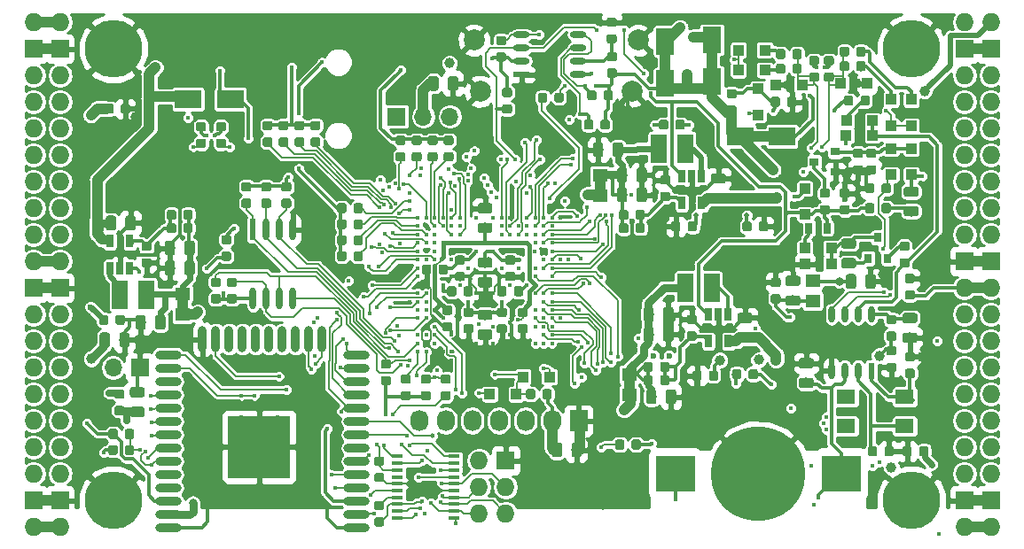
<source format=gbl>
G04 #@! TF.GenerationSoftware,KiCad,Pcbnew,5.0.0+dfsg1-2*
G04 #@! TF.CreationDate,2018-09-15T16:16:00+02:00*
G04 #@! TF.ProjectId,ulx3s,756C7833732E6B696361645F70636200,rev?*
G04 #@! TF.SameCoordinates,Original*
G04 #@! TF.FileFunction,Copper,L4,Bot,Signal*
G04 #@! TF.FilePolarity,Positive*
%FSLAX46Y46*%
G04 Gerber Fmt 4.6, Leading zero omitted, Abs format (unit mm)*
G04 Created by KiCad (PCBNEW 5.0.0+dfsg1-2) date Sat Sep 15 16:16:00 2018*
%MOMM*%
%LPD*%
G01*
G04 APERTURE LIST*
G04 #@! TA.AperFunction,EtchedComponent*
%ADD10C,1.000000*%
G04 #@! TD*
G04 #@! TA.AperFunction,SMDPad,CuDef*
%ADD11O,1.100000X0.400000*%
G04 #@! TD*
G04 #@! TA.AperFunction,SMDPad,CuDef*
%ADD12R,1.100000X0.400000*%
G04 #@! TD*
G04 #@! TA.AperFunction,Conductor*
%ADD13C,0.100000*%
G04 #@! TD*
G04 #@! TA.AperFunction,SMDPad,CuDef*
%ADD14C,0.975000*%
G04 #@! TD*
G04 #@! TA.AperFunction,SMDPad,CuDef*
%ADD15C,0.875000*%
G04 #@! TD*
G04 #@! TA.AperFunction,SMDPad,CuDef*
%ADD16R,0.900000X0.800000*%
G04 #@! TD*
G04 #@! TA.AperFunction,SMDPad,CuDef*
%ADD17R,1.000000X1.000000*%
G04 #@! TD*
G04 #@! TA.AperFunction,SMDPad,CuDef*
%ADD18R,0.700000X1.200000*%
G04 #@! TD*
G04 #@! TA.AperFunction,ComponentPad*
%ADD19C,2.000000*%
G04 #@! TD*
G04 #@! TA.AperFunction,SMDPad,CuDef*
%ADD20R,3.700000X3.500000*%
G04 #@! TD*
G04 #@! TA.AperFunction,BGAPad,CuDef*
%ADD21C,9.000000*%
G04 #@! TD*
G04 #@! TA.AperFunction,SMDPad,CuDef*
%ADD22R,1.800000X1.400000*%
G04 #@! TD*
G04 #@! TA.AperFunction,ComponentPad*
%ADD23R,1.727200X2.032000*%
G04 #@! TD*
G04 #@! TA.AperFunction,ComponentPad*
%ADD24O,1.727200X2.032000*%
G04 #@! TD*
G04 #@! TA.AperFunction,SMDPad,CuDef*
%ADD25R,0.600000X1.550000*%
G04 #@! TD*
G04 #@! TA.AperFunction,SMDPad,CuDef*
%ADD26O,0.600000X1.550000*%
G04 #@! TD*
G04 #@! TA.AperFunction,SMDPad,CuDef*
%ADD27R,1.550000X0.600000*%
G04 #@! TD*
G04 #@! TA.AperFunction,SMDPad,CuDef*
%ADD28O,1.550000X0.600000*%
G04 #@! TD*
G04 #@! TA.AperFunction,SMDPad,CuDef*
%ADD29R,0.600000X2.100000*%
G04 #@! TD*
G04 #@! TA.AperFunction,SMDPad,CuDef*
%ADD30O,0.600000X2.100000*%
G04 #@! TD*
G04 #@! TA.AperFunction,SMDPad,CuDef*
%ADD31O,2.500000X0.900000*%
G04 #@! TD*
G04 #@! TA.AperFunction,SMDPad,CuDef*
%ADD32O,0.900000X2.500000*%
G04 #@! TD*
G04 #@! TA.AperFunction,SMDPad,CuDef*
%ADD33R,6.000000X6.000000*%
G04 #@! TD*
G04 #@! TA.AperFunction,SMDPad,CuDef*
%ADD34R,1.400000X1.295000*%
G04 #@! TD*
G04 #@! TA.AperFunction,SMDPad,CuDef*
%ADD35R,2.500000X1.800000*%
G04 #@! TD*
G04 #@! TA.AperFunction,SMDPad,CuDef*
%ADD36R,1.800000X2.500000*%
G04 #@! TD*
G04 #@! TA.AperFunction,ComponentPad*
%ADD37O,1.727200X1.727200*%
G04 #@! TD*
G04 #@! TA.AperFunction,ComponentPad*
%ADD38R,1.727200X1.727200*%
G04 #@! TD*
G04 #@! TA.AperFunction,ComponentPad*
%ADD39C,5.500000*%
G04 #@! TD*
G04 #@! TA.AperFunction,BGAPad,CuDef*
%ADD40C,0.300000*%
G04 #@! TD*
G04 #@! TA.AperFunction,ComponentPad*
%ADD41R,1.700000X1.700000*%
G04 #@! TD*
G04 #@! TA.AperFunction,ComponentPad*
%ADD42O,1.700000X1.700000*%
G04 #@! TD*
G04 #@! TA.AperFunction,SMDPad,CuDef*
%ADD43R,1.500000X2.700000*%
G04 #@! TD*
G04 #@! TA.AperFunction,SMDPad,CuDef*
%ADD44R,0.670000X1.000000*%
G04 #@! TD*
G04 #@! TA.AperFunction,SMDPad,CuDef*
%ADD45R,0.800000X0.900000*%
G04 #@! TD*
G04 #@! TA.AperFunction,ViaPad*
%ADD46C,2.000000*%
G04 #@! TD*
G04 #@! TA.AperFunction,ViaPad*
%ADD47C,0.419000*%
G04 #@! TD*
G04 #@! TA.AperFunction,ViaPad*
%ADD48C,0.600000*%
G04 #@! TD*
G04 #@! TA.AperFunction,ViaPad*
%ADD49C,1.000000*%
G04 #@! TD*
G04 #@! TA.AperFunction,ViaPad*
%ADD50C,0.800000*%
G04 #@! TD*
G04 #@! TA.AperFunction,ViaPad*
%ADD51C,0.500000*%
G04 #@! TD*
G04 #@! TA.AperFunction,ViaPad*
%ADD52C,0.700000*%
G04 #@! TD*
G04 #@! TA.AperFunction,ViaPad*
%ADD53C,0.454000*%
G04 #@! TD*
G04 #@! TA.AperFunction,Conductor*
%ADD54C,0.300000*%
G04 #@! TD*
G04 #@! TA.AperFunction,Conductor*
%ADD55C,1.000000*%
G04 #@! TD*
G04 #@! TA.AperFunction,Conductor*
%ADD56C,0.700000*%
G04 #@! TD*
G04 #@! TA.AperFunction,Conductor*
%ADD57C,0.127000*%
G04 #@! TD*
G04 #@! TA.AperFunction,Conductor*
%ADD58C,0.190000*%
G04 #@! TD*
G04 #@! TA.AperFunction,Conductor*
%ADD59C,0.800000*%
G04 #@! TD*
G04 #@! TA.AperFunction,Conductor*
%ADD60C,0.500000*%
G04 #@! TD*
G04 #@! TA.AperFunction,Conductor*
%ADD61C,0.400000*%
G04 #@! TD*
G04 #@! TA.AperFunction,Conductor*
%ADD62C,0.600000*%
G04 #@! TD*
G04 #@! TA.AperFunction,Conductor*
%ADD63C,0.200000*%
G04 #@! TD*
G04 #@! TA.AperFunction,Conductor*
%ADD64C,0.254000*%
G04 #@! TD*
G04 APERTURE END LIST*
D10*
G04 #@! TO.C,RP3*
X149472000Y-77311000D02*
X149472000Y-79311000D01*
G04 #@! TO.C,RP2*
X109609000Y-88632000D02*
X109609000Y-90632000D01*
G04 #@! TO.C,RP1*
X152281000Y-96361000D02*
X152281000Y-98361000D01*
G04 #@! TO.C,D9*
X166854000Y-73630000D02*
X162854000Y-73630000D01*
G04 #@! TO.C,D52*
X160155000Y-64391000D02*
X160155000Y-68391000D01*
G04 #@! TO.C,D51*
X155710000Y-68518000D02*
X155710000Y-64518000D01*
G04 #@! TD*
D11*
G04 #@! TO.P,U6,20*
G04 #@! TO.N,FTDI_TXD*
X130135000Y-104215000D03*
G04 #@! TO.P,U6,19*
G04 #@! TO.N,FTDI_nSLEEP*
X130135000Y-104865000D03*
G04 #@! TO.P,U6,18*
G04 #@! TO.N,FTDI_TXDEN*
X130135000Y-105515000D03*
G04 #@! TO.P,U6,17*
G04 #@! TO.N,N/C*
X130135000Y-106165000D03*
G04 #@! TO.P,U6,16*
G04 #@! TO.N,GND*
X130135000Y-106815000D03*
G04 #@! TO.P,U6,15*
G04 #@! TO.N,USB5V*
X130135000Y-107465000D03*
G04 #@! TO.P,U6,14*
G04 #@! TO.N,nRESET*
X130135000Y-108115000D03*
G04 #@! TO.P,U6,13*
G04 #@! TO.N,FT2V5*
X130135000Y-108765000D03*
G04 #@! TO.P,U6,12*
G04 #@! TO.N,USB_FTDI_D-*
X130135000Y-109415000D03*
G04 #@! TO.P,U6,11*
G04 #@! TO.N,USB_FTDI_D+*
X130135000Y-110065000D03*
G04 #@! TO.P,U6,10*
G04 #@! TO.N,FTDI_nTXLED*
X135535000Y-110065000D03*
G04 #@! TO.P,U6,9*
G04 #@! TO.N,JTAG_TDO*
X135535000Y-109415000D03*
G04 #@! TO.P,U6,8*
G04 #@! TO.N,JTAG_TMS*
X135535000Y-108765000D03*
G04 #@! TO.P,U6,7*
G04 #@! TO.N,JTAG_TCK*
X135535000Y-108115000D03*
G04 #@! TO.P,U6,6*
G04 #@! TO.N,GND*
X135535000Y-107465000D03*
G04 #@! TO.P,U6,5*
G04 #@! TO.N,JTAG_TDI*
X135535000Y-106815000D03*
G04 #@! TO.P,U6,4*
G04 #@! TO.N,FTDI_RXD*
X135535000Y-106165000D03*
G04 #@! TO.P,U6,3*
G04 #@! TO.N,FT2V5*
X135535000Y-105515000D03*
G04 #@! TO.P,U6,2*
G04 #@! TO.N,FTDI_nRTS*
X135535000Y-104865000D03*
D12*
G04 #@! TO.P,U6,1*
G04 #@! TO.N,FTDI_nDTR*
X135535000Y-104215000D03*
G04 #@! TD*
D13*
G04 #@! TO.N,GND*
G04 #@! TO.C,C1*
G36*
X104908642Y-81186174D02*
X104932303Y-81189684D01*
X104955507Y-81195496D01*
X104978029Y-81203554D01*
X104999653Y-81213782D01*
X105020170Y-81226079D01*
X105039383Y-81240329D01*
X105057107Y-81256393D01*
X105073171Y-81274117D01*
X105087421Y-81293330D01*
X105099718Y-81313847D01*
X105109946Y-81335471D01*
X105118004Y-81357993D01*
X105123816Y-81381197D01*
X105127326Y-81404858D01*
X105128500Y-81428750D01*
X105128500Y-82341250D01*
X105127326Y-82365142D01*
X105123816Y-82388803D01*
X105118004Y-82412007D01*
X105109946Y-82434529D01*
X105099718Y-82456153D01*
X105087421Y-82476670D01*
X105073171Y-82495883D01*
X105057107Y-82513607D01*
X105039383Y-82529671D01*
X105020170Y-82543921D01*
X104999653Y-82556218D01*
X104978029Y-82566446D01*
X104955507Y-82574504D01*
X104932303Y-82580316D01*
X104908642Y-82583826D01*
X104884750Y-82585000D01*
X104397250Y-82585000D01*
X104373358Y-82583826D01*
X104349697Y-82580316D01*
X104326493Y-82574504D01*
X104303971Y-82566446D01*
X104282347Y-82556218D01*
X104261830Y-82543921D01*
X104242617Y-82529671D01*
X104224893Y-82513607D01*
X104208829Y-82495883D01*
X104194579Y-82476670D01*
X104182282Y-82456153D01*
X104172054Y-82434529D01*
X104163996Y-82412007D01*
X104158184Y-82388803D01*
X104154674Y-82365142D01*
X104153500Y-82341250D01*
X104153500Y-81428750D01*
X104154674Y-81404858D01*
X104158184Y-81381197D01*
X104163996Y-81357993D01*
X104172054Y-81335471D01*
X104182282Y-81313847D01*
X104194579Y-81293330D01*
X104208829Y-81274117D01*
X104224893Y-81256393D01*
X104242617Y-81240329D01*
X104261830Y-81226079D01*
X104282347Y-81213782D01*
X104303971Y-81203554D01*
X104326493Y-81195496D01*
X104349697Y-81189684D01*
X104373358Y-81186174D01*
X104397250Y-81185000D01*
X104884750Y-81185000D01*
X104908642Y-81186174D01*
X104908642Y-81186174D01*
G37*
D14*
G04 #@! TD*
G04 #@! TO.P,C1,2*
G04 #@! TO.N,GND*
X104641000Y-81885000D03*
D13*
G04 #@! TO.N,+5V*
G04 #@! TO.C,C1*
G36*
X103033642Y-81186174D02*
X103057303Y-81189684D01*
X103080507Y-81195496D01*
X103103029Y-81203554D01*
X103124653Y-81213782D01*
X103145170Y-81226079D01*
X103164383Y-81240329D01*
X103182107Y-81256393D01*
X103198171Y-81274117D01*
X103212421Y-81293330D01*
X103224718Y-81313847D01*
X103234946Y-81335471D01*
X103243004Y-81357993D01*
X103248816Y-81381197D01*
X103252326Y-81404858D01*
X103253500Y-81428750D01*
X103253500Y-82341250D01*
X103252326Y-82365142D01*
X103248816Y-82388803D01*
X103243004Y-82412007D01*
X103234946Y-82434529D01*
X103224718Y-82456153D01*
X103212421Y-82476670D01*
X103198171Y-82495883D01*
X103182107Y-82513607D01*
X103164383Y-82529671D01*
X103145170Y-82543921D01*
X103124653Y-82556218D01*
X103103029Y-82566446D01*
X103080507Y-82574504D01*
X103057303Y-82580316D01*
X103033642Y-82583826D01*
X103009750Y-82585000D01*
X102522250Y-82585000D01*
X102498358Y-82583826D01*
X102474697Y-82580316D01*
X102451493Y-82574504D01*
X102428971Y-82566446D01*
X102407347Y-82556218D01*
X102386830Y-82543921D01*
X102367617Y-82529671D01*
X102349893Y-82513607D01*
X102333829Y-82495883D01*
X102319579Y-82476670D01*
X102307282Y-82456153D01*
X102297054Y-82434529D01*
X102288996Y-82412007D01*
X102283184Y-82388803D01*
X102279674Y-82365142D01*
X102278500Y-82341250D01*
X102278500Y-81428750D01*
X102279674Y-81404858D01*
X102283184Y-81381197D01*
X102288996Y-81357993D01*
X102297054Y-81335471D01*
X102307282Y-81313847D01*
X102319579Y-81293330D01*
X102333829Y-81274117D01*
X102349893Y-81256393D01*
X102367617Y-81240329D01*
X102386830Y-81226079D01*
X102407347Y-81213782D01*
X102428971Y-81203554D01*
X102451493Y-81195496D01*
X102474697Y-81189684D01*
X102498358Y-81186174D01*
X102522250Y-81185000D01*
X103009750Y-81185000D01*
X103033642Y-81186174D01*
X103033642Y-81186174D01*
G37*
D14*
G04 #@! TD*
G04 #@! TO.P,C1,1*
G04 #@! TO.N,+5V*
X102766000Y-81885000D03*
D13*
G04 #@! TO.N,FT2V5*
G04 #@! TO.C,R9*
G36*
X128667691Y-110031053D02*
X128688926Y-110034203D01*
X128709750Y-110039419D01*
X128729962Y-110046651D01*
X128749368Y-110055830D01*
X128767781Y-110066866D01*
X128785024Y-110079654D01*
X128800930Y-110094070D01*
X128815346Y-110109976D01*
X128828134Y-110127219D01*
X128839170Y-110145632D01*
X128848349Y-110165038D01*
X128855581Y-110185250D01*
X128860797Y-110206074D01*
X128863947Y-110227309D01*
X128865000Y-110248750D01*
X128865000Y-110686250D01*
X128863947Y-110707691D01*
X128860797Y-110728926D01*
X128855581Y-110749750D01*
X128848349Y-110769962D01*
X128839170Y-110789368D01*
X128828134Y-110807781D01*
X128815346Y-110825024D01*
X128800930Y-110840930D01*
X128785024Y-110855346D01*
X128767781Y-110868134D01*
X128749368Y-110879170D01*
X128729962Y-110888349D01*
X128709750Y-110895581D01*
X128688926Y-110900797D01*
X128667691Y-110903947D01*
X128646250Y-110905000D01*
X128133750Y-110905000D01*
X128112309Y-110903947D01*
X128091074Y-110900797D01*
X128070250Y-110895581D01*
X128050038Y-110888349D01*
X128030632Y-110879170D01*
X128012219Y-110868134D01*
X127994976Y-110855346D01*
X127979070Y-110840930D01*
X127964654Y-110825024D01*
X127951866Y-110807781D01*
X127940830Y-110789368D01*
X127931651Y-110769962D01*
X127924419Y-110749750D01*
X127919203Y-110728926D01*
X127916053Y-110707691D01*
X127915000Y-110686250D01*
X127915000Y-110248750D01*
X127916053Y-110227309D01*
X127919203Y-110206074D01*
X127924419Y-110185250D01*
X127931651Y-110165038D01*
X127940830Y-110145632D01*
X127951866Y-110127219D01*
X127964654Y-110109976D01*
X127979070Y-110094070D01*
X127994976Y-110079654D01*
X128012219Y-110066866D01*
X128030632Y-110055830D01*
X128050038Y-110046651D01*
X128070250Y-110039419D01*
X128091074Y-110034203D01*
X128112309Y-110031053D01*
X128133750Y-110030000D01*
X128646250Y-110030000D01*
X128667691Y-110031053D01*
X128667691Y-110031053D01*
G37*
D15*
G04 #@! TD*
G04 #@! TO.P,R9,2*
G04 #@! TO.N,FT2V5*
X128390000Y-110467500D03*
D13*
G04 #@! TO.N,nRESET*
G04 #@! TO.C,R9*
G36*
X128667691Y-108456053D02*
X128688926Y-108459203D01*
X128709750Y-108464419D01*
X128729962Y-108471651D01*
X128749368Y-108480830D01*
X128767781Y-108491866D01*
X128785024Y-108504654D01*
X128800930Y-108519070D01*
X128815346Y-108534976D01*
X128828134Y-108552219D01*
X128839170Y-108570632D01*
X128848349Y-108590038D01*
X128855581Y-108610250D01*
X128860797Y-108631074D01*
X128863947Y-108652309D01*
X128865000Y-108673750D01*
X128865000Y-109111250D01*
X128863947Y-109132691D01*
X128860797Y-109153926D01*
X128855581Y-109174750D01*
X128848349Y-109194962D01*
X128839170Y-109214368D01*
X128828134Y-109232781D01*
X128815346Y-109250024D01*
X128800930Y-109265930D01*
X128785024Y-109280346D01*
X128767781Y-109293134D01*
X128749368Y-109304170D01*
X128729962Y-109313349D01*
X128709750Y-109320581D01*
X128688926Y-109325797D01*
X128667691Y-109328947D01*
X128646250Y-109330000D01*
X128133750Y-109330000D01*
X128112309Y-109328947D01*
X128091074Y-109325797D01*
X128070250Y-109320581D01*
X128050038Y-109313349D01*
X128030632Y-109304170D01*
X128012219Y-109293134D01*
X127994976Y-109280346D01*
X127979070Y-109265930D01*
X127964654Y-109250024D01*
X127951866Y-109232781D01*
X127940830Y-109214368D01*
X127931651Y-109194962D01*
X127924419Y-109174750D01*
X127919203Y-109153926D01*
X127916053Y-109132691D01*
X127915000Y-109111250D01*
X127915000Y-108673750D01*
X127916053Y-108652309D01*
X127919203Y-108631074D01*
X127924419Y-108610250D01*
X127931651Y-108590038D01*
X127940830Y-108570632D01*
X127951866Y-108552219D01*
X127964654Y-108534976D01*
X127979070Y-108519070D01*
X127994976Y-108504654D01*
X128012219Y-108491866D01*
X128030632Y-108480830D01*
X128050038Y-108471651D01*
X128070250Y-108464419D01*
X128091074Y-108459203D01*
X128112309Y-108456053D01*
X128133750Y-108455000D01*
X128646250Y-108455000D01*
X128667691Y-108456053D01*
X128667691Y-108456053D01*
G37*
D15*
G04 #@! TD*
G04 #@! TO.P,R9,1*
G04 #@! TO.N,nRESET*
X128390000Y-108892500D03*
D13*
G04 #@! TO.N,FTDI_TXDEN*
G04 #@! TO.C,R56*
G36*
X128667691Y-104222053D02*
X128688926Y-104225203D01*
X128709750Y-104230419D01*
X128729962Y-104237651D01*
X128749368Y-104246830D01*
X128767781Y-104257866D01*
X128785024Y-104270654D01*
X128800930Y-104285070D01*
X128815346Y-104300976D01*
X128828134Y-104318219D01*
X128839170Y-104336632D01*
X128848349Y-104356038D01*
X128855581Y-104376250D01*
X128860797Y-104397074D01*
X128863947Y-104418309D01*
X128865000Y-104439750D01*
X128865000Y-104877250D01*
X128863947Y-104898691D01*
X128860797Y-104919926D01*
X128855581Y-104940750D01*
X128848349Y-104960962D01*
X128839170Y-104980368D01*
X128828134Y-104998781D01*
X128815346Y-105016024D01*
X128800930Y-105031930D01*
X128785024Y-105046346D01*
X128767781Y-105059134D01*
X128749368Y-105070170D01*
X128729962Y-105079349D01*
X128709750Y-105086581D01*
X128688926Y-105091797D01*
X128667691Y-105094947D01*
X128646250Y-105096000D01*
X128133750Y-105096000D01*
X128112309Y-105094947D01*
X128091074Y-105091797D01*
X128070250Y-105086581D01*
X128050038Y-105079349D01*
X128030632Y-105070170D01*
X128012219Y-105059134D01*
X127994976Y-105046346D01*
X127979070Y-105031930D01*
X127964654Y-105016024D01*
X127951866Y-104998781D01*
X127940830Y-104980368D01*
X127931651Y-104960962D01*
X127924419Y-104940750D01*
X127919203Y-104919926D01*
X127916053Y-104898691D01*
X127915000Y-104877250D01*
X127915000Y-104439750D01*
X127916053Y-104418309D01*
X127919203Y-104397074D01*
X127924419Y-104376250D01*
X127931651Y-104356038D01*
X127940830Y-104336632D01*
X127951866Y-104318219D01*
X127964654Y-104300976D01*
X127979070Y-104285070D01*
X127994976Y-104270654D01*
X128012219Y-104257866D01*
X128030632Y-104246830D01*
X128050038Y-104237651D01*
X128070250Y-104230419D01*
X128091074Y-104225203D01*
X128112309Y-104222053D01*
X128133750Y-104221000D01*
X128646250Y-104221000D01*
X128667691Y-104222053D01*
X128667691Y-104222053D01*
G37*
D15*
G04 #@! TD*
G04 #@! TO.P,R56,2*
G04 #@! TO.N,FTDI_TXDEN*
X128390000Y-104658500D03*
D13*
G04 #@! TO.N,GND*
G04 #@! TO.C,R56*
G36*
X128667691Y-105797053D02*
X128688926Y-105800203D01*
X128709750Y-105805419D01*
X128729962Y-105812651D01*
X128749368Y-105821830D01*
X128767781Y-105832866D01*
X128785024Y-105845654D01*
X128800930Y-105860070D01*
X128815346Y-105875976D01*
X128828134Y-105893219D01*
X128839170Y-105911632D01*
X128848349Y-105931038D01*
X128855581Y-105951250D01*
X128860797Y-105972074D01*
X128863947Y-105993309D01*
X128865000Y-106014750D01*
X128865000Y-106452250D01*
X128863947Y-106473691D01*
X128860797Y-106494926D01*
X128855581Y-106515750D01*
X128848349Y-106535962D01*
X128839170Y-106555368D01*
X128828134Y-106573781D01*
X128815346Y-106591024D01*
X128800930Y-106606930D01*
X128785024Y-106621346D01*
X128767781Y-106634134D01*
X128749368Y-106645170D01*
X128729962Y-106654349D01*
X128709750Y-106661581D01*
X128688926Y-106666797D01*
X128667691Y-106669947D01*
X128646250Y-106671000D01*
X128133750Y-106671000D01*
X128112309Y-106669947D01*
X128091074Y-106666797D01*
X128070250Y-106661581D01*
X128050038Y-106654349D01*
X128030632Y-106645170D01*
X128012219Y-106634134D01*
X127994976Y-106621346D01*
X127979070Y-106606930D01*
X127964654Y-106591024D01*
X127951866Y-106573781D01*
X127940830Y-106555368D01*
X127931651Y-106535962D01*
X127924419Y-106515750D01*
X127919203Y-106494926D01*
X127916053Y-106473691D01*
X127915000Y-106452250D01*
X127915000Y-106014750D01*
X127916053Y-105993309D01*
X127919203Y-105972074D01*
X127924419Y-105951250D01*
X127931651Y-105931038D01*
X127940830Y-105911632D01*
X127951866Y-105893219D01*
X127964654Y-105875976D01*
X127979070Y-105860070D01*
X127994976Y-105845654D01*
X128012219Y-105832866D01*
X128030632Y-105821830D01*
X128050038Y-105812651D01*
X128070250Y-105805419D01*
X128091074Y-105800203D01*
X128112309Y-105797053D01*
X128133750Y-105796000D01*
X128646250Y-105796000D01*
X128667691Y-105797053D01*
X128667691Y-105797053D01*
G37*
D15*
G04 #@! TD*
G04 #@! TO.P,R56,1*
G04 #@! TO.N,GND*
X128390000Y-106233500D03*
D13*
G04 #@! TO.N,PROG_DONE*
G04 #@! TO.C,R55*
G36*
X135017691Y-97966053D02*
X135038926Y-97969203D01*
X135059750Y-97974419D01*
X135079962Y-97981651D01*
X135099368Y-97990830D01*
X135117781Y-98001866D01*
X135135024Y-98014654D01*
X135150930Y-98029070D01*
X135165346Y-98044976D01*
X135178134Y-98062219D01*
X135189170Y-98080632D01*
X135198349Y-98100038D01*
X135205581Y-98120250D01*
X135210797Y-98141074D01*
X135213947Y-98162309D01*
X135215000Y-98183750D01*
X135215000Y-98621250D01*
X135213947Y-98642691D01*
X135210797Y-98663926D01*
X135205581Y-98684750D01*
X135198349Y-98704962D01*
X135189170Y-98724368D01*
X135178134Y-98742781D01*
X135165346Y-98760024D01*
X135150930Y-98775930D01*
X135135024Y-98790346D01*
X135117781Y-98803134D01*
X135099368Y-98814170D01*
X135079962Y-98823349D01*
X135059750Y-98830581D01*
X135038926Y-98835797D01*
X135017691Y-98838947D01*
X134996250Y-98840000D01*
X134483750Y-98840000D01*
X134462309Y-98838947D01*
X134441074Y-98835797D01*
X134420250Y-98830581D01*
X134400038Y-98823349D01*
X134380632Y-98814170D01*
X134362219Y-98803134D01*
X134344976Y-98790346D01*
X134329070Y-98775930D01*
X134314654Y-98760024D01*
X134301866Y-98742781D01*
X134290830Y-98724368D01*
X134281651Y-98704962D01*
X134274419Y-98684750D01*
X134269203Y-98663926D01*
X134266053Y-98642691D01*
X134265000Y-98621250D01*
X134265000Y-98183750D01*
X134266053Y-98162309D01*
X134269203Y-98141074D01*
X134274419Y-98120250D01*
X134281651Y-98100038D01*
X134290830Y-98080632D01*
X134301866Y-98062219D01*
X134314654Y-98044976D01*
X134329070Y-98029070D01*
X134344976Y-98014654D01*
X134362219Y-98001866D01*
X134380632Y-97990830D01*
X134400038Y-97981651D01*
X134420250Y-97974419D01*
X134441074Y-97969203D01*
X134462309Y-97966053D01*
X134483750Y-97965000D01*
X134996250Y-97965000D01*
X135017691Y-97966053D01*
X135017691Y-97966053D01*
G37*
D15*
G04 #@! TD*
G04 #@! TO.P,R55,2*
G04 #@! TO.N,PROG_DONE*
X134740000Y-98402500D03*
D13*
G04 #@! TO.N,/flash/FPGA_DONE*
G04 #@! TO.C,R55*
G36*
X135017691Y-96391053D02*
X135038926Y-96394203D01*
X135059750Y-96399419D01*
X135079962Y-96406651D01*
X135099368Y-96415830D01*
X135117781Y-96426866D01*
X135135024Y-96439654D01*
X135150930Y-96454070D01*
X135165346Y-96469976D01*
X135178134Y-96487219D01*
X135189170Y-96505632D01*
X135198349Y-96525038D01*
X135205581Y-96545250D01*
X135210797Y-96566074D01*
X135213947Y-96587309D01*
X135215000Y-96608750D01*
X135215000Y-97046250D01*
X135213947Y-97067691D01*
X135210797Y-97088926D01*
X135205581Y-97109750D01*
X135198349Y-97129962D01*
X135189170Y-97149368D01*
X135178134Y-97167781D01*
X135165346Y-97185024D01*
X135150930Y-97200930D01*
X135135024Y-97215346D01*
X135117781Y-97228134D01*
X135099368Y-97239170D01*
X135079962Y-97248349D01*
X135059750Y-97255581D01*
X135038926Y-97260797D01*
X135017691Y-97263947D01*
X134996250Y-97265000D01*
X134483750Y-97265000D01*
X134462309Y-97263947D01*
X134441074Y-97260797D01*
X134420250Y-97255581D01*
X134400038Y-97248349D01*
X134380632Y-97239170D01*
X134362219Y-97228134D01*
X134344976Y-97215346D01*
X134329070Y-97200930D01*
X134314654Y-97185024D01*
X134301866Y-97167781D01*
X134290830Y-97149368D01*
X134281651Y-97129962D01*
X134274419Y-97109750D01*
X134269203Y-97088926D01*
X134266053Y-97067691D01*
X134265000Y-97046250D01*
X134265000Y-96608750D01*
X134266053Y-96587309D01*
X134269203Y-96566074D01*
X134274419Y-96545250D01*
X134281651Y-96525038D01*
X134290830Y-96505632D01*
X134301866Y-96487219D01*
X134314654Y-96469976D01*
X134329070Y-96454070D01*
X134344976Y-96439654D01*
X134362219Y-96426866D01*
X134380632Y-96415830D01*
X134400038Y-96406651D01*
X134420250Y-96399419D01*
X134441074Y-96394203D01*
X134462309Y-96391053D01*
X134483750Y-96390000D01*
X134996250Y-96390000D01*
X135017691Y-96391053D01*
X135017691Y-96391053D01*
G37*
D15*
G04 #@! TD*
G04 #@! TO.P,R55,1*
G04 #@! TO.N,/flash/FPGA_DONE*
X134740000Y-96827500D03*
D13*
G04 #@! TO.N,/flash/FPGA_DONE*
G04 #@! TO.C,R32*
G36*
X133112691Y-96391053D02*
X133133926Y-96394203D01*
X133154750Y-96399419D01*
X133174962Y-96406651D01*
X133194368Y-96415830D01*
X133212781Y-96426866D01*
X133230024Y-96439654D01*
X133245930Y-96454070D01*
X133260346Y-96469976D01*
X133273134Y-96487219D01*
X133284170Y-96505632D01*
X133293349Y-96525038D01*
X133300581Y-96545250D01*
X133305797Y-96566074D01*
X133308947Y-96587309D01*
X133310000Y-96608750D01*
X133310000Y-97046250D01*
X133308947Y-97067691D01*
X133305797Y-97088926D01*
X133300581Y-97109750D01*
X133293349Y-97129962D01*
X133284170Y-97149368D01*
X133273134Y-97167781D01*
X133260346Y-97185024D01*
X133245930Y-97200930D01*
X133230024Y-97215346D01*
X133212781Y-97228134D01*
X133194368Y-97239170D01*
X133174962Y-97248349D01*
X133154750Y-97255581D01*
X133133926Y-97260797D01*
X133112691Y-97263947D01*
X133091250Y-97265000D01*
X132578750Y-97265000D01*
X132557309Y-97263947D01*
X132536074Y-97260797D01*
X132515250Y-97255581D01*
X132495038Y-97248349D01*
X132475632Y-97239170D01*
X132457219Y-97228134D01*
X132439976Y-97215346D01*
X132424070Y-97200930D01*
X132409654Y-97185024D01*
X132396866Y-97167781D01*
X132385830Y-97149368D01*
X132376651Y-97129962D01*
X132369419Y-97109750D01*
X132364203Y-97088926D01*
X132361053Y-97067691D01*
X132360000Y-97046250D01*
X132360000Y-96608750D01*
X132361053Y-96587309D01*
X132364203Y-96566074D01*
X132369419Y-96545250D01*
X132376651Y-96525038D01*
X132385830Y-96505632D01*
X132396866Y-96487219D01*
X132409654Y-96469976D01*
X132424070Y-96454070D01*
X132439976Y-96439654D01*
X132457219Y-96426866D01*
X132475632Y-96415830D01*
X132495038Y-96406651D01*
X132515250Y-96399419D01*
X132536074Y-96394203D01*
X132557309Y-96391053D01*
X132578750Y-96390000D01*
X133091250Y-96390000D01*
X133112691Y-96391053D01*
X133112691Y-96391053D01*
G37*
D15*
G04 #@! TD*
G04 #@! TO.P,R32,2*
G04 #@! TO.N,/flash/FPGA_DONE*
X132835000Y-96827500D03*
D13*
G04 #@! TO.N,+3V3*
G04 #@! TO.C,R32*
G36*
X133112691Y-97966053D02*
X133133926Y-97969203D01*
X133154750Y-97974419D01*
X133174962Y-97981651D01*
X133194368Y-97990830D01*
X133212781Y-98001866D01*
X133230024Y-98014654D01*
X133245930Y-98029070D01*
X133260346Y-98044976D01*
X133273134Y-98062219D01*
X133284170Y-98080632D01*
X133293349Y-98100038D01*
X133300581Y-98120250D01*
X133305797Y-98141074D01*
X133308947Y-98162309D01*
X133310000Y-98183750D01*
X133310000Y-98621250D01*
X133308947Y-98642691D01*
X133305797Y-98663926D01*
X133300581Y-98684750D01*
X133293349Y-98704962D01*
X133284170Y-98724368D01*
X133273134Y-98742781D01*
X133260346Y-98760024D01*
X133245930Y-98775930D01*
X133230024Y-98790346D01*
X133212781Y-98803134D01*
X133194368Y-98814170D01*
X133174962Y-98823349D01*
X133154750Y-98830581D01*
X133133926Y-98835797D01*
X133112691Y-98838947D01*
X133091250Y-98840000D01*
X132578750Y-98840000D01*
X132557309Y-98838947D01*
X132536074Y-98835797D01*
X132515250Y-98830581D01*
X132495038Y-98823349D01*
X132475632Y-98814170D01*
X132457219Y-98803134D01*
X132439976Y-98790346D01*
X132424070Y-98775930D01*
X132409654Y-98760024D01*
X132396866Y-98742781D01*
X132385830Y-98724368D01*
X132376651Y-98704962D01*
X132369419Y-98684750D01*
X132364203Y-98663926D01*
X132361053Y-98642691D01*
X132360000Y-98621250D01*
X132360000Y-98183750D01*
X132361053Y-98162309D01*
X132364203Y-98141074D01*
X132369419Y-98120250D01*
X132376651Y-98100038D01*
X132385830Y-98080632D01*
X132396866Y-98062219D01*
X132409654Y-98044976D01*
X132424070Y-98029070D01*
X132439976Y-98014654D01*
X132457219Y-98001866D01*
X132475632Y-97990830D01*
X132495038Y-97981651D01*
X132515250Y-97974419D01*
X132536074Y-97969203D01*
X132557309Y-97966053D01*
X132578750Y-97965000D01*
X133091250Y-97965000D01*
X133112691Y-97966053D01*
X133112691Y-97966053D01*
G37*
D15*
G04 #@! TD*
G04 #@! TO.P,R32,1*
G04 #@! TO.N,+3V3*
X132835000Y-98402500D03*
D13*
G04 #@! TO.N,/flash/FPGA_INITN*
G04 #@! TO.C,R33*
G36*
X131207691Y-96391053D02*
X131228926Y-96394203D01*
X131249750Y-96399419D01*
X131269962Y-96406651D01*
X131289368Y-96415830D01*
X131307781Y-96426866D01*
X131325024Y-96439654D01*
X131340930Y-96454070D01*
X131355346Y-96469976D01*
X131368134Y-96487219D01*
X131379170Y-96505632D01*
X131388349Y-96525038D01*
X131395581Y-96545250D01*
X131400797Y-96566074D01*
X131403947Y-96587309D01*
X131405000Y-96608750D01*
X131405000Y-97046250D01*
X131403947Y-97067691D01*
X131400797Y-97088926D01*
X131395581Y-97109750D01*
X131388349Y-97129962D01*
X131379170Y-97149368D01*
X131368134Y-97167781D01*
X131355346Y-97185024D01*
X131340930Y-97200930D01*
X131325024Y-97215346D01*
X131307781Y-97228134D01*
X131289368Y-97239170D01*
X131269962Y-97248349D01*
X131249750Y-97255581D01*
X131228926Y-97260797D01*
X131207691Y-97263947D01*
X131186250Y-97265000D01*
X130673750Y-97265000D01*
X130652309Y-97263947D01*
X130631074Y-97260797D01*
X130610250Y-97255581D01*
X130590038Y-97248349D01*
X130570632Y-97239170D01*
X130552219Y-97228134D01*
X130534976Y-97215346D01*
X130519070Y-97200930D01*
X130504654Y-97185024D01*
X130491866Y-97167781D01*
X130480830Y-97149368D01*
X130471651Y-97129962D01*
X130464419Y-97109750D01*
X130459203Y-97088926D01*
X130456053Y-97067691D01*
X130455000Y-97046250D01*
X130455000Y-96608750D01*
X130456053Y-96587309D01*
X130459203Y-96566074D01*
X130464419Y-96545250D01*
X130471651Y-96525038D01*
X130480830Y-96505632D01*
X130491866Y-96487219D01*
X130504654Y-96469976D01*
X130519070Y-96454070D01*
X130534976Y-96439654D01*
X130552219Y-96426866D01*
X130570632Y-96415830D01*
X130590038Y-96406651D01*
X130610250Y-96399419D01*
X130631074Y-96394203D01*
X130652309Y-96391053D01*
X130673750Y-96390000D01*
X131186250Y-96390000D01*
X131207691Y-96391053D01*
X131207691Y-96391053D01*
G37*
D15*
G04 #@! TD*
G04 #@! TO.P,R33,2*
G04 #@! TO.N,/flash/FPGA_INITN*
X130930000Y-96827500D03*
D13*
G04 #@! TO.N,+3V3*
G04 #@! TO.C,R33*
G36*
X131207691Y-97966053D02*
X131228926Y-97969203D01*
X131249750Y-97974419D01*
X131269962Y-97981651D01*
X131289368Y-97990830D01*
X131307781Y-98001866D01*
X131325024Y-98014654D01*
X131340930Y-98029070D01*
X131355346Y-98044976D01*
X131368134Y-98062219D01*
X131379170Y-98080632D01*
X131388349Y-98100038D01*
X131395581Y-98120250D01*
X131400797Y-98141074D01*
X131403947Y-98162309D01*
X131405000Y-98183750D01*
X131405000Y-98621250D01*
X131403947Y-98642691D01*
X131400797Y-98663926D01*
X131395581Y-98684750D01*
X131388349Y-98704962D01*
X131379170Y-98724368D01*
X131368134Y-98742781D01*
X131355346Y-98760024D01*
X131340930Y-98775930D01*
X131325024Y-98790346D01*
X131307781Y-98803134D01*
X131289368Y-98814170D01*
X131269962Y-98823349D01*
X131249750Y-98830581D01*
X131228926Y-98835797D01*
X131207691Y-98838947D01*
X131186250Y-98840000D01*
X130673750Y-98840000D01*
X130652309Y-98838947D01*
X130631074Y-98835797D01*
X130610250Y-98830581D01*
X130590038Y-98823349D01*
X130570632Y-98814170D01*
X130552219Y-98803134D01*
X130534976Y-98790346D01*
X130519070Y-98775930D01*
X130504654Y-98760024D01*
X130491866Y-98742781D01*
X130480830Y-98724368D01*
X130471651Y-98704962D01*
X130464419Y-98684750D01*
X130459203Y-98663926D01*
X130456053Y-98642691D01*
X130455000Y-98621250D01*
X130455000Y-98183750D01*
X130456053Y-98162309D01*
X130459203Y-98141074D01*
X130464419Y-98120250D01*
X130471651Y-98100038D01*
X130480830Y-98080632D01*
X130491866Y-98062219D01*
X130504654Y-98044976D01*
X130519070Y-98029070D01*
X130534976Y-98014654D01*
X130552219Y-98001866D01*
X130570632Y-97990830D01*
X130590038Y-97981651D01*
X130610250Y-97974419D01*
X130631074Y-97969203D01*
X130652309Y-97966053D01*
X130673750Y-97965000D01*
X131186250Y-97965000D01*
X131207691Y-97966053D01*
X131207691Y-97966053D01*
G37*
D15*
G04 #@! TD*
G04 #@! TO.P,R33,1*
G04 #@! TO.N,+3V3*
X130930000Y-98402500D03*
D13*
G04 #@! TO.N,/flash/FLASH_MOSI*
G04 #@! TO.C,R27*
G36*
X129302691Y-94951053D02*
X129323926Y-94954203D01*
X129344750Y-94959419D01*
X129364962Y-94966651D01*
X129384368Y-94975830D01*
X129402781Y-94986866D01*
X129420024Y-94999654D01*
X129435930Y-95014070D01*
X129450346Y-95029976D01*
X129463134Y-95047219D01*
X129474170Y-95065632D01*
X129483349Y-95085038D01*
X129490581Y-95105250D01*
X129495797Y-95126074D01*
X129498947Y-95147309D01*
X129500000Y-95168750D01*
X129500000Y-95606250D01*
X129498947Y-95627691D01*
X129495797Y-95648926D01*
X129490581Y-95669750D01*
X129483349Y-95689962D01*
X129474170Y-95709368D01*
X129463134Y-95727781D01*
X129450346Y-95745024D01*
X129435930Y-95760930D01*
X129420024Y-95775346D01*
X129402781Y-95788134D01*
X129384368Y-95799170D01*
X129364962Y-95808349D01*
X129344750Y-95815581D01*
X129323926Y-95820797D01*
X129302691Y-95823947D01*
X129281250Y-95825000D01*
X128768750Y-95825000D01*
X128747309Y-95823947D01*
X128726074Y-95820797D01*
X128705250Y-95815581D01*
X128685038Y-95808349D01*
X128665632Y-95799170D01*
X128647219Y-95788134D01*
X128629976Y-95775346D01*
X128614070Y-95760930D01*
X128599654Y-95745024D01*
X128586866Y-95727781D01*
X128575830Y-95709368D01*
X128566651Y-95689962D01*
X128559419Y-95669750D01*
X128554203Y-95648926D01*
X128551053Y-95627691D01*
X128550000Y-95606250D01*
X128550000Y-95168750D01*
X128551053Y-95147309D01*
X128554203Y-95126074D01*
X128559419Y-95105250D01*
X128566651Y-95085038D01*
X128575830Y-95065632D01*
X128586866Y-95047219D01*
X128599654Y-95029976D01*
X128614070Y-95014070D01*
X128629976Y-94999654D01*
X128647219Y-94986866D01*
X128665632Y-94975830D01*
X128685038Y-94966651D01*
X128705250Y-94959419D01*
X128726074Y-94954203D01*
X128747309Y-94951053D01*
X128768750Y-94950000D01*
X129281250Y-94950000D01*
X129302691Y-94951053D01*
X129302691Y-94951053D01*
G37*
D15*
G04 #@! TD*
G04 #@! TO.P,R27,2*
G04 #@! TO.N,/flash/FLASH_MOSI*
X129025000Y-95387500D03*
D13*
G04 #@! TO.N,+3V3*
G04 #@! TO.C,R27*
G36*
X129302691Y-96526053D02*
X129323926Y-96529203D01*
X129344750Y-96534419D01*
X129364962Y-96541651D01*
X129384368Y-96550830D01*
X129402781Y-96561866D01*
X129420024Y-96574654D01*
X129435930Y-96589070D01*
X129450346Y-96604976D01*
X129463134Y-96622219D01*
X129474170Y-96640632D01*
X129483349Y-96660038D01*
X129490581Y-96680250D01*
X129495797Y-96701074D01*
X129498947Y-96722309D01*
X129500000Y-96743750D01*
X129500000Y-97181250D01*
X129498947Y-97202691D01*
X129495797Y-97223926D01*
X129490581Y-97244750D01*
X129483349Y-97264962D01*
X129474170Y-97284368D01*
X129463134Y-97302781D01*
X129450346Y-97320024D01*
X129435930Y-97335930D01*
X129420024Y-97350346D01*
X129402781Y-97363134D01*
X129384368Y-97374170D01*
X129364962Y-97383349D01*
X129344750Y-97390581D01*
X129323926Y-97395797D01*
X129302691Y-97398947D01*
X129281250Y-97400000D01*
X128768750Y-97400000D01*
X128747309Y-97398947D01*
X128726074Y-97395797D01*
X128705250Y-97390581D01*
X128685038Y-97383349D01*
X128665632Y-97374170D01*
X128647219Y-97363134D01*
X128629976Y-97350346D01*
X128614070Y-97335930D01*
X128599654Y-97320024D01*
X128586866Y-97302781D01*
X128575830Y-97284368D01*
X128566651Y-97264962D01*
X128559419Y-97244750D01*
X128554203Y-97223926D01*
X128551053Y-97202691D01*
X128550000Y-97181250D01*
X128550000Y-96743750D01*
X128551053Y-96722309D01*
X128554203Y-96701074D01*
X128559419Y-96680250D01*
X128566651Y-96660038D01*
X128575830Y-96640632D01*
X128586866Y-96622219D01*
X128599654Y-96604976D01*
X128614070Y-96589070D01*
X128629976Y-96574654D01*
X128647219Y-96561866D01*
X128665632Y-96550830D01*
X128685038Y-96541651D01*
X128705250Y-96534419D01*
X128726074Y-96529203D01*
X128747309Y-96526053D01*
X128768750Y-96525000D01*
X129281250Y-96525000D01*
X129302691Y-96526053D01*
X129302691Y-96526053D01*
G37*
D15*
G04 #@! TD*
G04 #@! TO.P,R27,1*
G04 #@! TO.N,+3V3*
X129025000Y-96962500D03*
D13*
G04 #@! TO.N,USB_FPGA_D+*
G04 #@! TO.C,R40*
G36*
X168533691Y-65264053D02*
X168554926Y-65267203D01*
X168575750Y-65272419D01*
X168595962Y-65279651D01*
X168615368Y-65288830D01*
X168633781Y-65299866D01*
X168651024Y-65312654D01*
X168666930Y-65327070D01*
X168681346Y-65342976D01*
X168694134Y-65360219D01*
X168705170Y-65378632D01*
X168714349Y-65398038D01*
X168721581Y-65418250D01*
X168726797Y-65439074D01*
X168729947Y-65460309D01*
X168731000Y-65481750D01*
X168731000Y-65994250D01*
X168729947Y-66015691D01*
X168726797Y-66036926D01*
X168721581Y-66057750D01*
X168714349Y-66077962D01*
X168705170Y-66097368D01*
X168694134Y-66115781D01*
X168681346Y-66133024D01*
X168666930Y-66148930D01*
X168651024Y-66163346D01*
X168633781Y-66176134D01*
X168615368Y-66187170D01*
X168595962Y-66196349D01*
X168575750Y-66203581D01*
X168554926Y-66208797D01*
X168533691Y-66211947D01*
X168512250Y-66213000D01*
X168074750Y-66213000D01*
X168053309Y-66211947D01*
X168032074Y-66208797D01*
X168011250Y-66203581D01*
X167991038Y-66196349D01*
X167971632Y-66187170D01*
X167953219Y-66176134D01*
X167935976Y-66163346D01*
X167920070Y-66148930D01*
X167905654Y-66133024D01*
X167892866Y-66115781D01*
X167881830Y-66097368D01*
X167872651Y-66077962D01*
X167865419Y-66057750D01*
X167860203Y-66036926D01*
X167857053Y-66015691D01*
X167856000Y-65994250D01*
X167856000Y-65481750D01*
X167857053Y-65460309D01*
X167860203Y-65439074D01*
X167865419Y-65418250D01*
X167872651Y-65398038D01*
X167881830Y-65378632D01*
X167892866Y-65360219D01*
X167905654Y-65342976D01*
X167920070Y-65327070D01*
X167935976Y-65312654D01*
X167953219Y-65299866D01*
X167971632Y-65288830D01*
X167991038Y-65279651D01*
X168011250Y-65272419D01*
X168032074Y-65267203D01*
X168053309Y-65264053D01*
X168074750Y-65263000D01*
X168512250Y-65263000D01*
X168533691Y-65264053D01*
X168533691Y-65264053D01*
G37*
D15*
G04 #@! TD*
G04 #@! TO.P,R40,2*
G04 #@! TO.N,USB_FPGA_D+*
X168293500Y-65738000D03*
D13*
G04 #@! TO.N,Net-(D24-Pad1)*
G04 #@! TO.C,R40*
G36*
X166958691Y-65264053D02*
X166979926Y-65267203D01*
X167000750Y-65272419D01*
X167020962Y-65279651D01*
X167040368Y-65288830D01*
X167058781Y-65299866D01*
X167076024Y-65312654D01*
X167091930Y-65327070D01*
X167106346Y-65342976D01*
X167119134Y-65360219D01*
X167130170Y-65378632D01*
X167139349Y-65398038D01*
X167146581Y-65418250D01*
X167151797Y-65439074D01*
X167154947Y-65460309D01*
X167156000Y-65481750D01*
X167156000Y-65994250D01*
X167154947Y-66015691D01*
X167151797Y-66036926D01*
X167146581Y-66057750D01*
X167139349Y-66077962D01*
X167130170Y-66097368D01*
X167119134Y-66115781D01*
X167106346Y-66133024D01*
X167091930Y-66148930D01*
X167076024Y-66163346D01*
X167058781Y-66176134D01*
X167040368Y-66187170D01*
X167020962Y-66196349D01*
X167000750Y-66203581D01*
X166979926Y-66208797D01*
X166958691Y-66211947D01*
X166937250Y-66213000D01*
X166499750Y-66213000D01*
X166478309Y-66211947D01*
X166457074Y-66208797D01*
X166436250Y-66203581D01*
X166416038Y-66196349D01*
X166396632Y-66187170D01*
X166378219Y-66176134D01*
X166360976Y-66163346D01*
X166345070Y-66148930D01*
X166330654Y-66133024D01*
X166317866Y-66115781D01*
X166306830Y-66097368D01*
X166297651Y-66077962D01*
X166290419Y-66057750D01*
X166285203Y-66036926D01*
X166282053Y-66015691D01*
X166281000Y-65994250D01*
X166281000Y-65481750D01*
X166282053Y-65460309D01*
X166285203Y-65439074D01*
X166290419Y-65418250D01*
X166297651Y-65398038D01*
X166306830Y-65378632D01*
X166317866Y-65360219D01*
X166330654Y-65342976D01*
X166345070Y-65327070D01*
X166360976Y-65312654D01*
X166378219Y-65299866D01*
X166396632Y-65288830D01*
X166416038Y-65279651D01*
X166436250Y-65272419D01*
X166457074Y-65267203D01*
X166478309Y-65264053D01*
X166499750Y-65263000D01*
X166937250Y-65263000D01*
X166958691Y-65264053D01*
X166958691Y-65264053D01*
G37*
D15*
G04 #@! TD*
G04 #@! TO.P,R40,1*
G04 #@! TO.N,Net-(D24-Pad1)*
X166718500Y-65738000D03*
D13*
G04 #@! TO.N,WIFI_EN*
G04 #@! TO.C,R34*
G36*
X104779691Y-103126053D02*
X104800926Y-103129203D01*
X104821750Y-103134419D01*
X104841962Y-103141651D01*
X104861368Y-103150830D01*
X104879781Y-103161866D01*
X104897024Y-103174654D01*
X104912930Y-103189070D01*
X104927346Y-103204976D01*
X104940134Y-103222219D01*
X104951170Y-103240632D01*
X104960349Y-103260038D01*
X104967581Y-103280250D01*
X104972797Y-103301074D01*
X104975947Y-103322309D01*
X104977000Y-103343750D01*
X104977000Y-103856250D01*
X104975947Y-103877691D01*
X104972797Y-103898926D01*
X104967581Y-103919750D01*
X104960349Y-103939962D01*
X104951170Y-103959368D01*
X104940134Y-103977781D01*
X104927346Y-103995024D01*
X104912930Y-104010930D01*
X104897024Y-104025346D01*
X104879781Y-104038134D01*
X104861368Y-104049170D01*
X104841962Y-104058349D01*
X104821750Y-104065581D01*
X104800926Y-104070797D01*
X104779691Y-104073947D01*
X104758250Y-104075000D01*
X104320750Y-104075000D01*
X104299309Y-104073947D01*
X104278074Y-104070797D01*
X104257250Y-104065581D01*
X104237038Y-104058349D01*
X104217632Y-104049170D01*
X104199219Y-104038134D01*
X104181976Y-104025346D01*
X104166070Y-104010930D01*
X104151654Y-103995024D01*
X104138866Y-103977781D01*
X104127830Y-103959368D01*
X104118651Y-103939962D01*
X104111419Y-103919750D01*
X104106203Y-103898926D01*
X104103053Y-103877691D01*
X104102000Y-103856250D01*
X104102000Y-103343750D01*
X104103053Y-103322309D01*
X104106203Y-103301074D01*
X104111419Y-103280250D01*
X104118651Y-103260038D01*
X104127830Y-103240632D01*
X104138866Y-103222219D01*
X104151654Y-103204976D01*
X104166070Y-103189070D01*
X104181976Y-103174654D01*
X104199219Y-103161866D01*
X104217632Y-103150830D01*
X104237038Y-103141651D01*
X104257250Y-103134419D01*
X104278074Y-103129203D01*
X104299309Y-103126053D01*
X104320750Y-103125000D01*
X104758250Y-103125000D01*
X104779691Y-103126053D01*
X104779691Y-103126053D01*
G37*
D15*
G04 #@! TD*
G04 #@! TO.P,R34,2*
G04 #@! TO.N,WIFI_EN*
X104539500Y-103600000D03*
D13*
G04 #@! TO.N,+3V3*
G04 #@! TO.C,R34*
G36*
X103204691Y-103126053D02*
X103225926Y-103129203D01*
X103246750Y-103134419D01*
X103266962Y-103141651D01*
X103286368Y-103150830D01*
X103304781Y-103161866D01*
X103322024Y-103174654D01*
X103337930Y-103189070D01*
X103352346Y-103204976D01*
X103365134Y-103222219D01*
X103376170Y-103240632D01*
X103385349Y-103260038D01*
X103392581Y-103280250D01*
X103397797Y-103301074D01*
X103400947Y-103322309D01*
X103402000Y-103343750D01*
X103402000Y-103856250D01*
X103400947Y-103877691D01*
X103397797Y-103898926D01*
X103392581Y-103919750D01*
X103385349Y-103939962D01*
X103376170Y-103959368D01*
X103365134Y-103977781D01*
X103352346Y-103995024D01*
X103337930Y-104010930D01*
X103322024Y-104025346D01*
X103304781Y-104038134D01*
X103286368Y-104049170D01*
X103266962Y-104058349D01*
X103246750Y-104065581D01*
X103225926Y-104070797D01*
X103204691Y-104073947D01*
X103183250Y-104075000D01*
X102745750Y-104075000D01*
X102724309Y-104073947D01*
X102703074Y-104070797D01*
X102682250Y-104065581D01*
X102662038Y-104058349D01*
X102642632Y-104049170D01*
X102624219Y-104038134D01*
X102606976Y-104025346D01*
X102591070Y-104010930D01*
X102576654Y-103995024D01*
X102563866Y-103977781D01*
X102552830Y-103959368D01*
X102543651Y-103939962D01*
X102536419Y-103919750D01*
X102531203Y-103898926D01*
X102528053Y-103877691D01*
X102527000Y-103856250D01*
X102527000Y-103343750D01*
X102528053Y-103322309D01*
X102531203Y-103301074D01*
X102536419Y-103280250D01*
X102543651Y-103260038D01*
X102552830Y-103240632D01*
X102563866Y-103222219D01*
X102576654Y-103204976D01*
X102591070Y-103189070D01*
X102606976Y-103174654D01*
X102624219Y-103161866D01*
X102642632Y-103150830D01*
X102662038Y-103141651D01*
X102682250Y-103134419D01*
X102703074Y-103129203D01*
X102724309Y-103126053D01*
X102745750Y-103125000D01*
X103183250Y-103125000D01*
X103204691Y-103126053D01*
X103204691Y-103126053D01*
G37*
D15*
G04 #@! TD*
G04 #@! TO.P,R34,1*
G04 #@! TO.N,+3V3*
X102964500Y-103600000D03*
D13*
G04 #@! TO.N,/wifi/WIFIEN*
G04 #@! TO.C,R35*
G36*
X103204691Y-101586053D02*
X103225926Y-101589203D01*
X103246750Y-101594419D01*
X103266962Y-101601651D01*
X103286368Y-101610830D01*
X103304781Y-101621866D01*
X103322024Y-101634654D01*
X103337930Y-101649070D01*
X103352346Y-101664976D01*
X103365134Y-101682219D01*
X103376170Y-101700632D01*
X103385349Y-101720038D01*
X103392581Y-101740250D01*
X103397797Y-101761074D01*
X103400947Y-101782309D01*
X103402000Y-101803750D01*
X103402000Y-102316250D01*
X103400947Y-102337691D01*
X103397797Y-102358926D01*
X103392581Y-102379750D01*
X103385349Y-102399962D01*
X103376170Y-102419368D01*
X103365134Y-102437781D01*
X103352346Y-102455024D01*
X103337930Y-102470930D01*
X103322024Y-102485346D01*
X103304781Y-102498134D01*
X103286368Y-102509170D01*
X103266962Y-102518349D01*
X103246750Y-102525581D01*
X103225926Y-102530797D01*
X103204691Y-102533947D01*
X103183250Y-102535000D01*
X102745750Y-102535000D01*
X102724309Y-102533947D01*
X102703074Y-102530797D01*
X102682250Y-102525581D01*
X102662038Y-102518349D01*
X102642632Y-102509170D01*
X102624219Y-102498134D01*
X102606976Y-102485346D01*
X102591070Y-102470930D01*
X102576654Y-102455024D01*
X102563866Y-102437781D01*
X102552830Y-102419368D01*
X102543651Y-102399962D01*
X102536419Y-102379750D01*
X102531203Y-102358926D01*
X102528053Y-102337691D01*
X102527000Y-102316250D01*
X102527000Y-101803750D01*
X102528053Y-101782309D01*
X102531203Y-101761074D01*
X102536419Y-101740250D01*
X102543651Y-101720038D01*
X102552830Y-101700632D01*
X102563866Y-101682219D01*
X102576654Y-101664976D01*
X102591070Y-101649070D01*
X102606976Y-101634654D01*
X102624219Y-101621866D01*
X102642632Y-101610830D01*
X102662038Y-101601651D01*
X102682250Y-101594419D01*
X102703074Y-101589203D01*
X102724309Y-101586053D01*
X102745750Y-101585000D01*
X103183250Y-101585000D01*
X103204691Y-101586053D01*
X103204691Y-101586053D01*
G37*
D15*
G04 #@! TD*
G04 #@! TO.P,R35,2*
G04 #@! TO.N,/wifi/WIFIEN*
X102964500Y-102060000D03*
D13*
G04 #@! TO.N,WIFI_EN*
G04 #@! TO.C,R35*
G36*
X104779691Y-101586053D02*
X104800926Y-101589203D01*
X104821750Y-101594419D01*
X104841962Y-101601651D01*
X104861368Y-101610830D01*
X104879781Y-101621866D01*
X104897024Y-101634654D01*
X104912930Y-101649070D01*
X104927346Y-101664976D01*
X104940134Y-101682219D01*
X104951170Y-101700632D01*
X104960349Y-101720038D01*
X104967581Y-101740250D01*
X104972797Y-101761074D01*
X104975947Y-101782309D01*
X104977000Y-101803750D01*
X104977000Y-102316250D01*
X104975947Y-102337691D01*
X104972797Y-102358926D01*
X104967581Y-102379750D01*
X104960349Y-102399962D01*
X104951170Y-102419368D01*
X104940134Y-102437781D01*
X104927346Y-102455024D01*
X104912930Y-102470930D01*
X104897024Y-102485346D01*
X104879781Y-102498134D01*
X104861368Y-102509170D01*
X104841962Y-102518349D01*
X104821750Y-102525581D01*
X104800926Y-102530797D01*
X104779691Y-102533947D01*
X104758250Y-102535000D01*
X104320750Y-102535000D01*
X104299309Y-102533947D01*
X104278074Y-102530797D01*
X104257250Y-102525581D01*
X104237038Y-102518349D01*
X104217632Y-102509170D01*
X104199219Y-102498134D01*
X104181976Y-102485346D01*
X104166070Y-102470930D01*
X104151654Y-102455024D01*
X104138866Y-102437781D01*
X104127830Y-102419368D01*
X104118651Y-102399962D01*
X104111419Y-102379750D01*
X104106203Y-102358926D01*
X104103053Y-102337691D01*
X104102000Y-102316250D01*
X104102000Y-101803750D01*
X104103053Y-101782309D01*
X104106203Y-101761074D01*
X104111419Y-101740250D01*
X104118651Y-101720038D01*
X104127830Y-101700632D01*
X104138866Y-101682219D01*
X104151654Y-101664976D01*
X104166070Y-101649070D01*
X104181976Y-101634654D01*
X104199219Y-101621866D01*
X104217632Y-101610830D01*
X104237038Y-101601651D01*
X104257250Y-101594419D01*
X104278074Y-101589203D01*
X104299309Y-101586053D01*
X104320750Y-101585000D01*
X104758250Y-101585000D01*
X104779691Y-101586053D01*
X104779691Y-101586053D01*
G37*
D15*
G04 #@! TD*
G04 #@! TO.P,R35,1*
G04 #@! TO.N,WIFI_EN*
X104539500Y-102060000D03*
D13*
G04 #@! TO.N,GND*
G04 #@! TO.C,C15*
G36*
X105756142Y-97588174D02*
X105779803Y-97591684D01*
X105803007Y-97597496D01*
X105825529Y-97605554D01*
X105847153Y-97615782D01*
X105867670Y-97628079D01*
X105886883Y-97642329D01*
X105904607Y-97658393D01*
X105920671Y-97676117D01*
X105934921Y-97695330D01*
X105947218Y-97715847D01*
X105957446Y-97737471D01*
X105965504Y-97759993D01*
X105971316Y-97783197D01*
X105974826Y-97806858D01*
X105976000Y-97830750D01*
X105976000Y-98318250D01*
X105974826Y-98342142D01*
X105971316Y-98365803D01*
X105965504Y-98389007D01*
X105957446Y-98411529D01*
X105947218Y-98433153D01*
X105934921Y-98453670D01*
X105920671Y-98472883D01*
X105904607Y-98490607D01*
X105886883Y-98506671D01*
X105867670Y-98520921D01*
X105847153Y-98533218D01*
X105825529Y-98543446D01*
X105803007Y-98551504D01*
X105779803Y-98557316D01*
X105756142Y-98560826D01*
X105732250Y-98562000D01*
X104819750Y-98562000D01*
X104795858Y-98560826D01*
X104772197Y-98557316D01*
X104748993Y-98551504D01*
X104726471Y-98543446D01*
X104704847Y-98533218D01*
X104684330Y-98520921D01*
X104665117Y-98506671D01*
X104647393Y-98490607D01*
X104631329Y-98472883D01*
X104617079Y-98453670D01*
X104604782Y-98433153D01*
X104594554Y-98411529D01*
X104586496Y-98389007D01*
X104580684Y-98365803D01*
X104577174Y-98342142D01*
X104576000Y-98318250D01*
X104576000Y-97830750D01*
X104577174Y-97806858D01*
X104580684Y-97783197D01*
X104586496Y-97759993D01*
X104594554Y-97737471D01*
X104604782Y-97715847D01*
X104617079Y-97695330D01*
X104631329Y-97676117D01*
X104647393Y-97658393D01*
X104665117Y-97642329D01*
X104684330Y-97628079D01*
X104704847Y-97615782D01*
X104726471Y-97605554D01*
X104748993Y-97597496D01*
X104772197Y-97591684D01*
X104795858Y-97588174D01*
X104819750Y-97587000D01*
X105732250Y-97587000D01*
X105756142Y-97588174D01*
X105756142Y-97588174D01*
G37*
D14*
G04 #@! TD*
G04 #@! TO.P,C15,2*
G04 #@! TO.N,GND*
X105276000Y-98074500D03*
D13*
G04 #@! TO.N,/sdcard/SD3V3*
G04 #@! TO.C,C15*
G36*
X105756142Y-99463174D02*
X105779803Y-99466684D01*
X105803007Y-99472496D01*
X105825529Y-99480554D01*
X105847153Y-99490782D01*
X105867670Y-99503079D01*
X105886883Y-99517329D01*
X105904607Y-99533393D01*
X105920671Y-99551117D01*
X105934921Y-99570330D01*
X105947218Y-99590847D01*
X105957446Y-99612471D01*
X105965504Y-99634993D01*
X105971316Y-99658197D01*
X105974826Y-99681858D01*
X105976000Y-99705750D01*
X105976000Y-100193250D01*
X105974826Y-100217142D01*
X105971316Y-100240803D01*
X105965504Y-100264007D01*
X105957446Y-100286529D01*
X105947218Y-100308153D01*
X105934921Y-100328670D01*
X105920671Y-100347883D01*
X105904607Y-100365607D01*
X105886883Y-100381671D01*
X105867670Y-100395921D01*
X105847153Y-100408218D01*
X105825529Y-100418446D01*
X105803007Y-100426504D01*
X105779803Y-100432316D01*
X105756142Y-100435826D01*
X105732250Y-100437000D01*
X104819750Y-100437000D01*
X104795858Y-100435826D01*
X104772197Y-100432316D01*
X104748993Y-100426504D01*
X104726471Y-100418446D01*
X104704847Y-100408218D01*
X104684330Y-100395921D01*
X104665117Y-100381671D01*
X104647393Y-100365607D01*
X104631329Y-100347883D01*
X104617079Y-100328670D01*
X104604782Y-100308153D01*
X104594554Y-100286529D01*
X104586496Y-100264007D01*
X104580684Y-100240803D01*
X104577174Y-100217142D01*
X104576000Y-100193250D01*
X104576000Y-99705750D01*
X104577174Y-99681858D01*
X104580684Y-99658197D01*
X104586496Y-99634993D01*
X104594554Y-99612471D01*
X104604782Y-99590847D01*
X104617079Y-99570330D01*
X104631329Y-99551117D01*
X104647393Y-99533393D01*
X104665117Y-99517329D01*
X104684330Y-99503079D01*
X104704847Y-99490782D01*
X104726471Y-99480554D01*
X104748993Y-99472496D01*
X104772197Y-99466684D01*
X104795858Y-99463174D01*
X104819750Y-99462000D01*
X105732250Y-99462000D01*
X105756142Y-99463174D01*
X105756142Y-99463174D01*
G37*
D14*
G04 #@! TD*
G04 #@! TO.P,C15,1*
G04 #@! TO.N,/sdcard/SD3V3*
X105276000Y-99949500D03*
D13*
G04 #@! TO.N,+3V3*
G04 #@! TO.C,R38*
G36*
X103854191Y-97806053D02*
X103875426Y-97809203D01*
X103896250Y-97814419D01*
X103916462Y-97821651D01*
X103935868Y-97830830D01*
X103954281Y-97841866D01*
X103971524Y-97854654D01*
X103987430Y-97869070D01*
X104001846Y-97884976D01*
X104014634Y-97902219D01*
X104025670Y-97920632D01*
X104034849Y-97940038D01*
X104042081Y-97960250D01*
X104047297Y-97981074D01*
X104050447Y-98002309D01*
X104051500Y-98023750D01*
X104051500Y-98461250D01*
X104050447Y-98482691D01*
X104047297Y-98503926D01*
X104042081Y-98524750D01*
X104034849Y-98544962D01*
X104025670Y-98564368D01*
X104014634Y-98582781D01*
X104001846Y-98600024D01*
X103987430Y-98615930D01*
X103971524Y-98630346D01*
X103954281Y-98643134D01*
X103935868Y-98654170D01*
X103916462Y-98663349D01*
X103896250Y-98670581D01*
X103875426Y-98675797D01*
X103854191Y-98678947D01*
X103832750Y-98680000D01*
X103320250Y-98680000D01*
X103298809Y-98678947D01*
X103277574Y-98675797D01*
X103256750Y-98670581D01*
X103236538Y-98663349D01*
X103217132Y-98654170D01*
X103198719Y-98643134D01*
X103181476Y-98630346D01*
X103165570Y-98615930D01*
X103151154Y-98600024D01*
X103138366Y-98582781D01*
X103127330Y-98564368D01*
X103118151Y-98544962D01*
X103110919Y-98524750D01*
X103105703Y-98503926D01*
X103102553Y-98482691D01*
X103101500Y-98461250D01*
X103101500Y-98023750D01*
X103102553Y-98002309D01*
X103105703Y-97981074D01*
X103110919Y-97960250D01*
X103118151Y-97940038D01*
X103127330Y-97920632D01*
X103138366Y-97902219D01*
X103151154Y-97884976D01*
X103165570Y-97869070D01*
X103181476Y-97854654D01*
X103198719Y-97841866D01*
X103217132Y-97830830D01*
X103236538Y-97821651D01*
X103256750Y-97814419D01*
X103277574Y-97809203D01*
X103298809Y-97806053D01*
X103320250Y-97805000D01*
X103832750Y-97805000D01*
X103854191Y-97806053D01*
X103854191Y-97806053D01*
G37*
D15*
G04 #@! TD*
G04 #@! TO.P,R38,2*
G04 #@! TO.N,+3V3*
X103576500Y-98242500D03*
D13*
G04 #@! TO.N,/sdcard/SD3V3*
G04 #@! TO.C,R38*
G36*
X103854191Y-99381053D02*
X103875426Y-99384203D01*
X103896250Y-99389419D01*
X103916462Y-99396651D01*
X103935868Y-99405830D01*
X103954281Y-99416866D01*
X103971524Y-99429654D01*
X103987430Y-99444070D01*
X104001846Y-99459976D01*
X104014634Y-99477219D01*
X104025670Y-99495632D01*
X104034849Y-99515038D01*
X104042081Y-99535250D01*
X104047297Y-99556074D01*
X104050447Y-99577309D01*
X104051500Y-99598750D01*
X104051500Y-100036250D01*
X104050447Y-100057691D01*
X104047297Y-100078926D01*
X104042081Y-100099750D01*
X104034849Y-100119962D01*
X104025670Y-100139368D01*
X104014634Y-100157781D01*
X104001846Y-100175024D01*
X103987430Y-100190930D01*
X103971524Y-100205346D01*
X103954281Y-100218134D01*
X103935868Y-100229170D01*
X103916462Y-100238349D01*
X103896250Y-100245581D01*
X103875426Y-100250797D01*
X103854191Y-100253947D01*
X103832750Y-100255000D01*
X103320250Y-100255000D01*
X103298809Y-100253947D01*
X103277574Y-100250797D01*
X103256750Y-100245581D01*
X103236538Y-100238349D01*
X103217132Y-100229170D01*
X103198719Y-100218134D01*
X103181476Y-100205346D01*
X103165570Y-100190930D01*
X103151154Y-100175024D01*
X103138366Y-100157781D01*
X103127330Y-100139368D01*
X103118151Y-100119962D01*
X103110919Y-100099750D01*
X103105703Y-100078926D01*
X103102553Y-100057691D01*
X103101500Y-100036250D01*
X103101500Y-99598750D01*
X103102553Y-99577309D01*
X103105703Y-99556074D01*
X103110919Y-99535250D01*
X103118151Y-99515038D01*
X103127330Y-99495632D01*
X103138366Y-99477219D01*
X103151154Y-99459976D01*
X103165570Y-99444070D01*
X103181476Y-99429654D01*
X103198719Y-99416866D01*
X103217132Y-99405830D01*
X103236538Y-99396651D01*
X103256750Y-99389419D01*
X103277574Y-99384203D01*
X103298809Y-99381053D01*
X103320250Y-99380000D01*
X103832750Y-99380000D01*
X103854191Y-99381053D01*
X103854191Y-99381053D01*
G37*
D15*
G04 #@! TD*
G04 #@! TO.P,R38,1*
G04 #@! TO.N,/sdcard/SD3V3*
X103576500Y-99817500D03*
D13*
G04 #@! TO.N,GND*
G04 #@! TO.C,C21*
G36*
X104322142Y-92362174D02*
X104345803Y-92365684D01*
X104369007Y-92371496D01*
X104391529Y-92379554D01*
X104413153Y-92389782D01*
X104433670Y-92402079D01*
X104452883Y-92416329D01*
X104470607Y-92432393D01*
X104486671Y-92450117D01*
X104500921Y-92469330D01*
X104513218Y-92489847D01*
X104523446Y-92511471D01*
X104531504Y-92533993D01*
X104537316Y-92557197D01*
X104540826Y-92580858D01*
X104542000Y-92604750D01*
X104542000Y-93517250D01*
X104540826Y-93541142D01*
X104537316Y-93564803D01*
X104531504Y-93588007D01*
X104523446Y-93610529D01*
X104513218Y-93632153D01*
X104500921Y-93652670D01*
X104486671Y-93671883D01*
X104470607Y-93689607D01*
X104452883Y-93705671D01*
X104433670Y-93719921D01*
X104413153Y-93732218D01*
X104391529Y-93742446D01*
X104369007Y-93750504D01*
X104345803Y-93756316D01*
X104322142Y-93759826D01*
X104298250Y-93761000D01*
X103810750Y-93761000D01*
X103786858Y-93759826D01*
X103763197Y-93756316D01*
X103739993Y-93750504D01*
X103717471Y-93742446D01*
X103695847Y-93732218D01*
X103675330Y-93719921D01*
X103656117Y-93705671D01*
X103638393Y-93689607D01*
X103622329Y-93671883D01*
X103608079Y-93652670D01*
X103595782Y-93632153D01*
X103585554Y-93610529D01*
X103577496Y-93588007D01*
X103571684Y-93564803D01*
X103568174Y-93541142D01*
X103567000Y-93517250D01*
X103567000Y-92604750D01*
X103568174Y-92580858D01*
X103571684Y-92557197D01*
X103577496Y-92533993D01*
X103585554Y-92511471D01*
X103595782Y-92489847D01*
X103608079Y-92469330D01*
X103622329Y-92450117D01*
X103638393Y-92432393D01*
X103656117Y-92416329D01*
X103675330Y-92402079D01*
X103695847Y-92389782D01*
X103717471Y-92379554D01*
X103739993Y-92371496D01*
X103763197Y-92365684D01*
X103786858Y-92362174D01*
X103810750Y-92361000D01*
X104298250Y-92361000D01*
X104322142Y-92362174D01*
X104322142Y-92362174D01*
G37*
D14*
G04 #@! TD*
G04 #@! TO.P,C21,2*
G04 #@! TO.N,GND*
X104054500Y-93061000D03*
D13*
G04 #@! TO.N,+3V3*
G04 #@! TO.C,C21*
G36*
X102447142Y-92362174D02*
X102470803Y-92365684D01*
X102494007Y-92371496D01*
X102516529Y-92379554D01*
X102538153Y-92389782D01*
X102558670Y-92402079D01*
X102577883Y-92416329D01*
X102595607Y-92432393D01*
X102611671Y-92450117D01*
X102625921Y-92469330D01*
X102638218Y-92489847D01*
X102648446Y-92511471D01*
X102656504Y-92533993D01*
X102662316Y-92557197D01*
X102665826Y-92580858D01*
X102667000Y-92604750D01*
X102667000Y-93517250D01*
X102665826Y-93541142D01*
X102662316Y-93564803D01*
X102656504Y-93588007D01*
X102648446Y-93610529D01*
X102638218Y-93632153D01*
X102625921Y-93652670D01*
X102611671Y-93671883D01*
X102595607Y-93689607D01*
X102577883Y-93705671D01*
X102558670Y-93719921D01*
X102538153Y-93732218D01*
X102516529Y-93742446D01*
X102494007Y-93750504D01*
X102470803Y-93756316D01*
X102447142Y-93759826D01*
X102423250Y-93761000D01*
X101935750Y-93761000D01*
X101911858Y-93759826D01*
X101888197Y-93756316D01*
X101864993Y-93750504D01*
X101842471Y-93742446D01*
X101820847Y-93732218D01*
X101800330Y-93719921D01*
X101781117Y-93705671D01*
X101763393Y-93689607D01*
X101747329Y-93671883D01*
X101733079Y-93652670D01*
X101720782Y-93632153D01*
X101710554Y-93610529D01*
X101702496Y-93588007D01*
X101696684Y-93564803D01*
X101693174Y-93541142D01*
X101692000Y-93517250D01*
X101692000Y-92604750D01*
X101693174Y-92580858D01*
X101696684Y-92557197D01*
X101702496Y-92533993D01*
X101710554Y-92511471D01*
X101720782Y-92489847D01*
X101733079Y-92469330D01*
X101747329Y-92450117D01*
X101763393Y-92432393D01*
X101781117Y-92416329D01*
X101800330Y-92402079D01*
X101820847Y-92389782D01*
X101842471Y-92379554D01*
X101864993Y-92371496D01*
X101888197Y-92365684D01*
X101911858Y-92362174D01*
X101935750Y-92361000D01*
X102423250Y-92361000D01*
X102447142Y-92362174D01*
X102447142Y-92362174D01*
G37*
D14*
G04 #@! TD*
G04 #@! TO.P,C21,1*
G04 #@! TO.N,+3V3*
X102179500Y-93061000D03*
D13*
G04 #@! TO.N,GND*
G04 #@! TO.C,C49*
G36*
X103890691Y-90682053D02*
X103911926Y-90685203D01*
X103932750Y-90690419D01*
X103952962Y-90697651D01*
X103972368Y-90706830D01*
X103990781Y-90717866D01*
X104008024Y-90730654D01*
X104023930Y-90745070D01*
X104038346Y-90760976D01*
X104051134Y-90778219D01*
X104062170Y-90796632D01*
X104071349Y-90816038D01*
X104078581Y-90836250D01*
X104083797Y-90857074D01*
X104086947Y-90878309D01*
X104088000Y-90899750D01*
X104088000Y-91412250D01*
X104086947Y-91433691D01*
X104083797Y-91454926D01*
X104078581Y-91475750D01*
X104071349Y-91495962D01*
X104062170Y-91515368D01*
X104051134Y-91533781D01*
X104038346Y-91551024D01*
X104023930Y-91566930D01*
X104008024Y-91581346D01*
X103990781Y-91594134D01*
X103972368Y-91605170D01*
X103952962Y-91614349D01*
X103932750Y-91621581D01*
X103911926Y-91626797D01*
X103890691Y-91629947D01*
X103869250Y-91631000D01*
X103431750Y-91631000D01*
X103410309Y-91629947D01*
X103389074Y-91626797D01*
X103368250Y-91621581D01*
X103348038Y-91614349D01*
X103328632Y-91605170D01*
X103310219Y-91594134D01*
X103292976Y-91581346D01*
X103277070Y-91566930D01*
X103262654Y-91551024D01*
X103249866Y-91533781D01*
X103238830Y-91515368D01*
X103229651Y-91495962D01*
X103222419Y-91475750D01*
X103217203Y-91454926D01*
X103214053Y-91433691D01*
X103213000Y-91412250D01*
X103213000Y-90899750D01*
X103214053Y-90878309D01*
X103217203Y-90857074D01*
X103222419Y-90836250D01*
X103229651Y-90816038D01*
X103238830Y-90796632D01*
X103249866Y-90778219D01*
X103262654Y-90760976D01*
X103277070Y-90745070D01*
X103292976Y-90730654D01*
X103310219Y-90717866D01*
X103328632Y-90706830D01*
X103348038Y-90697651D01*
X103368250Y-90690419D01*
X103389074Y-90685203D01*
X103410309Y-90682053D01*
X103431750Y-90681000D01*
X103869250Y-90681000D01*
X103890691Y-90682053D01*
X103890691Y-90682053D01*
G37*
D15*
G04 #@! TD*
G04 #@! TO.P,C49,2*
G04 #@! TO.N,GND*
X103650500Y-91156000D03*
D13*
G04 #@! TO.N,2V5_3V3*
G04 #@! TO.C,C49*
G36*
X102315691Y-90682053D02*
X102336926Y-90685203D01*
X102357750Y-90690419D01*
X102377962Y-90697651D01*
X102397368Y-90706830D01*
X102415781Y-90717866D01*
X102433024Y-90730654D01*
X102448930Y-90745070D01*
X102463346Y-90760976D01*
X102476134Y-90778219D01*
X102487170Y-90796632D01*
X102496349Y-90816038D01*
X102503581Y-90836250D01*
X102508797Y-90857074D01*
X102511947Y-90878309D01*
X102513000Y-90899750D01*
X102513000Y-91412250D01*
X102511947Y-91433691D01*
X102508797Y-91454926D01*
X102503581Y-91475750D01*
X102496349Y-91495962D01*
X102487170Y-91515368D01*
X102476134Y-91533781D01*
X102463346Y-91551024D01*
X102448930Y-91566930D01*
X102433024Y-91581346D01*
X102415781Y-91594134D01*
X102397368Y-91605170D01*
X102377962Y-91614349D01*
X102357750Y-91621581D01*
X102336926Y-91626797D01*
X102315691Y-91629947D01*
X102294250Y-91631000D01*
X101856750Y-91631000D01*
X101835309Y-91629947D01*
X101814074Y-91626797D01*
X101793250Y-91621581D01*
X101773038Y-91614349D01*
X101753632Y-91605170D01*
X101735219Y-91594134D01*
X101717976Y-91581346D01*
X101702070Y-91566930D01*
X101687654Y-91551024D01*
X101674866Y-91533781D01*
X101663830Y-91515368D01*
X101654651Y-91495962D01*
X101647419Y-91475750D01*
X101642203Y-91454926D01*
X101639053Y-91433691D01*
X101638000Y-91412250D01*
X101638000Y-90899750D01*
X101639053Y-90878309D01*
X101642203Y-90857074D01*
X101647419Y-90836250D01*
X101654651Y-90816038D01*
X101663830Y-90796632D01*
X101674866Y-90778219D01*
X101687654Y-90760976D01*
X101702070Y-90745070D01*
X101717976Y-90730654D01*
X101735219Y-90717866D01*
X101753632Y-90706830D01*
X101773038Y-90697651D01*
X101793250Y-90690419D01*
X101814074Y-90685203D01*
X101835309Y-90682053D01*
X101856750Y-90681000D01*
X102294250Y-90681000D01*
X102315691Y-90682053D01*
X102315691Y-90682053D01*
G37*
D15*
G04 #@! TD*
G04 #@! TO.P,C49,1*
G04 #@! TO.N,2V5_3V3*
X102075500Y-91156000D03*
D13*
G04 #@! TO.N,GND*
G04 #@! TO.C,C23*
G36*
X105876142Y-90693174D02*
X105899803Y-90696684D01*
X105923007Y-90702496D01*
X105945529Y-90710554D01*
X105967153Y-90720782D01*
X105987670Y-90733079D01*
X106006883Y-90747329D01*
X106024607Y-90763393D01*
X106040671Y-90781117D01*
X106054921Y-90800330D01*
X106067218Y-90820847D01*
X106077446Y-90842471D01*
X106085504Y-90864993D01*
X106091316Y-90888197D01*
X106094826Y-90911858D01*
X106096000Y-90935750D01*
X106096000Y-91848250D01*
X106094826Y-91872142D01*
X106091316Y-91895803D01*
X106085504Y-91919007D01*
X106077446Y-91941529D01*
X106067218Y-91963153D01*
X106054921Y-91983670D01*
X106040671Y-92002883D01*
X106024607Y-92020607D01*
X106006883Y-92036671D01*
X105987670Y-92050921D01*
X105967153Y-92063218D01*
X105945529Y-92073446D01*
X105923007Y-92081504D01*
X105899803Y-92087316D01*
X105876142Y-92090826D01*
X105852250Y-92092000D01*
X105364750Y-92092000D01*
X105340858Y-92090826D01*
X105317197Y-92087316D01*
X105293993Y-92081504D01*
X105271471Y-92073446D01*
X105249847Y-92063218D01*
X105229330Y-92050921D01*
X105210117Y-92036671D01*
X105192393Y-92020607D01*
X105176329Y-92002883D01*
X105162079Y-91983670D01*
X105149782Y-91963153D01*
X105139554Y-91941529D01*
X105131496Y-91919007D01*
X105125684Y-91895803D01*
X105122174Y-91872142D01*
X105121000Y-91848250D01*
X105121000Y-90935750D01*
X105122174Y-90911858D01*
X105125684Y-90888197D01*
X105131496Y-90864993D01*
X105139554Y-90842471D01*
X105149782Y-90820847D01*
X105162079Y-90800330D01*
X105176329Y-90781117D01*
X105192393Y-90763393D01*
X105210117Y-90747329D01*
X105229330Y-90733079D01*
X105249847Y-90720782D01*
X105271471Y-90710554D01*
X105293993Y-90702496D01*
X105317197Y-90696684D01*
X105340858Y-90693174D01*
X105364750Y-90692000D01*
X105852250Y-90692000D01*
X105876142Y-90693174D01*
X105876142Y-90693174D01*
G37*
D14*
G04 #@! TD*
G04 #@! TO.P,C23,2*
G04 #@! TO.N,GND*
X105608500Y-91392000D03*
D13*
G04 #@! TO.N,/power/P2V5*
G04 #@! TO.C,C23*
G36*
X107751142Y-90693174D02*
X107774803Y-90696684D01*
X107798007Y-90702496D01*
X107820529Y-90710554D01*
X107842153Y-90720782D01*
X107862670Y-90733079D01*
X107881883Y-90747329D01*
X107899607Y-90763393D01*
X107915671Y-90781117D01*
X107929921Y-90800330D01*
X107942218Y-90820847D01*
X107952446Y-90842471D01*
X107960504Y-90864993D01*
X107966316Y-90888197D01*
X107969826Y-90911858D01*
X107971000Y-90935750D01*
X107971000Y-91848250D01*
X107969826Y-91872142D01*
X107966316Y-91895803D01*
X107960504Y-91919007D01*
X107952446Y-91941529D01*
X107942218Y-91963153D01*
X107929921Y-91983670D01*
X107915671Y-92002883D01*
X107899607Y-92020607D01*
X107881883Y-92036671D01*
X107862670Y-92050921D01*
X107842153Y-92063218D01*
X107820529Y-92073446D01*
X107798007Y-92081504D01*
X107774803Y-92087316D01*
X107751142Y-92090826D01*
X107727250Y-92092000D01*
X107239750Y-92092000D01*
X107215858Y-92090826D01*
X107192197Y-92087316D01*
X107168993Y-92081504D01*
X107146471Y-92073446D01*
X107124847Y-92063218D01*
X107104330Y-92050921D01*
X107085117Y-92036671D01*
X107067393Y-92020607D01*
X107051329Y-92002883D01*
X107037079Y-91983670D01*
X107024782Y-91963153D01*
X107014554Y-91941529D01*
X107006496Y-91919007D01*
X107000684Y-91895803D01*
X106997174Y-91872142D01*
X106996000Y-91848250D01*
X106996000Y-90935750D01*
X106997174Y-90911858D01*
X107000684Y-90888197D01*
X107006496Y-90864993D01*
X107014554Y-90842471D01*
X107024782Y-90820847D01*
X107037079Y-90800330D01*
X107051329Y-90781117D01*
X107067393Y-90763393D01*
X107085117Y-90747329D01*
X107104330Y-90733079D01*
X107124847Y-90720782D01*
X107146471Y-90710554D01*
X107168993Y-90702496D01*
X107192197Y-90696684D01*
X107215858Y-90693174D01*
X107239750Y-90692000D01*
X107727250Y-90692000D01*
X107751142Y-90693174D01*
X107751142Y-90693174D01*
G37*
D14*
G04 #@! TD*
G04 #@! TO.P,C23,1*
G04 #@! TO.N,/power/P2V5*
X107483500Y-91392000D03*
D13*
G04 #@! TO.N,/power/FB2*
G04 #@! TO.C,RB2*
G36*
X106442691Y-83691053D02*
X106463926Y-83694203D01*
X106484750Y-83699419D01*
X106504962Y-83706651D01*
X106524368Y-83715830D01*
X106542781Y-83726866D01*
X106560024Y-83739654D01*
X106575930Y-83754070D01*
X106590346Y-83769976D01*
X106603134Y-83787219D01*
X106614170Y-83805632D01*
X106623349Y-83825038D01*
X106630581Y-83845250D01*
X106635797Y-83866074D01*
X106638947Y-83887309D01*
X106640000Y-83908750D01*
X106640000Y-84346250D01*
X106638947Y-84367691D01*
X106635797Y-84388926D01*
X106630581Y-84409750D01*
X106623349Y-84429962D01*
X106614170Y-84449368D01*
X106603134Y-84467781D01*
X106590346Y-84485024D01*
X106575930Y-84500930D01*
X106560024Y-84515346D01*
X106542781Y-84528134D01*
X106524368Y-84539170D01*
X106504962Y-84548349D01*
X106484750Y-84555581D01*
X106463926Y-84560797D01*
X106442691Y-84563947D01*
X106421250Y-84565000D01*
X105908750Y-84565000D01*
X105887309Y-84563947D01*
X105866074Y-84560797D01*
X105845250Y-84555581D01*
X105825038Y-84548349D01*
X105805632Y-84539170D01*
X105787219Y-84528134D01*
X105769976Y-84515346D01*
X105754070Y-84500930D01*
X105739654Y-84485024D01*
X105726866Y-84467781D01*
X105715830Y-84449368D01*
X105706651Y-84429962D01*
X105699419Y-84409750D01*
X105694203Y-84388926D01*
X105691053Y-84367691D01*
X105690000Y-84346250D01*
X105690000Y-83908750D01*
X105691053Y-83887309D01*
X105694203Y-83866074D01*
X105699419Y-83845250D01*
X105706651Y-83825038D01*
X105715830Y-83805632D01*
X105726866Y-83787219D01*
X105739654Y-83769976D01*
X105754070Y-83754070D01*
X105769976Y-83739654D01*
X105787219Y-83726866D01*
X105805632Y-83715830D01*
X105825038Y-83706651D01*
X105845250Y-83699419D01*
X105866074Y-83694203D01*
X105887309Y-83691053D01*
X105908750Y-83690000D01*
X106421250Y-83690000D01*
X106442691Y-83691053D01*
X106442691Y-83691053D01*
G37*
D15*
G04 #@! TD*
G04 #@! TO.P,RB2,2*
G04 #@! TO.N,/power/FB2*
X106165000Y-84127500D03*
D13*
G04 #@! TO.N,GND*
G04 #@! TO.C,RB2*
G36*
X106442691Y-85266053D02*
X106463926Y-85269203D01*
X106484750Y-85274419D01*
X106504962Y-85281651D01*
X106524368Y-85290830D01*
X106542781Y-85301866D01*
X106560024Y-85314654D01*
X106575930Y-85329070D01*
X106590346Y-85344976D01*
X106603134Y-85362219D01*
X106614170Y-85380632D01*
X106623349Y-85400038D01*
X106630581Y-85420250D01*
X106635797Y-85441074D01*
X106638947Y-85462309D01*
X106640000Y-85483750D01*
X106640000Y-85921250D01*
X106638947Y-85942691D01*
X106635797Y-85963926D01*
X106630581Y-85984750D01*
X106623349Y-86004962D01*
X106614170Y-86024368D01*
X106603134Y-86042781D01*
X106590346Y-86060024D01*
X106575930Y-86075930D01*
X106560024Y-86090346D01*
X106542781Y-86103134D01*
X106524368Y-86114170D01*
X106504962Y-86123349D01*
X106484750Y-86130581D01*
X106463926Y-86135797D01*
X106442691Y-86138947D01*
X106421250Y-86140000D01*
X105908750Y-86140000D01*
X105887309Y-86138947D01*
X105866074Y-86135797D01*
X105845250Y-86130581D01*
X105825038Y-86123349D01*
X105805632Y-86114170D01*
X105787219Y-86103134D01*
X105769976Y-86090346D01*
X105754070Y-86075930D01*
X105739654Y-86060024D01*
X105726866Y-86042781D01*
X105715830Y-86024368D01*
X105706651Y-86004962D01*
X105699419Y-85984750D01*
X105694203Y-85963926D01*
X105691053Y-85942691D01*
X105690000Y-85921250D01*
X105690000Y-85483750D01*
X105691053Y-85462309D01*
X105694203Y-85441074D01*
X105699419Y-85420250D01*
X105706651Y-85400038D01*
X105715830Y-85380632D01*
X105726866Y-85362219D01*
X105739654Y-85344976D01*
X105754070Y-85329070D01*
X105769976Y-85314654D01*
X105787219Y-85301866D01*
X105805632Y-85290830D01*
X105825038Y-85281651D01*
X105845250Y-85274419D01*
X105866074Y-85269203D01*
X105887309Y-85266053D01*
X105908750Y-85265000D01*
X106421250Y-85265000D01*
X106442691Y-85266053D01*
X106442691Y-85266053D01*
G37*
D15*
G04 #@! TD*
G04 #@! TO.P,RB2,1*
G04 #@! TO.N,GND*
X106165000Y-85702500D03*
D13*
G04 #@! TO.N,GND*
G04 #@! TO.C,C12*
G36*
X108670142Y-85486174D02*
X108693803Y-85489684D01*
X108717007Y-85495496D01*
X108739529Y-85503554D01*
X108761153Y-85513782D01*
X108781670Y-85526079D01*
X108800883Y-85540329D01*
X108818607Y-85556393D01*
X108834671Y-85574117D01*
X108848921Y-85593330D01*
X108861218Y-85613847D01*
X108871446Y-85635471D01*
X108879504Y-85657993D01*
X108885316Y-85681197D01*
X108888826Y-85704858D01*
X108890000Y-85728750D01*
X108890000Y-86641250D01*
X108888826Y-86665142D01*
X108885316Y-86688803D01*
X108879504Y-86712007D01*
X108871446Y-86734529D01*
X108861218Y-86756153D01*
X108848921Y-86776670D01*
X108834671Y-86795883D01*
X108818607Y-86813607D01*
X108800883Y-86829671D01*
X108781670Y-86843921D01*
X108761153Y-86856218D01*
X108739529Y-86866446D01*
X108717007Y-86874504D01*
X108693803Y-86880316D01*
X108670142Y-86883826D01*
X108646250Y-86885000D01*
X108158750Y-86885000D01*
X108134858Y-86883826D01*
X108111197Y-86880316D01*
X108087993Y-86874504D01*
X108065471Y-86866446D01*
X108043847Y-86856218D01*
X108023330Y-86843921D01*
X108004117Y-86829671D01*
X107986393Y-86813607D01*
X107970329Y-86795883D01*
X107956079Y-86776670D01*
X107943782Y-86756153D01*
X107933554Y-86734529D01*
X107925496Y-86712007D01*
X107919684Y-86688803D01*
X107916174Y-86665142D01*
X107915000Y-86641250D01*
X107915000Y-85728750D01*
X107916174Y-85704858D01*
X107919684Y-85681197D01*
X107925496Y-85657993D01*
X107933554Y-85635471D01*
X107943782Y-85613847D01*
X107956079Y-85593330D01*
X107970329Y-85574117D01*
X107986393Y-85556393D01*
X108004117Y-85540329D01*
X108023330Y-85526079D01*
X108043847Y-85513782D01*
X108065471Y-85503554D01*
X108087993Y-85495496D01*
X108111197Y-85489684D01*
X108134858Y-85486174D01*
X108158750Y-85485000D01*
X108646250Y-85485000D01*
X108670142Y-85486174D01*
X108670142Y-85486174D01*
G37*
D14*
G04 #@! TD*
G04 #@! TO.P,C12,2*
G04 #@! TO.N,GND*
X108402500Y-86185000D03*
D13*
G04 #@! TO.N,/power/P2V5*
G04 #@! TO.C,C12*
G36*
X110545142Y-85486174D02*
X110568803Y-85489684D01*
X110592007Y-85495496D01*
X110614529Y-85503554D01*
X110636153Y-85513782D01*
X110656670Y-85526079D01*
X110675883Y-85540329D01*
X110693607Y-85556393D01*
X110709671Y-85574117D01*
X110723921Y-85593330D01*
X110736218Y-85613847D01*
X110746446Y-85635471D01*
X110754504Y-85657993D01*
X110760316Y-85681197D01*
X110763826Y-85704858D01*
X110765000Y-85728750D01*
X110765000Y-86641250D01*
X110763826Y-86665142D01*
X110760316Y-86688803D01*
X110754504Y-86712007D01*
X110746446Y-86734529D01*
X110736218Y-86756153D01*
X110723921Y-86776670D01*
X110709671Y-86795883D01*
X110693607Y-86813607D01*
X110675883Y-86829671D01*
X110656670Y-86843921D01*
X110636153Y-86856218D01*
X110614529Y-86866446D01*
X110592007Y-86874504D01*
X110568803Y-86880316D01*
X110545142Y-86883826D01*
X110521250Y-86885000D01*
X110033750Y-86885000D01*
X110009858Y-86883826D01*
X109986197Y-86880316D01*
X109962993Y-86874504D01*
X109940471Y-86866446D01*
X109918847Y-86856218D01*
X109898330Y-86843921D01*
X109879117Y-86829671D01*
X109861393Y-86813607D01*
X109845329Y-86795883D01*
X109831079Y-86776670D01*
X109818782Y-86756153D01*
X109808554Y-86734529D01*
X109800496Y-86712007D01*
X109794684Y-86688803D01*
X109791174Y-86665142D01*
X109790000Y-86641250D01*
X109790000Y-85728750D01*
X109791174Y-85704858D01*
X109794684Y-85681197D01*
X109800496Y-85657993D01*
X109808554Y-85635471D01*
X109818782Y-85613847D01*
X109831079Y-85593330D01*
X109845329Y-85574117D01*
X109861393Y-85556393D01*
X109879117Y-85540329D01*
X109898330Y-85526079D01*
X109918847Y-85513782D01*
X109940471Y-85503554D01*
X109962993Y-85495496D01*
X109986197Y-85489684D01*
X110009858Y-85486174D01*
X110033750Y-85485000D01*
X110521250Y-85485000D01*
X110545142Y-85486174D01*
X110545142Y-85486174D01*
G37*
D14*
G04 #@! TD*
G04 #@! TO.P,C12,1*
G04 #@! TO.N,/power/P2V5*
X110277500Y-86185000D03*
D13*
G04 #@! TO.N,GND*
G04 #@! TO.C,C11*
G36*
X108670142Y-83581174D02*
X108693803Y-83584684D01*
X108717007Y-83590496D01*
X108739529Y-83598554D01*
X108761153Y-83608782D01*
X108781670Y-83621079D01*
X108800883Y-83635329D01*
X108818607Y-83651393D01*
X108834671Y-83669117D01*
X108848921Y-83688330D01*
X108861218Y-83708847D01*
X108871446Y-83730471D01*
X108879504Y-83752993D01*
X108885316Y-83776197D01*
X108888826Y-83799858D01*
X108890000Y-83823750D01*
X108890000Y-84736250D01*
X108888826Y-84760142D01*
X108885316Y-84783803D01*
X108879504Y-84807007D01*
X108871446Y-84829529D01*
X108861218Y-84851153D01*
X108848921Y-84871670D01*
X108834671Y-84890883D01*
X108818607Y-84908607D01*
X108800883Y-84924671D01*
X108781670Y-84938921D01*
X108761153Y-84951218D01*
X108739529Y-84961446D01*
X108717007Y-84969504D01*
X108693803Y-84975316D01*
X108670142Y-84978826D01*
X108646250Y-84980000D01*
X108158750Y-84980000D01*
X108134858Y-84978826D01*
X108111197Y-84975316D01*
X108087993Y-84969504D01*
X108065471Y-84961446D01*
X108043847Y-84951218D01*
X108023330Y-84938921D01*
X108004117Y-84924671D01*
X107986393Y-84908607D01*
X107970329Y-84890883D01*
X107956079Y-84871670D01*
X107943782Y-84851153D01*
X107933554Y-84829529D01*
X107925496Y-84807007D01*
X107919684Y-84783803D01*
X107916174Y-84760142D01*
X107915000Y-84736250D01*
X107915000Y-83823750D01*
X107916174Y-83799858D01*
X107919684Y-83776197D01*
X107925496Y-83752993D01*
X107933554Y-83730471D01*
X107943782Y-83708847D01*
X107956079Y-83688330D01*
X107970329Y-83669117D01*
X107986393Y-83651393D01*
X108004117Y-83635329D01*
X108023330Y-83621079D01*
X108043847Y-83608782D01*
X108065471Y-83598554D01*
X108087993Y-83590496D01*
X108111197Y-83584684D01*
X108134858Y-83581174D01*
X108158750Y-83580000D01*
X108646250Y-83580000D01*
X108670142Y-83581174D01*
X108670142Y-83581174D01*
G37*
D14*
G04 #@! TD*
G04 #@! TO.P,C11,2*
G04 #@! TO.N,GND*
X108402500Y-84280000D03*
D13*
G04 #@! TO.N,/power/P2V5*
G04 #@! TO.C,C11*
G36*
X110545142Y-83581174D02*
X110568803Y-83584684D01*
X110592007Y-83590496D01*
X110614529Y-83598554D01*
X110636153Y-83608782D01*
X110656670Y-83621079D01*
X110675883Y-83635329D01*
X110693607Y-83651393D01*
X110709671Y-83669117D01*
X110723921Y-83688330D01*
X110736218Y-83708847D01*
X110746446Y-83730471D01*
X110754504Y-83752993D01*
X110760316Y-83776197D01*
X110763826Y-83799858D01*
X110765000Y-83823750D01*
X110765000Y-84736250D01*
X110763826Y-84760142D01*
X110760316Y-84783803D01*
X110754504Y-84807007D01*
X110746446Y-84829529D01*
X110736218Y-84851153D01*
X110723921Y-84871670D01*
X110709671Y-84890883D01*
X110693607Y-84908607D01*
X110675883Y-84924671D01*
X110656670Y-84938921D01*
X110636153Y-84951218D01*
X110614529Y-84961446D01*
X110592007Y-84969504D01*
X110568803Y-84975316D01*
X110545142Y-84978826D01*
X110521250Y-84980000D01*
X110033750Y-84980000D01*
X110009858Y-84978826D01*
X109986197Y-84975316D01*
X109962993Y-84969504D01*
X109940471Y-84961446D01*
X109918847Y-84951218D01*
X109898330Y-84938921D01*
X109879117Y-84924671D01*
X109861393Y-84908607D01*
X109845329Y-84890883D01*
X109831079Y-84871670D01*
X109818782Y-84851153D01*
X109808554Y-84829529D01*
X109800496Y-84807007D01*
X109794684Y-84783803D01*
X109791174Y-84760142D01*
X109790000Y-84736250D01*
X109790000Y-83823750D01*
X109791174Y-83799858D01*
X109794684Y-83776197D01*
X109800496Y-83752993D01*
X109808554Y-83730471D01*
X109818782Y-83708847D01*
X109831079Y-83688330D01*
X109845329Y-83669117D01*
X109861393Y-83651393D01*
X109879117Y-83635329D01*
X109898330Y-83621079D01*
X109918847Y-83608782D01*
X109940471Y-83598554D01*
X109962993Y-83590496D01*
X109986197Y-83584684D01*
X110009858Y-83581174D01*
X110033750Y-83580000D01*
X110521250Y-83580000D01*
X110545142Y-83581174D01*
X110545142Y-83581174D01*
G37*
D14*
G04 #@! TD*
G04 #@! TO.P,C11,1*
G04 #@! TO.N,/power/P2V5*
X110277500Y-84280000D03*
D13*
G04 #@! TO.N,/power/FB2*
G04 #@! TO.C,RA2*
G36*
X108792691Y-81901053D02*
X108813926Y-81904203D01*
X108834750Y-81909419D01*
X108854962Y-81916651D01*
X108874368Y-81925830D01*
X108892781Y-81936866D01*
X108910024Y-81949654D01*
X108925930Y-81964070D01*
X108940346Y-81979976D01*
X108953134Y-81997219D01*
X108964170Y-82015632D01*
X108973349Y-82035038D01*
X108980581Y-82055250D01*
X108985797Y-82076074D01*
X108988947Y-82097309D01*
X108990000Y-82118750D01*
X108990000Y-82631250D01*
X108988947Y-82652691D01*
X108985797Y-82673926D01*
X108980581Y-82694750D01*
X108973349Y-82714962D01*
X108964170Y-82734368D01*
X108953134Y-82752781D01*
X108940346Y-82770024D01*
X108925930Y-82785930D01*
X108910024Y-82800346D01*
X108892781Y-82813134D01*
X108874368Y-82824170D01*
X108854962Y-82833349D01*
X108834750Y-82840581D01*
X108813926Y-82845797D01*
X108792691Y-82848947D01*
X108771250Y-82850000D01*
X108333750Y-82850000D01*
X108312309Y-82848947D01*
X108291074Y-82845797D01*
X108270250Y-82840581D01*
X108250038Y-82833349D01*
X108230632Y-82824170D01*
X108212219Y-82813134D01*
X108194976Y-82800346D01*
X108179070Y-82785930D01*
X108164654Y-82770024D01*
X108151866Y-82752781D01*
X108140830Y-82734368D01*
X108131651Y-82714962D01*
X108124419Y-82694750D01*
X108119203Y-82673926D01*
X108116053Y-82652691D01*
X108115000Y-82631250D01*
X108115000Y-82118750D01*
X108116053Y-82097309D01*
X108119203Y-82076074D01*
X108124419Y-82055250D01*
X108131651Y-82035038D01*
X108140830Y-82015632D01*
X108151866Y-81997219D01*
X108164654Y-81979976D01*
X108179070Y-81964070D01*
X108194976Y-81949654D01*
X108212219Y-81936866D01*
X108230632Y-81925830D01*
X108250038Y-81916651D01*
X108270250Y-81909419D01*
X108291074Y-81904203D01*
X108312309Y-81901053D01*
X108333750Y-81900000D01*
X108771250Y-81900000D01*
X108792691Y-81901053D01*
X108792691Y-81901053D01*
G37*
D15*
G04 #@! TD*
G04 #@! TO.P,RA2,2*
G04 #@! TO.N,/power/FB2*
X108552500Y-82375000D03*
D13*
G04 #@! TO.N,/power/P2V5*
G04 #@! TO.C,RA2*
G36*
X110367691Y-81901053D02*
X110388926Y-81904203D01*
X110409750Y-81909419D01*
X110429962Y-81916651D01*
X110449368Y-81925830D01*
X110467781Y-81936866D01*
X110485024Y-81949654D01*
X110500930Y-81964070D01*
X110515346Y-81979976D01*
X110528134Y-81997219D01*
X110539170Y-82015632D01*
X110548349Y-82035038D01*
X110555581Y-82055250D01*
X110560797Y-82076074D01*
X110563947Y-82097309D01*
X110565000Y-82118750D01*
X110565000Y-82631250D01*
X110563947Y-82652691D01*
X110560797Y-82673926D01*
X110555581Y-82694750D01*
X110548349Y-82714962D01*
X110539170Y-82734368D01*
X110528134Y-82752781D01*
X110515346Y-82770024D01*
X110500930Y-82785930D01*
X110485024Y-82800346D01*
X110467781Y-82813134D01*
X110449368Y-82824170D01*
X110429962Y-82833349D01*
X110409750Y-82840581D01*
X110388926Y-82845797D01*
X110367691Y-82848947D01*
X110346250Y-82850000D01*
X109908750Y-82850000D01*
X109887309Y-82848947D01*
X109866074Y-82845797D01*
X109845250Y-82840581D01*
X109825038Y-82833349D01*
X109805632Y-82824170D01*
X109787219Y-82813134D01*
X109769976Y-82800346D01*
X109754070Y-82785930D01*
X109739654Y-82770024D01*
X109726866Y-82752781D01*
X109715830Y-82734368D01*
X109706651Y-82714962D01*
X109699419Y-82694750D01*
X109694203Y-82673926D01*
X109691053Y-82652691D01*
X109690000Y-82631250D01*
X109690000Y-82118750D01*
X109691053Y-82097309D01*
X109694203Y-82076074D01*
X109699419Y-82055250D01*
X109706651Y-82035038D01*
X109715830Y-82015632D01*
X109726866Y-81997219D01*
X109739654Y-81979976D01*
X109754070Y-81964070D01*
X109769976Y-81949654D01*
X109787219Y-81936866D01*
X109805632Y-81925830D01*
X109825038Y-81916651D01*
X109845250Y-81909419D01*
X109866074Y-81904203D01*
X109887309Y-81901053D01*
X109908750Y-81900000D01*
X110346250Y-81900000D01*
X110367691Y-81901053D01*
X110367691Y-81901053D01*
G37*
D15*
G04 #@! TD*
G04 #@! TO.P,RA2,1*
G04 #@! TO.N,/power/P2V5*
X110127500Y-82375000D03*
D13*
G04 #@! TO.N,/power/FB2*
G04 #@! TO.C,C10*
G36*
X108792691Y-80631053D02*
X108813926Y-80634203D01*
X108834750Y-80639419D01*
X108854962Y-80646651D01*
X108874368Y-80655830D01*
X108892781Y-80666866D01*
X108910024Y-80679654D01*
X108925930Y-80694070D01*
X108940346Y-80709976D01*
X108953134Y-80727219D01*
X108964170Y-80745632D01*
X108973349Y-80765038D01*
X108980581Y-80785250D01*
X108985797Y-80806074D01*
X108988947Y-80827309D01*
X108990000Y-80848750D01*
X108990000Y-81361250D01*
X108988947Y-81382691D01*
X108985797Y-81403926D01*
X108980581Y-81424750D01*
X108973349Y-81444962D01*
X108964170Y-81464368D01*
X108953134Y-81482781D01*
X108940346Y-81500024D01*
X108925930Y-81515930D01*
X108910024Y-81530346D01*
X108892781Y-81543134D01*
X108874368Y-81554170D01*
X108854962Y-81563349D01*
X108834750Y-81570581D01*
X108813926Y-81575797D01*
X108792691Y-81578947D01*
X108771250Y-81580000D01*
X108333750Y-81580000D01*
X108312309Y-81578947D01*
X108291074Y-81575797D01*
X108270250Y-81570581D01*
X108250038Y-81563349D01*
X108230632Y-81554170D01*
X108212219Y-81543134D01*
X108194976Y-81530346D01*
X108179070Y-81515930D01*
X108164654Y-81500024D01*
X108151866Y-81482781D01*
X108140830Y-81464368D01*
X108131651Y-81444962D01*
X108124419Y-81424750D01*
X108119203Y-81403926D01*
X108116053Y-81382691D01*
X108115000Y-81361250D01*
X108115000Y-80848750D01*
X108116053Y-80827309D01*
X108119203Y-80806074D01*
X108124419Y-80785250D01*
X108131651Y-80765038D01*
X108140830Y-80745632D01*
X108151866Y-80727219D01*
X108164654Y-80709976D01*
X108179070Y-80694070D01*
X108194976Y-80679654D01*
X108212219Y-80666866D01*
X108230632Y-80655830D01*
X108250038Y-80646651D01*
X108270250Y-80639419D01*
X108291074Y-80634203D01*
X108312309Y-80631053D01*
X108333750Y-80630000D01*
X108771250Y-80630000D01*
X108792691Y-80631053D01*
X108792691Y-80631053D01*
G37*
D15*
G04 #@! TD*
G04 #@! TO.P,C10,2*
G04 #@! TO.N,/power/FB2*
X108552500Y-81105000D03*
D13*
G04 #@! TO.N,/power/P2V5*
G04 #@! TO.C,C10*
G36*
X110367691Y-80631053D02*
X110388926Y-80634203D01*
X110409750Y-80639419D01*
X110429962Y-80646651D01*
X110449368Y-80655830D01*
X110467781Y-80666866D01*
X110485024Y-80679654D01*
X110500930Y-80694070D01*
X110515346Y-80709976D01*
X110528134Y-80727219D01*
X110539170Y-80745632D01*
X110548349Y-80765038D01*
X110555581Y-80785250D01*
X110560797Y-80806074D01*
X110563947Y-80827309D01*
X110565000Y-80848750D01*
X110565000Y-81361250D01*
X110563947Y-81382691D01*
X110560797Y-81403926D01*
X110555581Y-81424750D01*
X110548349Y-81444962D01*
X110539170Y-81464368D01*
X110528134Y-81482781D01*
X110515346Y-81500024D01*
X110500930Y-81515930D01*
X110485024Y-81530346D01*
X110467781Y-81543134D01*
X110449368Y-81554170D01*
X110429962Y-81563349D01*
X110409750Y-81570581D01*
X110388926Y-81575797D01*
X110367691Y-81578947D01*
X110346250Y-81580000D01*
X109908750Y-81580000D01*
X109887309Y-81578947D01*
X109866074Y-81575797D01*
X109845250Y-81570581D01*
X109825038Y-81563349D01*
X109805632Y-81554170D01*
X109787219Y-81543134D01*
X109769976Y-81530346D01*
X109754070Y-81515930D01*
X109739654Y-81500024D01*
X109726866Y-81482781D01*
X109715830Y-81464368D01*
X109706651Y-81444962D01*
X109699419Y-81424750D01*
X109694203Y-81403926D01*
X109691053Y-81382691D01*
X109690000Y-81361250D01*
X109690000Y-80848750D01*
X109691053Y-80827309D01*
X109694203Y-80806074D01*
X109699419Y-80785250D01*
X109706651Y-80765038D01*
X109715830Y-80745632D01*
X109726866Y-80727219D01*
X109739654Y-80709976D01*
X109754070Y-80694070D01*
X109769976Y-80679654D01*
X109787219Y-80666866D01*
X109805632Y-80655830D01*
X109825038Y-80646651D01*
X109845250Y-80639419D01*
X109866074Y-80634203D01*
X109887309Y-80631053D01*
X109908750Y-80630000D01*
X110346250Y-80630000D01*
X110367691Y-80631053D01*
X110367691Y-80631053D01*
G37*
D15*
G04 #@! TD*
G04 #@! TO.P,C10,1*
G04 #@! TO.N,/power/P2V5*
X110127500Y-81105000D03*
D13*
G04 #@! TO.N,/flash/FLASH_SCK*
G04 #@! TO.C,R29*
G36*
X113061691Y-87120053D02*
X113082926Y-87123203D01*
X113103750Y-87128419D01*
X113123962Y-87135651D01*
X113143368Y-87144830D01*
X113161781Y-87155866D01*
X113179024Y-87168654D01*
X113194930Y-87183070D01*
X113209346Y-87198976D01*
X113222134Y-87216219D01*
X113233170Y-87234632D01*
X113242349Y-87254038D01*
X113249581Y-87274250D01*
X113254797Y-87295074D01*
X113257947Y-87316309D01*
X113259000Y-87337750D01*
X113259000Y-87775250D01*
X113257947Y-87796691D01*
X113254797Y-87817926D01*
X113249581Y-87838750D01*
X113242349Y-87858962D01*
X113233170Y-87878368D01*
X113222134Y-87896781D01*
X113209346Y-87914024D01*
X113194930Y-87929930D01*
X113179024Y-87944346D01*
X113161781Y-87957134D01*
X113143368Y-87968170D01*
X113123962Y-87977349D01*
X113103750Y-87984581D01*
X113082926Y-87989797D01*
X113061691Y-87992947D01*
X113040250Y-87994000D01*
X112527750Y-87994000D01*
X112506309Y-87992947D01*
X112485074Y-87989797D01*
X112464250Y-87984581D01*
X112444038Y-87977349D01*
X112424632Y-87968170D01*
X112406219Y-87957134D01*
X112388976Y-87944346D01*
X112373070Y-87929930D01*
X112358654Y-87914024D01*
X112345866Y-87896781D01*
X112334830Y-87878368D01*
X112325651Y-87858962D01*
X112318419Y-87838750D01*
X112313203Y-87817926D01*
X112310053Y-87796691D01*
X112309000Y-87775250D01*
X112309000Y-87337750D01*
X112310053Y-87316309D01*
X112313203Y-87295074D01*
X112318419Y-87274250D01*
X112325651Y-87254038D01*
X112334830Y-87234632D01*
X112345866Y-87216219D01*
X112358654Y-87198976D01*
X112373070Y-87183070D01*
X112388976Y-87168654D01*
X112406219Y-87155866D01*
X112424632Y-87144830D01*
X112444038Y-87135651D01*
X112464250Y-87128419D01*
X112485074Y-87123203D01*
X112506309Y-87120053D01*
X112527750Y-87119000D01*
X113040250Y-87119000D01*
X113061691Y-87120053D01*
X113061691Y-87120053D01*
G37*
D15*
G04 #@! TD*
G04 #@! TO.P,R29,2*
G04 #@! TO.N,/flash/FLASH_SCK*
X112784000Y-87556500D03*
D13*
G04 #@! TO.N,+3V3*
G04 #@! TO.C,R29*
G36*
X113061691Y-88695053D02*
X113082926Y-88698203D01*
X113103750Y-88703419D01*
X113123962Y-88710651D01*
X113143368Y-88719830D01*
X113161781Y-88730866D01*
X113179024Y-88743654D01*
X113194930Y-88758070D01*
X113209346Y-88773976D01*
X113222134Y-88791219D01*
X113233170Y-88809632D01*
X113242349Y-88829038D01*
X113249581Y-88849250D01*
X113254797Y-88870074D01*
X113257947Y-88891309D01*
X113259000Y-88912750D01*
X113259000Y-89350250D01*
X113257947Y-89371691D01*
X113254797Y-89392926D01*
X113249581Y-89413750D01*
X113242349Y-89433962D01*
X113233170Y-89453368D01*
X113222134Y-89471781D01*
X113209346Y-89489024D01*
X113194930Y-89504930D01*
X113179024Y-89519346D01*
X113161781Y-89532134D01*
X113143368Y-89543170D01*
X113123962Y-89552349D01*
X113103750Y-89559581D01*
X113082926Y-89564797D01*
X113061691Y-89567947D01*
X113040250Y-89569000D01*
X112527750Y-89569000D01*
X112506309Y-89567947D01*
X112485074Y-89564797D01*
X112464250Y-89559581D01*
X112444038Y-89552349D01*
X112424632Y-89543170D01*
X112406219Y-89532134D01*
X112388976Y-89519346D01*
X112373070Y-89504930D01*
X112358654Y-89489024D01*
X112345866Y-89471781D01*
X112334830Y-89453368D01*
X112325651Y-89433962D01*
X112318419Y-89413750D01*
X112313203Y-89392926D01*
X112310053Y-89371691D01*
X112309000Y-89350250D01*
X112309000Y-88912750D01*
X112310053Y-88891309D01*
X112313203Y-88870074D01*
X112318419Y-88849250D01*
X112325651Y-88829038D01*
X112334830Y-88809632D01*
X112345866Y-88791219D01*
X112358654Y-88773976D01*
X112373070Y-88758070D01*
X112388976Y-88743654D01*
X112406219Y-88730866D01*
X112424632Y-88719830D01*
X112444038Y-88710651D01*
X112464250Y-88703419D01*
X112485074Y-88698203D01*
X112506309Y-88695053D01*
X112527750Y-88694000D01*
X113040250Y-88694000D01*
X113061691Y-88695053D01*
X113061691Y-88695053D01*
G37*
D15*
G04 #@! TD*
G04 #@! TO.P,R29,1*
G04 #@! TO.N,+3V3*
X112784000Y-89131500D03*
D13*
G04 #@! TO.N,/flash/FLASH_nHOLD*
G04 #@! TO.C,R12*
G36*
X114585691Y-87120053D02*
X114606926Y-87123203D01*
X114627750Y-87128419D01*
X114647962Y-87135651D01*
X114667368Y-87144830D01*
X114685781Y-87155866D01*
X114703024Y-87168654D01*
X114718930Y-87183070D01*
X114733346Y-87198976D01*
X114746134Y-87216219D01*
X114757170Y-87234632D01*
X114766349Y-87254038D01*
X114773581Y-87274250D01*
X114778797Y-87295074D01*
X114781947Y-87316309D01*
X114783000Y-87337750D01*
X114783000Y-87775250D01*
X114781947Y-87796691D01*
X114778797Y-87817926D01*
X114773581Y-87838750D01*
X114766349Y-87858962D01*
X114757170Y-87878368D01*
X114746134Y-87896781D01*
X114733346Y-87914024D01*
X114718930Y-87929930D01*
X114703024Y-87944346D01*
X114685781Y-87957134D01*
X114667368Y-87968170D01*
X114647962Y-87977349D01*
X114627750Y-87984581D01*
X114606926Y-87989797D01*
X114585691Y-87992947D01*
X114564250Y-87994000D01*
X114051750Y-87994000D01*
X114030309Y-87992947D01*
X114009074Y-87989797D01*
X113988250Y-87984581D01*
X113968038Y-87977349D01*
X113948632Y-87968170D01*
X113930219Y-87957134D01*
X113912976Y-87944346D01*
X113897070Y-87929930D01*
X113882654Y-87914024D01*
X113869866Y-87896781D01*
X113858830Y-87878368D01*
X113849651Y-87858962D01*
X113842419Y-87838750D01*
X113837203Y-87817926D01*
X113834053Y-87796691D01*
X113833000Y-87775250D01*
X113833000Y-87337750D01*
X113834053Y-87316309D01*
X113837203Y-87295074D01*
X113842419Y-87274250D01*
X113849651Y-87254038D01*
X113858830Y-87234632D01*
X113869866Y-87216219D01*
X113882654Y-87198976D01*
X113897070Y-87183070D01*
X113912976Y-87168654D01*
X113930219Y-87155866D01*
X113948632Y-87144830D01*
X113968038Y-87135651D01*
X113988250Y-87128419D01*
X114009074Y-87123203D01*
X114030309Y-87120053D01*
X114051750Y-87119000D01*
X114564250Y-87119000D01*
X114585691Y-87120053D01*
X114585691Y-87120053D01*
G37*
D15*
G04 #@! TD*
G04 #@! TO.P,R12,2*
G04 #@! TO.N,/flash/FLASH_nHOLD*
X114308000Y-87556500D03*
D13*
G04 #@! TO.N,+3V3*
G04 #@! TO.C,R12*
G36*
X114585691Y-88695053D02*
X114606926Y-88698203D01*
X114627750Y-88703419D01*
X114647962Y-88710651D01*
X114667368Y-88719830D01*
X114685781Y-88730866D01*
X114703024Y-88743654D01*
X114718930Y-88758070D01*
X114733346Y-88773976D01*
X114746134Y-88791219D01*
X114757170Y-88809632D01*
X114766349Y-88829038D01*
X114773581Y-88849250D01*
X114778797Y-88870074D01*
X114781947Y-88891309D01*
X114783000Y-88912750D01*
X114783000Y-89350250D01*
X114781947Y-89371691D01*
X114778797Y-89392926D01*
X114773581Y-89413750D01*
X114766349Y-89433962D01*
X114757170Y-89453368D01*
X114746134Y-89471781D01*
X114733346Y-89489024D01*
X114718930Y-89504930D01*
X114703024Y-89519346D01*
X114685781Y-89532134D01*
X114667368Y-89543170D01*
X114647962Y-89552349D01*
X114627750Y-89559581D01*
X114606926Y-89564797D01*
X114585691Y-89567947D01*
X114564250Y-89569000D01*
X114051750Y-89569000D01*
X114030309Y-89567947D01*
X114009074Y-89564797D01*
X113988250Y-89559581D01*
X113968038Y-89552349D01*
X113948632Y-89543170D01*
X113930219Y-89532134D01*
X113912976Y-89519346D01*
X113897070Y-89504930D01*
X113882654Y-89489024D01*
X113869866Y-89471781D01*
X113858830Y-89453368D01*
X113849651Y-89433962D01*
X113842419Y-89413750D01*
X113837203Y-89392926D01*
X113834053Y-89371691D01*
X113833000Y-89350250D01*
X113833000Y-88912750D01*
X113834053Y-88891309D01*
X113837203Y-88870074D01*
X113842419Y-88849250D01*
X113849651Y-88829038D01*
X113858830Y-88809632D01*
X113869866Y-88791219D01*
X113882654Y-88773976D01*
X113897070Y-88758070D01*
X113912976Y-88743654D01*
X113930219Y-88730866D01*
X113948632Y-88719830D01*
X113968038Y-88710651D01*
X113988250Y-88703419D01*
X114009074Y-88698203D01*
X114030309Y-88695053D01*
X114051750Y-88694000D01*
X114564250Y-88694000D01*
X114585691Y-88695053D01*
X114585691Y-88695053D01*
G37*
D15*
G04 #@! TD*
G04 #@! TO.P,R12,1*
G04 #@! TO.N,+3V3*
X114308000Y-89131500D03*
D13*
G04 #@! TO.N,/blinkey/BTNPUL*
G04 #@! TO.C,R7*
G36*
X114062691Y-84631053D02*
X114083926Y-84634203D01*
X114104750Y-84639419D01*
X114124962Y-84646651D01*
X114144368Y-84655830D01*
X114162781Y-84666866D01*
X114180024Y-84679654D01*
X114195930Y-84694070D01*
X114210346Y-84709976D01*
X114223134Y-84727219D01*
X114234170Y-84745632D01*
X114243349Y-84765038D01*
X114250581Y-84785250D01*
X114255797Y-84806074D01*
X114258947Y-84827309D01*
X114260000Y-84848750D01*
X114260000Y-85286250D01*
X114258947Y-85307691D01*
X114255797Y-85328926D01*
X114250581Y-85349750D01*
X114243349Y-85369962D01*
X114234170Y-85389368D01*
X114223134Y-85407781D01*
X114210346Y-85425024D01*
X114195930Y-85440930D01*
X114180024Y-85455346D01*
X114162781Y-85468134D01*
X114144368Y-85479170D01*
X114124962Y-85488349D01*
X114104750Y-85495581D01*
X114083926Y-85500797D01*
X114062691Y-85503947D01*
X114041250Y-85505000D01*
X113528750Y-85505000D01*
X113507309Y-85503947D01*
X113486074Y-85500797D01*
X113465250Y-85495581D01*
X113445038Y-85488349D01*
X113425632Y-85479170D01*
X113407219Y-85468134D01*
X113389976Y-85455346D01*
X113374070Y-85440930D01*
X113359654Y-85425024D01*
X113346866Y-85407781D01*
X113335830Y-85389368D01*
X113326651Y-85369962D01*
X113319419Y-85349750D01*
X113314203Y-85328926D01*
X113311053Y-85307691D01*
X113310000Y-85286250D01*
X113310000Y-84848750D01*
X113311053Y-84827309D01*
X113314203Y-84806074D01*
X113319419Y-84785250D01*
X113326651Y-84765038D01*
X113335830Y-84745632D01*
X113346866Y-84727219D01*
X113359654Y-84709976D01*
X113374070Y-84694070D01*
X113389976Y-84679654D01*
X113407219Y-84666866D01*
X113425632Y-84655830D01*
X113445038Y-84646651D01*
X113465250Y-84639419D01*
X113486074Y-84634203D01*
X113507309Y-84631053D01*
X113528750Y-84630000D01*
X114041250Y-84630000D01*
X114062691Y-84631053D01*
X114062691Y-84631053D01*
G37*
D15*
G04 #@! TD*
G04 #@! TO.P,R7,2*
G04 #@! TO.N,/blinkey/BTNPUL*
X113785000Y-85067500D03*
D13*
G04 #@! TO.N,+3V3*
G04 #@! TO.C,R7*
G36*
X114062691Y-83056053D02*
X114083926Y-83059203D01*
X114104750Y-83064419D01*
X114124962Y-83071651D01*
X114144368Y-83080830D01*
X114162781Y-83091866D01*
X114180024Y-83104654D01*
X114195930Y-83119070D01*
X114210346Y-83134976D01*
X114223134Y-83152219D01*
X114234170Y-83170632D01*
X114243349Y-83190038D01*
X114250581Y-83210250D01*
X114255797Y-83231074D01*
X114258947Y-83252309D01*
X114260000Y-83273750D01*
X114260000Y-83711250D01*
X114258947Y-83732691D01*
X114255797Y-83753926D01*
X114250581Y-83774750D01*
X114243349Y-83794962D01*
X114234170Y-83814368D01*
X114223134Y-83832781D01*
X114210346Y-83850024D01*
X114195930Y-83865930D01*
X114180024Y-83880346D01*
X114162781Y-83893134D01*
X114144368Y-83904170D01*
X114124962Y-83913349D01*
X114104750Y-83920581D01*
X114083926Y-83925797D01*
X114062691Y-83928947D01*
X114041250Y-83930000D01*
X113528750Y-83930000D01*
X113507309Y-83928947D01*
X113486074Y-83925797D01*
X113465250Y-83920581D01*
X113445038Y-83913349D01*
X113425632Y-83904170D01*
X113407219Y-83893134D01*
X113389976Y-83880346D01*
X113374070Y-83865930D01*
X113359654Y-83850024D01*
X113346866Y-83832781D01*
X113335830Y-83814368D01*
X113326651Y-83794962D01*
X113319419Y-83774750D01*
X113314203Y-83753926D01*
X113311053Y-83732691D01*
X113310000Y-83711250D01*
X113310000Y-83273750D01*
X113311053Y-83252309D01*
X113314203Y-83231074D01*
X113319419Y-83210250D01*
X113326651Y-83190038D01*
X113335830Y-83170632D01*
X113346866Y-83152219D01*
X113359654Y-83134976D01*
X113374070Y-83119070D01*
X113389976Y-83104654D01*
X113407219Y-83091866D01*
X113425632Y-83080830D01*
X113445038Y-83071651D01*
X113465250Y-83064419D01*
X113486074Y-83059203D01*
X113507309Y-83056053D01*
X113528750Y-83055000D01*
X114041250Y-83055000D01*
X114062691Y-83056053D01*
X114062691Y-83056053D01*
G37*
D15*
G04 #@! TD*
G04 #@! TO.P,R7,1*
G04 #@! TO.N,+3V3*
X113785000Y-83492500D03*
D13*
G04 #@! TO.N,/flash/FLASH_nCS*
G04 #@! TO.C,R30*
G36*
X115967691Y-79569053D02*
X115988926Y-79572203D01*
X116009750Y-79577419D01*
X116029962Y-79584651D01*
X116049368Y-79593830D01*
X116067781Y-79604866D01*
X116085024Y-79617654D01*
X116100930Y-79632070D01*
X116115346Y-79647976D01*
X116128134Y-79665219D01*
X116139170Y-79683632D01*
X116148349Y-79703038D01*
X116155581Y-79723250D01*
X116160797Y-79744074D01*
X116163947Y-79765309D01*
X116165000Y-79786750D01*
X116165000Y-80224250D01*
X116163947Y-80245691D01*
X116160797Y-80266926D01*
X116155581Y-80287750D01*
X116148349Y-80307962D01*
X116139170Y-80327368D01*
X116128134Y-80345781D01*
X116115346Y-80363024D01*
X116100930Y-80378930D01*
X116085024Y-80393346D01*
X116067781Y-80406134D01*
X116049368Y-80417170D01*
X116029962Y-80426349D01*
X116009750Y-80433581D01*
X115988926Y-80438797D01*
X115967691Y-80441947D01*
X115946250Y-80443000D01*
X115433750Y-80443000D01*
X115412309Y-80441947D01*
X115391074Y-80438797D01*
X115370250Y-80433581D01*
X115350038Y-80426349D01*
X115330632Y-80417170D01*
X115312219Y-80406134D01*
X115294976Y-80393346D01*
X115279070Y-80378930D01*
X115264654Y-80363024D01*
X115251866Y-80345781D01*
X115240830Y-80327368D01*
X115231651Y-80307962D01*
X115224419Y-80287750D01*
X115219203Y-80266926D01*
X115216053Y-80245691D01*
X115215000Y-80224250D01*
X115215000Y-79786750D01*
X115216053Y-79765309D01*
X115219203Y-79744074D01*
X115224419Y-79723250D01*
X115231651Y-79703038D01*
X115240830Y-79683632D01*
X115251866Y-79665219D01*
X115264654Y-79647976D01*
X115279070Y-79632070D01*
X115294976Y-79617654D01*
X115312219Y-79604866D01*
X115330632Y-79593830D01*
X115350038Y-79584651D01*
X115370250Y-79577419D01*
X115391074Y-79572203D01*
X115412309Y-79569053D01*
X115433750Y-79568000D01*
X115946250Y-79568000D01*
X115967691Y-79569053D01*
X115967691Y-79569053D01*
G37*
D15*
G04 #@! TD*
G04 #@! TO.P,R30,2*
G04 #@! TO.N,/flash/FLASH_nCS*
X115690000Y-80005500D03*
D13*
G04 #@! TO.N,+3V3*
G04 #@! TO.C,R30*
G36*
X115967691Y-77994053D02*
X115988926Y-77997203D01*
X116009750Y-78002419D01*
X116029962Y-78009651D01*
X116049368Y-78018830D01*
X116067781Y-78029866D01*
X116085024Y-78042654D01*
X116100930Y-78057070D01*
X116115346Y-78072976D01*
X116128134Y-78090219D01*
X116139170Y-78108632D01*
X116148349Y-78128038D01*
X116155581Y-78148250D01*
X116160797Y-78169074D01*
X116163947Y-78190309D01*
X116165000Y-78211750D01*
X116165000Y-78649250D01*
X116163947Y-78670691D01*
X116160797Y-78691926D01*
X116155581Y-78712750D01*
X116148349Y-78732962D01*
X116139170Y-78752368D01*
X116128134Y-78770781D01*
X116115346Y-78788024D01*
X116100930Y-78803930D01*
X116085024Y-78818346D01*
X116067781Y-78831134D01*
X116049368Y-78842170D01*
X116029962Y-78851349D01*
X116009750Y-78858581D01*
X115988926Y-78863797D01*
X115967691Y-78866947D01*
X115946250Y-78868000D01*
X115433750Y-78868000D01*
X115412309Y-78866947D01*
X115391074Y-78863797D01*
X115370250Y-78858581D01*
X115350038Y-78851349D01*
X115330632Y-78842170D01*
X115312219Y-78831134D01*
X115294976Y-78818346D01*
X115279070Y-78803930D01*
X115264654Y-78788024D01*
X115251866Y-78770781D01*
X115240830Y-78752368D01*
X115231651Y-78732962D01*
X115224419Y-78712750D01*
X115219203Y-78691926D01*
X115216053Y-78670691D01*
X115215000Y-78649250D01*
X115215000Y-78211750D01*
X115216053Y-78190309D01*
X115219203Y-78169074D01*
X115224419Y-78148250D01*
X115231651Y-78128038D01*
X115240830Y-78108632D01*
X115251866Y-78090219D01*
X115264654Y-78072976D01*
X115279070Y-78057070D01*
X115294976Y-78042654D01*
X115312219Y-78029866D01*
X115330632Y-78018830D01*
X115350038Y-78009651D01*
X115370250Y-78002419D01*
X115391074Y-77997203D01*
X115412309Y-77994053D01*
X115433750Y-77993000D01*
X115946250Y-77993000D01*
X115967691Y-77994053D01*
X115967691Y-77994053D01*
G37*
D15*
G04 #@! TD*
G04 #@! TO.P,R30,1*
G04 #@! TO.N,+3V3*
X115690000Y-78430500D03*
D13*
G04 #@! TO.N,/flash/FLASH_MISO*
G04 #@! TO.C,R28*
G36*
X117872691Y-79569053D02*
X117893926Y-79572203D01*
X117914750Y-79577419D01*
X117934962Y-79584651D01*
X117954368Y-79593830D01*
X117972781Y-79604866D01*
X117990024Y-79617654D01*
X118005930Y-79632070D01*
X118020346Y-79647976D01*
X118033134Y-79665219D01*
X118044170Y-79683632D01*
X118053349Y-79703038D01*
X118060581Y-79723250D01*
X118065797Y-79744074D01*
X118068947Y-79765309D01*
X118070000Y-79786750D01*
X118070000Y-80224250D01*
X118068947Y-80245691D01*
X118065797Y-80266926D01*
X118060581Y-80287750D01*
X118053349Y-80307962D01*
X118044170Y-80327368D01*
X118033134Y-80345781D01*
X118020346Y-80363024D01*
X118005930Y-80378930D01*
X117990024Y-80393346D01*
X117972781Y-80406134D01*
X117954368Y-80417170D01*
X117934962Y-80426349D01*
X117914750Y-80433581D01*
X117893926Y-80438797D01*
X117872691Y-80441947D01*
X117851250Y-80443000D01*
X117338750Y-80443000D01*
X117317309Y-80441947D01*
X117296074Y-80438797D01*
X117275250Y-80433581D01*
X117255038Y-80426349D01*
X117235632Y-80417170D01*
X117217219Y-80406134D01*
X117199976Y-80393346D01*
X117184070Y-80378930D01*
X117169654Y-80363024D01*
X117156866Y-80345781D01*
X117145830Y-80327368D01*
X117136651Y-80307962D01*
X117129419Y-80287750D01*
X117124203Y-80266926D01*
X117121053Y-80245691D01*
X117120000Y-80224250D01*
X117120000Y-79786750D01*
X117121053Y-79765309D01*
X117124203Y-79744074D01*
X117129419Y-79723250D01*
X117136651Y-79703038D01*
X117145830Y-79683632D01*
X117156866Y-79665219D01*
X117169654Y-79647976D01*
X117184070Y-79632070D01*
X117199976Y-79617654D01*
X117217219Y-79604866D01*
X117235632Y-79593830D01*
X117255038Y-79584651D01*
X117275250Y-79577419D01*
X117296074Y-79572203D01*
X117317309Y-79569053D01*
X117338750Y-79568000D01*
X117851250Y-79568000D01*
X117872691Y-79569053D01*
X117872691Y-79569053D01*
G37*
D15*
G04 #@! TD*
G04 #@! TO.P,R28,2*
G04 #@! TO.N,/flash/FLASH_MISO*
X117595000Y-80005500D03*
D13*
G04 #@! TO.N,+3V3*
G04 #@! TO.C,R28*
G36*
X117872691Y-77994053D02*
X117893926Y-77997203D01*
X117914750Y-78002419D01*
X117934962Y-78009651D01*
X117954368Y-78018830D01*
X117972781Y-78029866D01*
X117990024Y-78042654D01*
X118005930Y-78057070D01*
X118020346Y-78072976D01*
X118033134Y-78090219D01*
X118044170Y-78108632D01*
X118053349Y-78128038D01*
X118060581Y-78148250D01*
X118065797Y-78169074D01*
X118068947Y-78190309D01*
X118070000Y-78211750D01*
X118070000Y-78649250D01*
X118068947Y-78670691D01*
X118065797Y-78691926D01*
X118060581Y-78712750D01*
X118053349Y-78732962D01*
X118044170Y-78752368D01*
X118033134Y-78770781D01*
X118020346Y-78788024D01*
X118005930Y-78803930D01*
X117990024Y-78818346D01*
X117972781Y-78831134D01*
X117954368Y-78842170D01*
X117934962Y-78851349D01*
X117914750Y-78858581D01*
X117893926Y-78863797D01*
X117872691Y-78866947D01*
X117851250Y-78868000D01*
X117338750Y-78868000D01*
X117317309Y-78866947D01*
X117296074Y-78863797D01*
X117275250Y-78858581D01*
X117255038Y-78851349D01*
X117235632Y-78842170D01*
X117217219Y-78831134D01*
X117199976Y-78818346D01*
X117184070Y-78803930D01*
X117169654Y-78788024D01*
X117156866Y-78770781D01*
X117145830Y-78752368D01*
X117136651Y-78732962D01*
X117129419Y-78712750D01*
X117124203Y-78691926D01*
X117121053Y-78670691D01*
X117120000Y-78649250D01*
X117120000Y-78211750D01*
X117121053Y-78190309D01*
X117124203Y-78169074D01*
X117129419Y-78148250D01*
X117136651Y-78128038D01*
X117145830Y-78108632D01*
X117156866Y-78090219D01*
X117169654Y-78072976D01*
X117184070Y-78057070D01*
X117199976Y-78042654D01*
X117217219Y-78029866D01*
X117235632Y-78018830D01*
X117255038Y-78009651D01*
X117275250Y-78002419D01*
X117296074Y-77997203D01*
X117317309Y-77994053D01*
X117338750Y-77993000D01*
X117851250Y-77993000D01*
X117872691Y-77994053D01*
X117872691Y-77994053D01*
G37*
D15*
G04 #@! TD*
G04 #@! TO.P,R28,1*
G04 #@! TO.N,+3V3*
X117595000Y-78430500D03*
D13*
G04 #@! TO.N,/flash/FLASH_nWP*
G04 #@! TO.C,R11*
G36*
X119792691Y-79569053D02*
X119813926Y-79572203D01*
X119834750Y-79577419D01*
X119854962Y-79584651D01*
X119874368Y-79593830D01*
X119892781Y-79604866D01*
X119910024Y-79617654D01*
X119925930Y-79632070D01*
X119940346Y-79647976D01*
X119953134Y-79665219D01*
X119964170Y-79683632D01*
X119973349Y-79703038D01*
X119980581Y-79723250D01*
X119985797Y-79744074D01*
X119988947Y-79765309D01*
X119990000Y-79786750D01*
X119990000Y-80224250D01*
X119988947Y-80245691D01*
X119985797Y-80266926D01*
X119980581Y-80287750D01*
X119973349Y-80307962D01*
X119964170Y-80327368D01*
X119953134Y-80345781D01*
X119940346Y-80363024D01*
X119925930Y-80378930D01*
X119910024Y-80393346D01*
X119892781Y-80406134D01*
X119874368Y-80417170D01*
X119854962Y-80426349D01*
X119834750Y-80433581D01*
X119813926Y-80438797D01*
X119792691Y-80441947D01*
X119771250Y-80443000D01*
X119258750Y-80443000D01*
X119237309Y-80441947D01*
X119216074Y-80438797D01*
X119195250Y-80433581D01*
X119175038Y-80426349D01*
X119155632Y-80417170D01*
X119137219Y-80406134D01*
X119119976Y-80393346D01*
X119104070Y-80378930D01*
X119089654Y-80363024D01*
X119076866Y-80345781D01*
X119065830Y-80327368D01*
X119056651Y-80307962D01*
X119049419Y-80287750D01*
X119044203Y-80266926D01*
X119041053Y-80245691D01*
X119040000Y-80224250D01*
X119040000Y-79786750D01*
X119041053Y-79765309D01*
X119044203Y-79744074D01*
X119049419Y-79723250D01*
X119056651Y-79703038D01*
X119065830Y-79683632D01*
X119076866Y-79665219D01*
X119089654Y-79647976D01*
X119104070Y-79632070D01*
X119119976Y-79617654D01*
X119137219Y-79604866D01*
X119155632Y-79593830D01*
X119175038Y-79584651D01*
X119195250Y-79577419D01*
X119216074Y-79572203D01*
X119237309Y-79569053D01*
X119258750Y-79568000D01*
X119771250Y-79568000D01*
X119792691Y-79569053D01*
X119792691Y-79569053D01*
G37*
D15*
G04 #@! TD*
G04 #@! TO.P,R11,2*
G04 #@! TO.N,/flash/FLASH_nWP*
X119515000Y-80005500D03*
D13*
G04 #@! TO.N,+3V3*
G04 #@! TO.C,R11*
G36*
X119792691Y-77994053D02*
X119813926Y-77997203D01*
X119834750Y-78002419D01*
X119854962Y-78009651D01*
X119874368Y-78018830D01*
X119892781Y-78029866D01*
X119910024Y-78042654D01*
X119925930Y-78057070D01*
X119940346Y-78072976D01*
X119953134Y-78090219D01*
X119964170Y-78108632D01*
X119973349Y-78128038D01*
X119980581Y-78148250D01*
X119985797Y-78169074D01*
X119988947Y-78190309D01*
X119990000Y-78211750D01*
X119990000Y-78649250D01*
X119988947Y-78670691D01*
X119985797Y-78691926D01*
X119980581Y-78712750D01*
X119973349Y-78732962D01*
X119964170Y-78752368D01*
X119953134Y-78770781D01*
X119940346Y-78788024D01*
X119925930Y-78803930D01*
X119910024Y-78818346D01*
X119892781Y-78831134D01*
X119874368Y-78842170D01*
X119854962Y-78851349D01*
X119834750Y-78858581D01*
X119813926Y-78863797D01*
X119792691Y-78866947D01*
X119771250Y-78868000D01*
X119258750Y-78868000D01*
X119237309Y-78866947D01*
X119216074Y-78863797D01*
X119195250Y-78858581D01*
X119175038Y-78851349D01*
X119155632Y-78842170D01*
X119137219Y-78831134D01*
X119119976Y-78818346D01*
X119104070Y-78803930D01*
X119089654Y-78788024D01*
X119076866Y-78770781D01*
X119065830Y-78752368D01*
X119056651Y-78732962D01*
X119049419Y-78712750D01*
X119044203Y-78691926D01*
X119041053Y-78670691D01*
X119040000Y-78649250D01*
X119040000Y-78211750D01*
X119041053Y-78190309D01*
X119044203Y-78169074D01*
X119049419Y-78148250D01*
X119056651Y-78128038D01*
X119065830Y-78108632D01*
X119076866Y-78090219D01*
X119089654Y-78072976D01*
X119104070Y-78057070D01*
X119119976Y-78042654D01*
X119137219Y-78029866D01*
X119155632Y-78018830D01*
X119175038Y-78009651D01*
X119195250Y-78002419D01*
X119216074Y-77997203D01*
X119237309Y-77994053D01*
X119258750Y-77993000D01*
X119771250Y-77993000D01*
X119792691Y-77994053D01*
X119792691Y-77994053D01*
G37*
D15*
G04 #@! TD*
G04 #@! TO.P,R11,1*
G04 #@! TO.N,+3V3*
X119515000Y-78430500D03*
D13*
G04 #@! TO.N,/analog/AUDIO_L*
G04 #@! TO.C,R17*
G36*
X125048691Y-79996053D02*
X125069926Y-79999203D01*
X125090750Y-80004419D01*
X125110962Y-80011651D01*
X125130368Y-80020830D01*
X125148781Y-80031866D01*
X125166024Y-80044654D01*
X125181930Y-80059070D01*
X125196346Y-80074976D01*
X125209134Y-80092219D01*
X125220170Y-80110632D01*
X125229349Y-80130038D01*
X125236581Y-80150250D01*
X125241797Y-80171074D01*
X125244947Y-80192309D01*
X125246000Y-80213750D01*
X125246000Y-80726250D01*
X125244947Y-80747691D01*
X125241797Y-80768926D01*
X125236581Y-80789750D01*
X125229349Y-80809962D01*
X125220170Y-80829368D01*
X125209134Y-80847781D01*
X125196346Y-80865024D01*
X125181930Y-80880930D01*
X125166024Y-80895346D01*
X125148781Y-80908134D01*
X125130368Y-80919170D01*
X125110962Y-80928349D01*
X125090750Y-80935581D01*
X125069926Y-80940797D01*
X125048691Y-80943947D01*
X125027250Y-80945000D01*
X124589750Y-80945000D01*
X124568309Y-80943947D01*
X124547074Y-80940797D01*
X124526250Y-80935581D01*
X124506038Y-80928349D01*
X124486632Y-80919170D01*
X124468219Y-80908134D01*
X124450976Y-80895346D01*
X124435070Y-80880930D01*
X124420654Y-80865024D01*
X124407866Y-80847781D01*
X124396830Y-80829368D01*
X124387651Y-80809962D01*
X124380419Y-80789750D01*
X124375203Y-80768926D01*
X124372053Y-80747691D01*
X124371000Y-80726250D01*
X124371000Y-80213750D01*
X124372053Y-80192309D01*
X124375203Y-80171074D01*
X124380419Y-80150250D01*
X124387651Y-80130038D01*
X124396830Y-80110632D01*
X124407866Y-80092219D01*
X124420654Y-80074976D01*
X124435070Y-80059070D01*
X124450976Y-80044654D01*
X124468219Y-80031866D01*
X124486632Y-80020830D01*
X124506038Y-80011651D01*
X124526250Y-80004419D01*
X124547074Y-79999203D01*
X124568309Y-79996053D01*
X124589750Y-79995000D01*
X125027250Y-79995000D01*
X125048691Y-79996053D01*
X125048691Y-79996053D01*
G37*
D15*
G04 #@! TD*
G04 #@! TO.P,R17,2*
G04 #@! TO.N,/analog/AUDIO_L*
X124808500Y-80470000D03*
D13*
G04 #@! TO.N,AUDIO_L3*
G04 #@! TO.C,R17*
G36*
X126623691Y-79996053D02*
X126644926Y-79999203D01*
X126665750Y-80004419D01*
X126685962Y-80011651D01*
X126705368Y-80020830D01*
X126723781Y-80031866D01*
X126741024Y-80044654D01*
X126756930Y-80059070D01*
X126771346Y-80074976D01*
X126784134Y-80092219D01*
X126795170Y-80110632D01*
X126804349Y-80130038D01*
X126811581Y-80150250D01*
X126816797Y-80171074D01*
X126819947Y-80192309D01*
X126821000Y-80213750D01*
X126821000Y-80726250D01*
X126819947Y-80747691D01*
X126816797Y-80768926D01*
X126811581Y-80789750D01*
X126804349Y-80809962D01*
X126795170Y-80829368D01*
X126784134Y-80847781D01*
X126771346Y-80865024D01*
X126756930Y-80880930D01*
X126741024Y-80895346D01*
X126723781Y-80908134D01*
X126705368Y-80919170D01*
X126685962Y-80928349D01*
X126665750Y-80935581D01*
X126644926Y-80940797D01*
X126623691Y-80943947D01*
X126602250Y-80945000D01*
X126164750Y-80945000D01*
X126143309Y-80943947D01*
X126122074Y-80940797D01*
X126101250Y-80935581D01*
X126081038Y-80928349D01*
X126061632Y-80919170D01*
X126043219Y-80908134D01*
X126025976Y-80895346D01*
X126010070Y-80880930D01*
X125995654Y-80865024D01*
X125982866Y-80847781D01*
X125971830Y-80829368D01*
X125962651Y-80809962D01*
X125955419Y-80789750D01*
X125950203Y-80768926D01*
X125947053Y-80747691D01*
X125946000Y-80726250D01*
X125946000Y-80213750D01*
X125947053Y-80192309D01*
X125950203Y-80171074D01*
X125955419Y-80150250D01*
X125962651Y-80130038D01*
X125971830Y-80110632D01*
X125982866Y-80092219D01*
X125995654Y-80074976D01*
X126010070Y-80059070D01*
X126025976Y-80044654D01*
X126043219Y-80031866D01*
X126061632Y-80020830D01*
X126081038Y-80011651D01*
X126101250Y-80004419D01*
X126122074Y-79999203D01*
X126143309Y-79996053D01*
X126164750Y-79995000D01*
X126602250Y-79995000D01*
X126623691Y-79996053D01*
X126623691Y-79996053D01*
G37*
D15*
G04 #@! TD*
G04 #@! TO.P,R17,1*
G04 #@! TO.N,AUDIO_L3*
X126383500Y-80470000D03*
D13*
G04 #@! TO.N,/analog/AUDIO_L*
G04 #@! TO.C,R16*
G36*
X125048691Y-81538053D02*
X125069926Y-81541203D01*
X125090750Y-81546419D01*
X125110962Y-81553651D01*
X125130368Y-81562830D01*
X125148781Y-81573866D01*
X125166024Y-81586654D01*
X125181930Y-81601070D01*
X125196346Y-81616976D01*
X125209134Y-81634219D01*
X125220170Y-81652632D01*
X125229349Y-81672038D01*
X125236581Y-81692250D01*
X125241797Y-81713074D01*
X125244947Y-81734309D01*
X125246000Y-81755750D01*
X125246000Y-82268250D01*
X125244947Y-82289691D01*
X125241797Y-82310926D01*
X125236581Y-82331750D01*
X125229349Y-82351962D01*
X125220170Y-82371368D01*
X125209134Y-82389781D01*
X125196346Y-82407024D01*
X125181930Y-82422930D01*
X125166024Y-82437346D01*
X125148781Y-82450134D01*
X125130368Y-82461170D01*
X125110962Y-82470349D01*
X125090750Y-82477581D01*
X125069926Y-82482797D01*
X125048691Y-82485947D01*
X125027250Y-82487000D01*
X124589750Y-82487000D01*
X124568309Y-82485947D01*
X124547074Y-82482797D01*
X124526250Y-82477581D01*
X124506038Y-82470349D01*
X124486632Y-82461170D01*
X124468219Y-82450134D01*
X124450976Y-82437346D01*
X124435070Y-82422930D01*
X124420654Y-82407024D01*
X124407866Y-82389781D01*
X124396830Y-82371368D01*
X124387651Y-82351962D01*
X124380419Y-82331750D01*
X124375203Y-82310926D01*
X124372053Y-82289691D01*
X124371000Y-82268250D01*
X124371000Y-81755750D01*
X124372053Y-81734309D01*
X124375203Y-81713074D01*
X124380419Y-81692250D01*
X124387651Y-81672038D01*
X124396830Y-81652632D01*
X124407866Y-81634219D01*
X124420654Y-81616976D01*
X124435070Y-81601070D01*
X124450976Y-81586654D01*
X124468219Y-81573866D01*
X124486632Y-81562830D01*
X124506038Y-81553651D01*
X124526250Y-81546419D01*
X124547074Y-81541203D01*
X124568309Y-81538053D01*
X124589750Y-81537000D01*
X125027250Y-81537000D01*
X125048691Y-81538053D01*
X125048691Y-81538053D01*
G37*
D15*
G04 #@! TD*
G04 #@! TO.P,R16,2*
G04 #@! TO.N,/analog/AUDIO_L*
X124808500Y-82012000D03*
D13*
G04 #@! TO.N,AUDIO_L2*
G04 #@! TO.C,R16*
G36*
X126623691Y-81538053D02*
X126644926Y-81541203D01*
X126665750Y-81546419D01*
X126685962Y-81553651D01*
X126705368Y-81562830D01*
X126723781Y-81573866D01*
X126741024Y-81586654D01*
X126756930Y-81601070D01*
X126771346Y-81616976D01*
X126784134Y-81634219D01*
X126795170Y-81652632D01*
X126804349Y-81672038D01*
X126811581Y-81692250D01*
X126816797Y-81713074D01*
X126819947Y-81734309D01*
X126821000Y-81755750D01*
X126821000Y-82268250D01*
X126819947Y-82289691D01*
X126816797Y-82310926D01*
X126811581Y-82331750D01*
X126804349Y-82351962D01*
X126795170Y-82371368D01*
X126784134Y-82389781D01*
X126771346Y-82407024D01*
X126756930Y-82422930D01*
X126741024Y-82437346D01*
X126723781Y-82450134D01*
X126705368Y-82461170D01*
X126685962Y-82470349D01*
X126665750Y-82477581D01*
X126644926Y-82482797D01*
X126623691Y-82485947D01*
X126602250Y-82487000D01*
X126164750Y-82487000D01*
X126143309Y-82485947D01*
X126122074Y-82482797D01*
X126101250Y-82477581D01*
X126081038Y-82470349D01*
X126061632Y-82461170D01*
X126043219Y-82450134D01*
X126025976Y-82437346D01*
X126010070Y-82422930D01*
X125995654Y-82407024D01*
X125982866Y-82389781D01*
X125971830Y-82371368D01*
X125962651Y-82351962D01*
X125955419Y-82331750D01*
X125950203Y-82310926D01*
X125947053Y-82289691D01*
X125946000Y-82268250D01*
X125946000Y-81755750D01*
X125947053Y-81734309D01*
X125950203Y-81713074D01*
X125955419Y-81692250D01*
X125962651Y-81672038D01*
X125971830Y-81652632D01*
X125982866Y-81634219D01*
X125995654Y-81616976D01*
X126010070Y-81601070D01*
X126025976Y-81586654D01*
X126043219Y-81573866D01*
X126061632Y-81562830D01*
X126081038Y-81553651D01*
X126101250Y-81546419D01*
X126122074Y-81541203D01*
X126143309Y-81538053D01*
X126164750Y-81537000D01*
X126602250Y-81537000D01*
X126623691Y-81538053D01*
X126623691Y-81538053D01*
G37*
D15*
G04 #@! TD*
G04 #@! TO.P,R16,1*
G04 #@! TO.N,AUDIO_L2*
X126383500Y-82012000D03*
D13*
G04 #@! TO.N,/analog/AUDIO_L*
G04 #@! TO.C,R15*
G36*
X125048691Y-83062053D02*
X125069926Y-83065203D01*
X125090750Y-83070419D01*
X125110962Y-83077651D01*
X125130368Y-83086830D01*
X125148781Y-83097866D01*
X125166024Y-83110654D01*
X125181930Y-83125070D01*
X125196346Y-83140976D01*
X125209134Y-83158219D01*
X125220170Y-83176632D01*
X125229349Y-83196038D01*
X125236581Y-83216250D01*
X125241797Y-83237074D01*
X125244947Y-83258309D01*
X125246000Y-83279750D01*
X125246000Y-83792250D01*
X125244947Y-83813691D01*
X125241797Y-83834926D01*
X125236581Y-83855750D01*
X125229349Y-83875962D01*
X125220170Y-83895368D01*
X125209134Y-83913781D01*
X125196346Y-83931024D01*
X125181930Y-83946930D01*
X125166024Y-83961346D01*
X125148781Y-83974134D01*
X125130368Y-83985170D01*
X125110962Y-83994349D01*
X125090750Y-84001581D01*
X125069926Y-84006797D01*
X125048691Y-84009947D01*
X125027250Y-84011000D01*
X124589750Y-84011000D01*
X124568309Y-84009947D01*
X124547074Y-84006797D01*
X124526250Y-84001581D01*
X124506038Y-83994349D01*
X124486632Y-83985170D01*
X124468219Y-83974134D01*
X124450976Y-83961346D01*
X124435070Y-83946930D01*
X124420654Y-83931024D01*
X124407866Y-83913781D01*
X124396830Y-83895368D01*
X124387651Y-83875962D01*
X124380419Y-83855750D01*
X124375203Y-83834926D01*
X124372053Y-83813691D01*
X124371000Y-83792250D01*
X124371000Y-83279750D01*
X124372053Y-83258309D01*
X124375203Y-83237074D01*
X124380419Y-83216250D01*
X124387651Y-83196038D01*
X124396830Y-83176632D01*
X124407866Y-83158219D01*
X124420654Y-83140976D01*
X124435070Y-83125070D01*
X124450976Y-83110654D01*
X124468219Y-83097866D01*
X124486632Y-83086830D01*
X124506038Y-83077651D01*
X124526250Y-83070419D01*
X124547074Y-83065203D01*
X124568309Y-83062053D01*
X124589750Y-83061000D01*
X125027250Y-83061000D01*
X125048691Y-83062053D01*
X125048691Y-83062053D01*
G37*
D15*
G04 #@! TD*
G04 #@! TO.P,R15,2*
G04 #@! TO.N,/analog/AUDIO_L*
X124808500Y-83536000D03*
D13*
G04 #@! TO.N,AUDIO_L1*
G04 #@! TO.C,R15*
G36*
X126623691Y-83062053D02*
X126644926Y-83065203D01*
X126665750Y-83070419D01*
X126685962Y-83077651D01*
X126705368Y-83086830D01*
X126723781Y-83097866D01*
X126741024Y-83110654D01*
X126756930Y-83125070D01*
X126771346Y-83140976D01*
X126784134Y-83158219D01*
X126795170Y-83176632D01*
X126804349Y-83196038D01*
X126811581Y-83216250D01*
X126816797Y-83237074D01*
X126819947Y-83258309D01*
X126821000Y-83279750D01*
X126821000Y-83792250D01*
X126819947Y-83813691D01*
X126816797Y-83834926D01*
X126811581Y-83855750D01*
X126804349Y-83875962D01*
X126795170Y-83895368D01*
X126784134Y-83913781D01*
X126771346Y-83931024D01*
X126756930Y-83946930D01*
X126741024Y-83961346D01*
X126723781Y-83974134D01*
X126705368Y-83985170D01*
X126685962Y-83994349D01*
X126665750Y-84001581D01*
X126644926Y-84006797D01*
X126623691Y-84009947D01*
X126602250Y-84011000D01*
X126164750Y-84011000D01*
X126143309Y-84009947D01*
X126122074Y-84006797D01*
X126101250Y-84001581D01*
X126081038Y-83994349D01*
X126061632Y-83985170D01*
X126043219Y-83974134D01*
X126025976Y-83961346D01*
X126010070Y-83946930D01*
X125995654Y-83931024D01*
X125982866Y-83913781D01*
X125971830Y-83895368D01*
X125962651Y-83875962D01*
X125955419Y-83855750D01*
X125950203Y-83834926D01*
X125947053Y-83813691D01*
X125946000Y-83792250D01*
X125946000Y-83279750D01*
X125947053Y-83258309D01*
X125950203Y-83237074D01*
X125955419Y-83216250D01*
X125962651Y-83196038D01*
X125971830Y-83176632D01*
X125982866Y-83158219D01*
X125995654Y-83140976D01*
X126010070Y-83125070D01*
X126025976Y-83110654D01*
X126043219Y-83097866D01*
X126061632Y-83086830D01*
X126081038Y-83077651D01*
X126101250Y-83070419D01*
X126122074Y-83065203D01*
X126143309Y-83062053D01*
X126164750Y-83061000D01*
X126602250Y-83061000D01*
X126623691Y-83062053D01*
X126623691Y-83062053D01*
G37*
D15*
G04 #@! TD*
G04 #@! TO.P,R15,1*
G04 #@! TO.N,AUDIO_L1*
X126383500Y-83536000D03*
D13*
G04 #@! TO.N,/analog/AUDIO_L*
G04 #@! TO.C,R14*
G36*
X125048691Y-84586053D02*
X125069926Y-84589203D01*
X125090750Y-84594419D01*
X125110962Y-84601651D01*
X125130368Y-84610830D01*
X125148781Y-84621866D01*
X125166024Y-84634654D01*
X125181930Y-84649070D01*
X125196346Y-84664976D01*
X125209134Y-84682219D01*
X125220170Y-84700632D01*
X125229349Y-84720038D01*
X125236581Y-84740250D01*
X125241797Y-84761074D01*
X125244947Y-84782309D01*
X125246000Y-84803750D01*
X125246000Y-85316250D01*
X125244947Y-85337691D01*
X125241797Y-85358926D01*
X125236581Y-85379750D01*
X125229349Y-85399962D01*
X125220170Y-85419368D01*
X125209134Y-85437781D01*
X125196346Y-85455024D01*
X125181930Y-85470930D01*
X125166024Y-85485346D01*
X125148781Y-85498134D01*
X125130368Y-85509170D01*
X125110962Y-85518349D01*
X125090750Y-85525581D01*
X125069926Y-85530797D01*
X125048691Y-85533947D01*
X125027250Y-85535000D01*
X124589750Y-85535000D01*
X124568309Y-85533947D01*
X124547074Y-85530797D01*
X124526250Y-85525581D01*
X124506038Y-85518349D01*
X124486632Y-85509170D01*
X124468219Y-85498134D01*
X124450976Y-85485346D01*
X124435070Y-85470930D01*
X124420654Y-85455024D01*
X124407866Y-85437781D01*
X124396830Y-85419368D01*
X124387651Y-85399962D01*
X124380419Y-85379750D01*
X124375203Y-85358926D01*
X124372053Y-85337691D01*
X124371000Y-85316250D01*
X124371000Y-84803750D01*
X124372053Y-84782309D01*
X124375203Y-84761074D01*
X124380419Y-84740250D01*
X124387651Y-84720038D01*
X124396830Y-84700632D01*
X124407866Y-84682219D01*
X124420654Y-84664976D01*
X124435070Y-84649070D01*
X124450976Y-84634654D01*
X124468219Y-84621866D01*
X124486632Y-84610830D01*
X124506038Y-84601651D01*
X124526250Y-84594419D01*
X124547074Y-84589203D01*
X124568309Y-84586053D01*
X124589750Y-84585000D01*
X125027250Y-84585000D01*
X125048691Y-84586053D01*
X125048691Y-84586053D01*
G37*
D15*
G04 #@! TD*
G04 #@! TO.P,R14,2*
G04 #@! TO.N,/analog/AUDIO_L*
X124808500Y-85060000D03*
D13*
G04 #@! TO.N,AUDIO_L0*
G04 #@! TO.C,R14*
G36*
X126623691Y-84586053D02*
X126644926Y-84589203D01*
X126665750Y-84594419D01*
X126685962Y-84601651D01*
X126705368Y-84610830D01*
X126723781Y-84621866D01*
X126741024Y-84634654D01*
X126756930Y-84649070D01*
X126771346Y-84664976D01*
X126784134Y-84682219D01*
X126795170Y-84700632D01*
X126804349Y-84720038D01*
X126811581Y-84740250D01*
X126816797Y-84761074D01*
X126819947Y-84782309D01*
X126821000Y-84803750D01*
X126821000Y-85316250D01*
X126819947Y-85337691D01*
X126816797Y-85358926D01*
X126811581Y-85379750D01*
X126804349Y-85399962D01*
X126795170Y-85419368D01*
X126784134Y-85437781D01*
X126771346Y-85455024D01*
X126756930Y-85470930D01*
X126741024Y-85485346D01*
X126723781Y-85498134D01*
X126705368Y-85509170D01*
X126685962Y-85518349D01*
X126665750Y-85525581D01*
X126644926Y-85530797D01*
X126623691Y-85533947D01*
X126602250Y-85535000D01*
X126164750Y-85535000D01*
X126143309Y-85533947D01*
X126122074Y-85530797D01*
X126101250Y-85525581D01*
X126081038Y-85518349D01*
X126061632Y-85509170D01*
X126043219Y-85498134D01*
X126025976Y-85485346D01*
X126010070Y-85470930D01*
X125995654Y-85455024D01*
X125982866Y-85437781D01*
X125971830Y-85419368D01*
X125962651Y-85399962D01*
X125955419Y-85379750D01*
X125950203Y-85358926D01*
X125947053Y-85337691D01*
X125946000Y-85316250D01*
X125946000Y-84803750D01*
X125947053Y-84782309D01*
X125950203Y-84761074D01*
X125955419Y-84740250D01*
X125962651Y-84720038D01*
X125971830Y-84700632D01*
X125982866Y-84682219D01*
X125995654Y-84664976D01*
X126010070Y-84649070D01*
X126025976Y-84634654D01*
X126043219Y-84621866D01*
X126061632Y-84610830D01*
X126081038Y-84601651D01*
X126101250Y-84594419D01*
X126122074Y-84589203D01*
X126143309Y-84586053D01*
X126164750Y-84585000D01*
X126602250Y-84585000D01*
X126623691Y-84586053D01*
X126623691Y-84586053D01*
G37*
D15*
G04 #@! TD*
G04 #@! TO.P,R14,1*
G04 #@! TO.N,AUDIO_L0*
X126383500Y-85060000D03*
D13*
G04 #@! TO.N,GND*
G04 #@! TO.C,C48*
G36*
X104398691Y-70489053D02*
X104419926Y-70492203D01*
X104440750Y-70497419D01*
X104460962Y-70504651D01*
X104480368Y-70513830D01*
X104498781Y-70524866D01*
X104516024Y-70537654D01*
X104531930Y-70552070D01*
X104546346Y-70567976D01*
X104559134Y-70585219D01*
X104570170Y-70603632D01*
X104579349Y-70623038D01*
X104586581Y-70643250D01*
X104591797Y-70664074D01*
X104594947Y-70685309D01*
X104596000Y-70706750D01*
X104596000Y-71219250D01*
X104594947Y-71240691D01*
X104591797Y-71261926D01*
X104586581Y-71282750D01*
X104579349Y-71302962D01*
X104570170Y-71322368D01*
X104559134Y-71340781D01*
X104546346Y-71358024D01*
X104531930Y-71373930D01*
X104516024Y-71388346D01*
X104498781Y-71401134D01*
X104480368Y-71412170D01*
X104460962Y-71421349D01*
X104440750Y-71428581D01*
X104419926Y-71433797D01*
X104398691Y-71436947D01*
X104377250Y-71438000D01*
X103939750Y-71438000D01*
X103918309Y-71436947D01*
X103897074Y-71433797D01*
X103876250Y-71428581D01*
X103856038Y-71421349D01*
X103836632Y-71412170D01*
X103818219Y-71401134D01*
X103800976Y-71388346D01*
X103785070Y-71373930D01*
X103770654Y-71358024D01*
X103757866Y-71340781D01*
X103746830Y-71322368D01*
X103737651Y-71302962D01*
X103730419Y-71282750D01*
X103725203Y-71261926D01*
X103722053Y-71240691D01*
X103721000Y-71219250D01*
X103721000Y-70706750D01*
X103722053Y-70685309D01*
X103725203Y-70664074D01*
X103730419Y-70643250D01*
X103737651Y-70623038D01*
X103746830Y-70603632D01*
X103757866Y-70585219D01*
X103770654Y-70567976D01*
X103785070Y-70552070D01*
X103800976Y-70537654D01*
X103818219Y-70524866D01*
X103836632Y-70513830D01*
X103856038Y-70504651D01*
X103876250Y-70497419D01*
X103897074Y-70492203D01*
X103918309Y-70489053D01*
X103939750Y-70488000D01*
X104377250Y-70488000D01*
X104398691Y-70489053D01*
X104398691Y-70489053D01*
G37*
D15*
G04 #@! TD*
G04 #@! TO.P,C48,2*
G04 #@! TO.N,GND*
X104158500Y-70963000D03*
D13*
G04 #@! TO.N,2V5_3V3*
G04 #@! TO.C,C48*
G36*
X102823691Y-70489053D02*
X102844926Y-70492203D01*
X102865750Y-70497419D01*
X102885962Y-70504651D01*
X102905368Y-70513830D01*
X102923781Y-70524866D01*
X102941024Y-70537654D01*
X102956930Y-70552070D01*
X102971346Y-70567976D01*
X102984134Y-70585219D01*
X102995170Y-70603632D01*
X103004349Y-70623038D01*
X103011581Y-70643250D01*
X103016797Y-70664074D01*
X103019947Y-70685309D01*
X103021000Y-70706750D01*
X103021000Y-71219250D01*
X103019947Y-71240691D01*
X103016797Y-71261926D01*
X103011581Y-71282750D01*
X103004349Y-71302962D01*
X102995170Y-71322368D01*
X102984134Y-71340781D01*
X102971346Y-71358024D01*
X102956930Y-71373930D01*
X102941024Y-71388346D01*
X102923781Y-71401134D01*
X102905368Y-71412170D01*
X102885962Y-71421349D01*
X102865750Y-71428581D01*
X102844926Y-71433797D01*
X102823691Y-71436947D01*
X102802250Y-71438000D01*
X102364750Y-71438000D01*
X102343309Y-71436947D01*
X102322074Y-71433797D01*
X102301250Y-71428581D01*
X102281038Y-71421349D01*
X102261632Y-71412170D01*
X102243219Y-71401134D01*
X102225976Y-71388346D01*
X102210070Y-71373930D01*
X102195654Y-71358024D01*
X102182866Y-71340781D01*
X102171830Y-71322368D01*
X102162651Y-71302962D01*
X102155419Y-71282750D01*
X102150203Y-71261926D01*
X102147053Y-71240691D01*
X102146000Y-71219250D01*
X102146000Y-70706750D01*
X102147053Y-70685309D01*
X102150203Y-70664074D01*
X102155419Y-70643250D01*
X102162651Y-70623038D01*
X102171830Y-70603632D01*
X102182866Y-70585219D01*
X102195654Y-70567976D01*
X102210070Y-70552070D01*
X102225976Y-70537654D01*
X102243219Y-70524866D01*
X102261632Y-70513830D01*
X102281038Y-70504651D01*
X102301250Y-70497419D01*
X102322074Y-70492203D01*
X102343309Y-70489053D01*
X102364750Y-70488000D01*
X102802250Y-70488000D01*
X102823691Y-70489053D01*
X102823691Y-70489053D01*
G37*
D15*
G04 #@! TD*
G04 #@! TO.P,C48,1*
G04 #@! TO.N,2V5_3V3*
X102583500Y-70963000D03*
D13*
G04 #@! TO.N,/usb/FTD+*
G04 #@! TO.C,R50*
G36*
X111649691Y-72261053D02*
X111670926Y-72264203D01*
X111691750Y-72269419D01*
X111711962Y-72276651D01*
X111731368Y-72285830D01*
X111749781Y-72296866D01*
X111767024Y-72309654D01*
X111782930Y-72324070D01*
X111797346Y-72339976D01*
X111810134Y-72357219D01*
X111821170Y-72375632D01*
X111830349Y-72395038D01*
X111837581Y-72415250D01*
X111842797Y-72436074D01*
X111845947Y-72457309D01*
X111847000Y-72478750D01*
X111847000Y-72916250D01*
X111845947Y-72937691D01*
X111842797Y-72958926D01*
X111837581Y-72979750D01*
X111830349Y-72999962D01*
X111821170Y-73019368D01*
X111810134Y-73037781D01*
X111797346Y-73055024D01*
X111782930Y-73070930D01*
X111767024Y-73085346D01*
X111749781Y-73098134D01*
X111731368Y-73109170D01*
X111711962Y-73118349D01*
X111691750Y-73125581D01*
X111670926Y-73130797D01*
X111649691Y-73133947D01*
X111628250Y-73135000D01*
X111115750Y-73135000D01*
X111094309Y-73133947D01*
X111073074Y-73130797D01*
X111052250Y-73125581D01*
X111032038Y-73118349D01*
X111012632Y-73109170D01*
X110994219Y-73098134D01*
X110976976Y-73085346D01*
X110961070Y-73070930D01*
X110946654Y-73055024D01*
X110933866Y-73037781D01*
X110922830Y-73019368D01*
X110913651Y-72999962D01*
X110906419Y-72979750D01*
X110901203Y-72958926D01*
X110898053Y-72937691D01*
X110897000Y-72916250D01*
X110897000Y-72478750D01*
X110898053Y-72457309D01*
X110901203Y-72436074D01*
X110906419Y-72415250D01*
X110913651Y-72395038D01*
X110922830Y-72375632D01*
X110933866Y-72357219D01*
X110946654Y-72339976D01*
X110961070Y-72324070D01*
X110976976Y-72309654D01*
X110994219Y-72296866D01*
X111012632Y-72285830D01*
X111032038Y-72276651D01*
X111052250Y-72269419D01*
X111073074Y-72264203D01*
X111094309Y-72261053D01*
X111115750Y-72260000D01*
X111628250Y-72260000D01*
X111649691Y-72261053D01*
X111649691Y-72261053D01*
G37*
D15*
G04 #@! TD*
G04 #@! TO.P,R50,2*
G04 #@! TO.N,/usb/FTD+*
X111372000Y-72697500D03*
D13*
G04 #@! TO.N,USB_FTDI_D+*
G04 #@! TO.C,R50*
G36*
X111649691Y-73836053D02*
X111670926Y-73839203D01*
X111691750Y-73844419D01*
X111711962Y-73851651D01*
X111731368Y-73860830D01*
X111749781Y-73871866D01*
X111767024Y-73884654D01*
X111782930Y-73899070D01*
X111797346Y-73914976D01*
X111810134Y-73932219D01*
X111821170Y-73950632D01*
X111830349Y-73970038D01*
X111837581Y-73990250D01*
X111842797Y-74011074D01*
X111845947Y-74032309D01*
X111847000Y-74053750D01*
X111847000Y-74491250D01*
X111845947Y-74512691D01*
X111842797Y-74533926D01*
X111837581Y-74554750D01*
X111830349Y-74574962D01*
X111821170Y-74594368D01*
X111810134Y-74612781D01*
X111797346Y-74630024D01*
X111782930Y-74645930D01*
X111767024Y-74660346D01*
X111749781Y-74673134D01*
X111731368Y-74684170D01*
X111711962Y-74693349D01*
X111691750Y-74700581D01*
X111670926Y-74705797D01*
X111649691Y-74708947D01*
X111628250Y-74710000D01*
X111115750Y-74710000D01*
X111094309Y-74708947D01*
X111073074Y-74705797D01*
X111052250Y-74700581D01*
X111032038Y-74693349D01*
X111012632Y-74684170D01*
X110994219Y-74673134D01*
X110976976Y-74660346D01*
X110961070Y-74645930D01*
X110946654Y-74630024D01*
X110933866Y-74612781D01*
X110922830Y-74594368D01*
X110913651Y-74574962D01*
X110906419Y-74554750D01*
X110901203Y-74533926D01*
X110898053Y-74512691D01*
X110897000Y-74491250D01*
X110897000Y-74053750D01*
X110898053Y-74032309D01*
X110901203Y-74011074D01*
X110906419Y-73990250D01*
X110913651Y-73970038D01*
X110922830Y-73950632D01*
X110933866Y-73932219D01*
X110946654Y-73914976D01*
X110961070Y-73899070D01*
X110976976Y-73884654D01*
X110994219Y-73871866D01*
X111012632Y-73860830D01*
X111032038Y-73851651D01*
X111052250Y-73844419D01*
X111073074Y-73839203D01*
X111094309Y-73836053D01*
X111115750Y-73835000D01*
X111628250Y-73835000D01*
X111649691Y-73836053D01*
X111649691Y-73836053D01*
G37*
D15*
G04 #@! TD*
G04 #@! TO.P,R50,1*
G04 #@! TO.N,USB_FTDI_D+*
X111372000Y-74272500D03*
D13*
G04 #@! TO.N,/usb/FTD-*
G04 #@! TO.C,R49*
G36*
X113554691Y-72261053D02*
X113575926Y-72264203D01*
X113596750Y-72269419D01*
X113616962Y-72276651D01*
X113636368Y-72285830D01*
X113654781Y-72296866D01*
X113672024Y-72309654D01*
X113687930Y-72324070D01*
X113702346Y-72339976D01*
X113715134Y-72357219D01*
X113726170Y-72375632D01*
X113735349Y-72395038D01*
X113742581Y-72415250D01*
X113747797Y-72436074D01*
X113750947Y-72457309D01*
X113752000Y-72478750D01*
X113752000Y-72916250D01*
X113750947Y-72937691D01*
X113747797Y-72958926D01*
X113742581Y-72979750D01*
X113735349Y-72999962D01*
X113726170Y-73019368D01*
X113715134Y-73037781D01*
X113702346Y-73055024D01*
X113687930Y-73070930D01*
X113672024Y-73085346D01*
X113654781Y-73098134D01*
X113636368Y-73109170D01*
X113616962Y-73118349D01*
X113596750Y-73125581D01*
X113575926Y-73130797D01*
X113554691Y-73133947D01*
X113533250Y-73135000D01*
X113020750Y-73135000D01*
X112999309Y-73133947D01*
X112978074Y-73130797D01*
X112957250Y-73125581D01*
X112937038Y-73118349D01*
X112917632Y-73109170D01*
X112899219Y-73098134D01*
X112881976Y-73085346D01*
X112866070Y-73070930D01*
X112851654Y-73055024D01*
X112838866Y-73037781D01*
X112827830Y-73019368D01*
X112818651Y-72999962D01*
X112811419Y-72979750D01*
X112806203Y-72958926D01*
X112803053Y-72937691D01*
X112802000Y-72916250D01*
X112802000Y-72478750D01*
X112803053Y-72457309D01*
X112806203Y-72436074D01*
X112811419Y-72415250D01*
X112818651Y-72395038D01*
X112827830Y-72375632D01*
X112838866Y-72357219D01*
X112851654Y-72339976D01*
X112866070Y-72324070D01*
X112881976Y-72309654D01*
X112899219Y-72296866D01*
X112917632Y-72285830D01*
X112937038Y-72276651D01*
X112957250Y-72269419D01*
X112978074Y-72264203D01*
X112999309Y-72261053D01*
X113020750Y-72260000D01*
X113533250Y-72260000D01*
X113554691Y-72261053D01*
X113554691Y-72261053D01*
G37*
D15*
G04 #@! TD*
G04 #@! TO.P,R49,2*
G04 #@! TO.N,/usb/FTD-*
X113277000Y-72697500D03*
D13*
G04 #@! TO.N,USB_FTDI_D-*
G04 #@! TO.C,R49*
G36*
X113554691Y-73836053D02*
X113575926Y-73839203D01*
X113596750Y-73844419D01*
X113616962Y-73851651D01*
X113636368Y-73860830D01*
X113654781Y-73871866D01*
X113672024Y-73884654D01*
X113687930Y-73899070D01*
X113702346Y-73914976D01*
X113715134Y-73932219D01*
X113726170Y-73950632D01*
X113735349Y-73970038D01*
X113742581Y-73990250D01*
X113747797Y-74011074D01*
X113750947Y-74032309D01*
X113752000Y-74053750D01*
X113752000Y-74491250D01*
X113750947Y-74512691D01*
X113747797Y-74533926D01*
X113742581Y-74554750D01*
X113735349Y-74574962D01*
X113726170Y-74594368D01*
X113715134Y-74612781D01*
X113702346Y-74630024D01*
X113687930Y-74645930D01*
X113672024Y-74660346D01*
X113654781Y-74673134D01*
X113636368Y-74684170D01*
X113616962Y-74693349D01*
X113596750Y-74700581D01*
X113575926Y-74705797D01*
X113554691Y-74708947D01*
X113533250Y-74710000D01*
X113020750Y-74710000D01*
X112999309Y-74708947D01*
X112978074Y-74705797D01*
X112957250Y-74700581D01*
X112937038Y-74693349D01*
X112917632Y-74684170D01*
X112899219Y-74673134D01*
X112881976Y-74660346D01*
X112866070Y-74645930D01*
X112851654Y-74630024D01*
X112838866Y-74612781D01*
X112827830Y-74594368D01*
X112818651Y-74574962D01*
X112811419Y-74554750D01*
X112806203Y-74533926D01*
X112803053Y-74512691D01*
X112802000Y-74491250D01*
X112802000Y-74053750D01*
X112803053Y-74032309D01*
X112806203Y-74011074D01*
X112811419Y-73990250D01*
X112818651Y-73970038D01*
X112827830Y-73950632D01*
X112838866Y-73932219D01*
X112851654Y-73914976D01*
X112866070Y-73899070D01*
X112881976Y-73884654D01*
X112899219Y-73871866D01*
X112917632Y-73860830D01*
X112937038Y-73851651D01*
X112957250Y-73844419D01*
X112978074Y-73839203D01*
X112999309Y-73836053D01*
X113020750Y-73835000D01*
X113533250Y-73835000D01*
X113554691Y-73836053D01*
X113554691Y-73836053D01*
G37*
D15*
G04 #@! TD*
G04 #@! TO.P,R49,1*
G04 #@! TO.N,USB_FTDI_D-*
X113277000Y-74272500D03*
D13*
G04 #@! TO.N,/analog/AUDIO_V*
G04 #@! TO.C,R57*
G36*
X117999691Y-72134053D02*
X118020926Y-72137203D01*
X118041750Y-72142419D01*
X118061962Y-72149651D01*
X118081368Y-72158830D01*
X118099781Y-72169866D01*
X118117024Y-72182654D01*
X118132930Y-72197070D01*
X118147346Y-72212976D01*
X118160134Y-72230219D01*
X118171170Y-72248632D01*
X118180349Y-72268038D01*
X118187581Y-72288250D01*
X118192797Y-72309074D01*
X118195947Y-72330309D01*
X118197000Y-72351750D01*
X118197000Y-72789250D01*
X118195947Y-72810691D01*
X118192797Y-72831926D01*
X118187581Y-72852750D01*
X118180349Y-72872962D01*
X118171170Y-72892368D01*
X118160134Y-72910781D01*
X118147346Y-72928024D01*
X118132930Y-72943930D01*
X118117024Y-72958346D01*
X118099781Y-72971134D01*
X118081368Y-72982170D01*
X118061962Y-72991349D01*
X118041750Y-72998581D01*
X118020926Y-73003797D01*
X117999691Y-73006947D01*
X117978250Y-73008000D01*
X117465750Y-73008000D01*
X117444309Y-73006947D01*
X117423074Y-73003797D01*
X117402250Y-72998581D01*
X117382038Y-72991349D01*
X117362632Y-72982170D01*
X117344219Y-72971134D01*
X117326976Y-72958346D01*
X117311070Y-72943930D01*
X117296654Y-72928024D01*
X117283866Y-72910781D01*
X117272830Y-72892368D01*
X117263651Y-72872962D01*
X117256419Y-72852750D01*
X117251203Y-72831926D01*
X117248053Y-72810691D01*
X117247000Y-72789250D01*
X117247000Y-72351750D01*
X117248053Y-72330309D01*
X117251203Y-72309074D01*
X117256419Y-72288250D01*
X117263651Y-72268038D01*
X117272830Y-72248632D01*
X117283866Y-72230219D01*
X117296654Y-72212976D01*
X117311070Y-72197070D01*
X117326976Y-72182654D01*
X117344219Y-72169866D01*
X117362632Y-72158830D01*
X117382038Y-72149651D01*
X117402250Y-72142419D01*
X117423074Y-72137203D01*
X117444309Y-72134053D01*
X117465750Y-72133000D01*
X117978250Y-72133000D01*
X117999691Y-72134053D01*
X117999691Y-72134053D01*
G37*
D15*
G04 #@! TD*
G04 #@! TO.P,R57,2*
G04 #@! TO.N,/analog/AUDIO_V*
X117722000Y-72570500D03*
D13*
G04 #@! TO.N,AUDIO_V0*
G04 #@! TO.C,R57*
G36*
X117999691Y-73709053D02*
X118020926Y-73712203D01*
X118041750Y-73717419D01*
X118061962Y-73724651D01*
X118081368Y-73733830D01*
X118099781Y-73744866D01*
X118117024Y-73757654D01*
X118132930Y-73772070D01*
X118147346Y-73787976D01*
X118160134Y-73805219D01*
X118171170Y-73823632D01*
X118180349Y-73843038D01*
X118187581Y-73863250D01*
X118192797Y-73884074D01*
X118195947Y-73905309D01*
X118197000Y-73926750D01*
X118197000Y-74364250D01*
X118195947Y-74385691D01*
X118192797Y-74406926D01*
X118187581Y-74427750D01*
X118180349Y-74447962D01*
X118171170Y-74467368D01*
X118160134Y-74485781D01*
X118147346Y-74503024D01*
X118132930Y-74518930D01*
X118117024Y-74533346D01*
X118099781Y-74546134D01*
X118081368Y-74557170D01*
X118061962Y-74566349D01*
X118041750Y-74573581D01*
X118020926Y-74578797D01*
X117999691Y-74581947D01*
X117978250Y-74583000D01*
X117465750Y-74583000D01*
X117444309Y-74581947D01*
X117423074Y-74578797D01*
X117402250Y-74573581D01*
X117382038Y-74566349D01*
X117362632Y-74557170D01*
X117344219Y-74546134D01*
X117326976Y-74533346D01*
X117311070Y-74518930D01*
X117296654Y-74503024D01*
X117283866Y-74485781D01*
X117272830Y-74467368D01*
X117263651Y-74447962D01*
X117256419Y-74427750D01*
X117251203Y-74406926D01*
X117248053Y-74385691D01*
X117247000Y-74364250D01*
X117247000Y-73926750D01*
X117248053Y-73905309D01*
X117251203Y-73884074D01*
X117256419Y-73863250D01*
X117263651Y-73843038D01*
X117272830Y-73823632D01*
X117283866Y-73805219D01*
X117296654Y-73787976D01*
X117311070Y-73772070D01*
X117326976Y-73757654D01*
X117344219Y-73744866D01*
X117362632Y-73733830D01*
X117382038Y-73724651D01*
X117402250Y-73717419D01*
X117423074Y-73712203D01*
X117444309Y-73709053D01*
X117465750Y-73708000D01*
X117978250Y-73708000D01*
X117999691Y-73709053D01*
X117999691Y-73709053D01*
G37*
D15*
G04 #@! TD*
G04 #@! TO.P,R57,1*
G04 #@! TO.N,AUDIO_V0*
X117722000Y-74145500D03*
D13*
G04 #@! TO.N,/analog/AUDIO_V*
G04 #@! TO.C,R58*
G36*
X119523691Y-72134053D02*
X119544926Y-72137203D01*
X119565750Y-72142419D01*
X119585962Y-72149651D01*
X119605368Y-72158830D01*
X119623781Y-72169866D01*
X119641024Y-72182654D01*
X119656930Y-72197070D01*
X119671346Y-72212976D01*
X119684134Y-72230219D01*
X119695170Y-72248632D01*
X119704349Y-72268038D01*
X119711581Y-72288250D01*
X119716797Y-72309074D01*
X119719947Y-72330309D01*
X119721000Y-72351750D01*
X119721000Y-72789250D01*
X119719947Y-72810691D01*
X119716797Y-72831926D01*
X119711581Y-72852750D01*
X119704349Y-72872962D01*
X119695170Y-72892368D01*
X119684134Y-72910781D01*
X119671346Y-72928024D01*
X119656930Y-72943930D01*
X119641024Y-72958346D01*
X119623781Y-72971134D01*
X119605368Y-72982170D01*
X119585962Y-72991349D01*
X119565750Y-72998581D01*
X119544926Y-73003797D01*
X119523691Y-73006947D01*
X119502250Y-73008000D01*
X118989750Y-73008000D01*
X118968309Y-73006947D01*
X118947074Y-73003797D01*
X118926250Y-72998581D01*
X118906038Y-72991349D01*
X118886632Y-72982170D01*
X118868219Y-72971134D01*
X118850976Y-72958346D01*
X118835070Y-72943930D01*
X118820654Y-72928024D01*
X118807866Y-72910781D01*
X118796830Y-72892368D01*
X118787651Y-72872962D01*
X118780419Y-72852750D01*
X118775203Y-72831926D01*
X118772053Y-72810691D01*
X118771000Y-72789250D01*
X118771000Y-72351750D01*
X118772053Y-72330309D01*
X118775203Y-72309074D01*
X118780419Y-72288250D01*
X118787651Y-72268038D01*
X118796830Y-72248632D01*
X118807866Y-72230219D01*
X118820654Y-72212976D01*
X118835070Y-72197070D01*
X118850976Y-72182654D01*
X118868219Y-72169866D01*
X118886632Y-72158830D01*
X118906038Y-72149651D01*
X118926250Y-72142419D01*
X118947074Y-72137203D01*
X118968309Y-72134053D01*
X118989750Y-72133000D01*
X119502250Y-72133000D01*
X119523691Y-72134053D01*
X119523691Y-72134053D01*
G37*
D15*
G04 #@! TD*
G04 #@! TO.P,R58,2*
G04 #@! TO.N,/analog/AUDIO_V*
X119246000Y-72570500D03*
D13*
G04 #@! TO.N,AUDIO_V1*
G04 #@! TO.C,R58*
G36*
X119523691Y-73709053D02*
X119544926Y-73712203D01*
X119565750Y-73717419D01*
X119585962Y-73724651D01*
X119605368Y-73733830D01*
X119623781Y-73744866D01*
X119641024Y-73757654D01*
X119656930Y-73772070D01*
X119671346Y-73787976D01*
X119684134Y-73805219D01*
X119695170Y-73823632D01*
X119704349Y-73843038D01*
X119711581Y-73863250D01*
X119716797Y-73884074D01*
X119719947Y-73905309D01*
X119721000Y-73926750D01*
X119721000Y-74364250D01*
X119719947Y-74385691D01*
X119716797Y-74406926D01*
X119711581Y-74427750D01*
X119704349Y-74447962D01*
X119695170Y-74467368D01*
X119684134Y-74485781D01*
X119671346Y-74503024D01*
X119656930Y-74518930D01*
X119641024Y-74533346D01*
X119623781Y-74546134D01*
X119605368Y-74557170D01*
X119585962Y-74566349D01*
X119565750Y-74573581D01*
X119544926Y-74578797D01*
X119523691Y-74581947D01*
X119502250Y-74583000D01*
X118989750Y-74583000D01*
X118968309Y-74581947D01*
X118947074Y-74578797D01*
X118926250Y-74573581D01*
X118906038Y-74566349D01*
X118886632Y-74557170D01*
X118868219Y-74546134D01*
X118850976Y-74533346D01*
X118835070Y-74518930D01*
X118820654Y-74503024D01*
X118807866Y-74485781D01*
X118796830Y-74467368D01*
X118787651Y-74447962D01*
X118780419Y-74427750D01*
X118775203Y-74406926D01*
X118772053Y-74385691D01*
X118771000Y-74364250D01*
X118771000Y-73926750D01*
X118772053Y-73905309D01*
X118775203Y-73884074D01*
X118780419Y-73863250D01*
X118787651Y-73843038D01*
X118796830Y-73823632D01*
X118807866Y-73805219D01*
X118820654Y-73787976D01*
X118835070Y-73772070D01*
X118850976Y-73757654D01*
X118868219Y-73744866D01*
X118886632Y-73733830D01*
X118906038Y-73724651D01*
X118926250Y-73717419D01*
X118947074Y-73712203D01*
X118968309Y-73709053D01*
X118989750Y-73708000D01*
X119502250Y-73708000D01*
X119523691Y-73709053D01*
X119523691Y-73709053D01*
G37*
D15*
G04 #@! TD*
G04 #@! TO.P,R58,1*
G04 #@! TO.N,AUDIO_V1*
X119246000Y-74145500D03*
D13*
G04 #@! TO.N,/analog/AUDIO_V*
G04 #@! TO.C,R59*
G36*
X121047691Y-72134053D02*
X121068926Y-72137203D01*
X121089750Y-72142419D01*
X121109962Y-72149651D01*
X121129368Y-72158830D01*
X121147781Y-72169866D01*
X121165024Y-72182654D01*
X121180930Y-72197070D01*
X121195346Y-72212976D01*
X121208134Y-72230219D01*
X121219170Y-72248632D01*
X121228349Y-72268038D01*
X121235581Y-72288250D01*
X121240797Y-72309074D01*
X121243947Y-72330309D01*
X121245000Y-72351750D01*
X121245000Y-72789250D01*
X121243947Y-72810691D01*
X121240797Y-72831926D01*
X121235581Y-72852750D01*
X121228349Y-72872962D01*
X121219170Y-72892368D01*
X121208134Y-72910781D01*
X121195346Y-72928024D01*
X121180930Y-72943930D01*
X121165024Y-72958346D01*
X121147781Y-72971134D01*
X121129368Y-72982170D01*
X121109962Y-72991349D01*
X121089750Y-72998581D01*
X121068926Y-73003797D01*
X121047691Y-73006947D01*
X121026250Y-73008000D01*
X120513750Y-73008000D01*
X120492309Y-73006947D01*
X120471074Y-73003797D01*
X120450250Y-72998581D01*
X120430038Y-72991349D01*
X120410632Y-72982170D01*
X120392219Y-72971134D01*
X120374976Y-72958346D01*
X120359070Y-72943930D01*
X120344654Y-72928024D01*
X120331866Y-72910781D01*
X120320830Y-72892368D01*
X120311651Y-72872962D01*
X120304419Y-72852750D01*
X120299203Y-72831926D01*
X120296053Y-72810691D01*
X120295000Y-72789250D01*
X120295000Y-72351750D01*
X120296053Y-72330309D01*
X120299203Y-72309074D01*
X120304419Y-72288250D01*
X120311651Y-72268038D01*
X120320830Y-72248632D01*
X120331866Y-72230219D01*
X120344654Y-72212976D01*
X120359070Y-72197070D01*
X120374976Y-72182654D01*
X120392219Y-72169866D01*
X120410632Y-72158830D01*
X120430038Y-72149651D01*
X120450250Y-72142419D01*
X120471074Y-72137203D01*
X120492309Y-72134053D01*
X120513750Y-72133000D01*
X121026250Y-72133000D01*
X121047691Y-72134053D01*
X121047691Y-72134053D01*
G37*
D15*
G04 #@! TD*
G04 #@! TO.P,R59,2*
G04 #@! TO.N,/analog/AUDIO_V*
X120770000Y-72570500D03*
D13*
G04 #@! TO.N,AUDIO_V2*
G04 #@! TO.C,R59*
G36*
X121047691Y-73709053D02*
X121068926Y-73712203D01*
X121089750Y-73717419D01*
X121109962Y-73724651D01*
X121129368Y-73733830D01*
X121147781Y-73744866D01*
X121165024Y-73757654D01*
X121180930Y-73772070D01*
X121195346Y-73787976D01*
X121208134Y-73805219D01*
X121219170Y-73823632D01*
X121228349Y-73843038D01*
X121235581Y-73863250D01*
X121240797Y-73884074D01*
X121243947Y-73905309D01*
X121245000Y-73926750D01*
X121245000Y-74364250D01*
X121243947Y-74385691D01*
X121240797Y-74406926D01*
X121235581Y-74427750D01*
X121228349Y-74447962D01*
X121219170Y-74467368D01*
X121208134Y-74485781D01*
X121195346Y-74503024D01*
X121180930Y-74518930D01*
X121165024Y-74533346D01*
X121147781Y-74546134D01*
X121129368Y-74557170D01*
X121109962Y-74566349D01*
X121089750Y-74573581D01*
X121068926Y-74578797D01*
X121047691Y-74581947D01*
X121026250Y-74583000D01*
X120513750Y-74583000D01*
X120492309Y-74581947D01*
X120471074Y-74578797D01*
X120450250Y-74573581D01*
X120430038Y-74566349D01*
X120410632Y-74557170D01*
X120392219Y-74546134D01*
X120374976Y-74533346D01*
X120359070Y-74518930D01*
X120344654Y-74503024D01*
X120331866Y-74485781D01*
X120320830Y-74467368D01*
X120311651Y-74447962D01*
X120304419Y-74427750D01*
X120299203Y-74406926D01*
X120296053Y-74385691D01*
X120295000Y-74364250D01*
X120295000Y-73926750D01*
X120296053Y-73905309D01*
X120299203Y-73884074D01*
X120304419Y-73863250D01*
X120311651Y-73843038D01*
X120320830Y-73823632D01*
X120331866Y-73805219D01*
X120344654Y-73787976D01*
X120359070Y-73772070D01*
X120374976Y-73757654D01*
X120392219Y-73744866D01*
X120410632Y-73733830D01*
X120430038Y-73724651D01*
X120450250Y-73717419D01*
X120471074Y-73712203D01*
X120492309Y-73709053D01*
X120513750Y-73708000D01*
X121026250Y-73708000D01*
X121047691Y-73709053D01*
X121047691Y-73709053D01*
G37*
D15*
G04 #@! TD*
G04 #@! TO.P,R59,1*
G04 #@! TO.N,AUDIO_V2*
X120770000Y-74145500D03*
D13*
G04 #@! TO.N,/analog/AUDIO_V*
G04 #@! TO.C,R60*
G36*
X122571691Y-72134053D02*
X122592926Y-72137203D01*
X122613750Y-72142419D01*
X122633962Y-72149651D01*
X122653368Y-72158830D01*
X122671781Y-72169866D01*
X122689024Y-72182654D01*
X122704930Y-72197070D01*
X122719346Y-72212976D01*
X122732134Y-72230219D01*
X122743170Y-72248632D01*
X122752349Y-72268038D01*
X122759581Y-72288250D01*
X122764797Y-72309074D01*
X122767947Y-72330309D01*
X122769000Y-72351750D01*
X122769000Y-72789250D01*
X122767947Y-72810691D01*
X122764797Y-72831926D01*
X122759581Y-72852750D01*
X122752349Y-72872962D01*
X122743170Y-72892368D01*
X122732134Y-72910781D01*
X122719346Y-72928024D01*
X122704930Y-72943930D01*
X122689024Y-72958346D01*
X122671781Y-72971134D01*
X122653368Y-72982170D01*
X122633962Y-72991349D01*
X122613750Y-72998581D01*
X122592926Y-73003797D01*
X122571691Y-73006947D01*
X122550250Y-73008000D01*
X122037750Y-73008000D01*
X122016309Y-73006947D01*
X121995074Y-73003797D01*
X121974250Y-72998581D01*
X121954038Y-72991349D01*
X121934632Y-72982170D01*
X121916219Y-72971134D01*
X121898976Y-72958346D01*
X121883070Y-72943930D01*
X121868654Y-72928024D01*
X121855866Y-72910781D01*
X121844830Y-72892368D01*
X121835651Y-72872962D01*
X121828419Y-72852750D01*
X121823203Y-72831926D01*
X121820053Y-72810691D01*
X121819000Y-72789250D01*
X121819000Y-72351750D01*
X121820053Y-72330309D01*
X121823203Y-72309074D01*
X121828419Y-72288250D01*
X121835651Y-72268038D01*
X121844830Y-72248632D01*
X121855866Y-72230219D01*
X121868654Y-72212976D01*
X121883070Y-72197070D01*
X121898976Y-72182654D01*
X121916219Y-72169866D01*
X121934632Y-72158830D01*
X121954038Y-72149651D01*
X121974250Y-72142419D01*
X121995074Y-72137203D01*
X122016309Y-72134053D01*
X122037750Y-72133000D01*
X122550250Y-72133000D01*
X122571691Y-72134053D01*
X122571691Y-72134053D01*
G37*
D15*
G04 #@! TD*
G04 #@! TO.P,R60,2*
G04 #@! TO.N,/analog/AUDIO_V*
X122294000Y-72570500D03*
D13*
G04 #@! TO.N,AUDIO_V3*
G04 #@! TO.C,R60*
G36*
X122571691Y-73709053D02*
X122592926Y-73712203D01*
X122613750Y-73717419D01*
X122633962Y-73724651D01*
X122653368Y-73733830D01*
X122671781Y-73744866D01*
X122689024Y-73757654D01*
X122704930Y-73772070D01*
X122719346Y-73787976D01*
X122732134Y-73805219D01*
X122743170Y-73823632D01*
X122752349Y-73843038D01*
X122759581Y-73863250D01*
X122764797Y-73884074D01*
X122767947Y-73905309D01*
X122769000Y-73926750D01*
X122769000Y-74364250D01*
X122767947Y-74385691D01*
X122764797Y-74406926D01*
X122759581Y-74427750D01*
X122752349Y-74447962D01*
X122743170Y-74467368D01*
X122732134Y-74485781D01*
X122719346Y-74503024D01*
X122704930Y-74518930D01*
X122689024Y-74533346D01*
X122671781Y-74546134D01*
X122653368Y-74557170D01*
X122633962Y-74566349D01*
X122613750Y-74573581D01*
X122592926Y-74578797D01*
X122571691Y-74581947D01*
X122550250Y-74583000D01*
X122037750Y-74583000D01*
X122016309Y-74581947D01*
X121995074Y-74578797D01*
X121974250Y-74573581D01*
X121954038Y-74566349D01*
X121934632Y-74557170D01*
X121916219Y-74546134D01*
X121898976Y-74533346D01*
X121883070Y-74518930D01*
X121868654Y-74503024D01*
X121855866Y-74485781D01*
X121844830Y-74467368D01*
X121835651Y-74447962D01*
X121828419Y-74427750D01*
X121823203Y-74406926D01*
X121820053Y-74385691D01*
X121819000Y-74364250D01*
X121819000Y-73926750D01*
X121820053Y-73905309D01*
X121823203Y-73884074D01*
X121828419Y-73863250D01*
X121835651Y-73843038D01*
X121844830Y-73823632D01*
X121855866Y-73805219D01*
X121868654Y-73787976D01*
X121883070Y-73772070D01*
X121898976Y-73757654D01*
X121916219Y-73744866D01*
X121934632Y-73733830D01*
X121954038Y-73724651D01*
X121974250Y-73717419D01*
X121995074Y-73712203D01*
X122016309Y-73709053D01*
X122037750Y-73708000D01*
X122550250Y-73708000D01*
X122571691Y-73709053D01*
X122571691Y-73709053D01*
G37*
D15*
G04 #@! TD*
G04 #@! TO.P,R60,1*
G04 #@! TO.N,AUDIO_V3*
X122294000Y-74145500D03*
D13*
G04 #@! TO.N,/analog/AUDIO_R*
G04 #@! TO.C,R18*
G36*
X130699691Y-73549053D02*
X130720926Y-73552203D01*
X130741750Y-73557419D01*
X130761962Y-73564651D01*
X130781368Y-73573830D01*
X130799781Y-73584866D01*
X130817024Y-73597654D01*
X130832930Y-73612070D01*
X130847346Y-73627976D01*
X130860134Y-73645219D01*
X130871170Y-73663632D01*
X130880349Y-73683038D01*
X130887581Y-73703250D01*
X130892797Y-73724074D01*
X130895947Y-73745309D01*
X130897000Y-73766750D01*
X130897000Y-74204250D01*
X130895947Y-74225691D01*
X130892797Y-74246926D01*
X130887581Y-74267750D01*
X130880349Y-74287962D01*
X130871170Y-74307368D01*
X130860134Y-74325781D01*
X130847346Y-74343024D01*
X130832930Y-74358930D01*
X130817024Y-74373346D01*
X130799781Y-74386134D01*
X130781368Y-74397170D01*
X130761962Y-74406349D01*
X130741750Y-74413581D01*
X130720926Y-74418797D01*
X130699691Y-74421947D01*
X130678250Y-74423000D01*
X130165750Y-74423000D01*
X130144309Y-74421947D01*
X130123074Y-74418797D01*
X130102250Y-74413581D01*
X130082038Y-74406349D01*
X130062632Y-74397170D01*
X130044219Y-74386134D01*
X130026976Y-74373346D01*
X130011070Y-74358930D01*
X129996654Y-74343024D01*
X129983866Y-74325781D01*
X129972830Y-74307368D01*
X129963651Y-74287962D01*
X129956419Y-74267750D01*
X129951203Y-74246926D01*
X129948053Y-74225691D01*
X129947000Y-74204250D01*
X129947000Y-73766750D01*
X129948053Y-73745309D01*
X129951203Y-73724074D01*
X129956419Y-73703250D01*
X129963651Y-73683038D01*
X129972830Y-73663632D01*
X129983866Y-73645219D01*
X129996654Y-73627976D01*
X130011070Y-73612070D01*
X130026976Y-73597654D01*
X130044219Y-73584866D01*
X130062632Y-73573830D01*
X130082038Y-73564651D01*
X130102250Y-73557419D01*
X130123074Y-73552203D01*
X130144309Y-73549053D01*
X130165750Y-73548000D01*
X130678250Y-73548000D01*
X130699691Y-73549053D01*
X130699691Y-73549053D01*
G37*
D15*
G04 #@! TD*
G04 #@! TO.P,R18,2*
G04 #@! TO.N,/analog/AUDIO_R*
X130422000Y-73985500D03*
D13*
G04 #@! TO.N,AUDIO_R0*
G04 #@! TO.C,R18*
G36*
X130699691Y-75124053D02*
X130720926Y-75127203D01*
X130741750Y-75132419D01*
X130761962Y-75139651D01*
X130781368Y-75148830D01*
X130799781Y-75159866D01*
X130817024Y-75172654D01*
X130832930Y-75187070D01*
X130847346Y-75202976D01*
X130860134Y-75220219D01*
X130871170Y-75238632D01*
X130880349Y-75258038D01*
X130887581Y-75278250D01*
X130892797Y-75299074D01*
X130895947Y-75320309D01*
X130897000Y-75341750D01*
X130897000Y-75779250D01*
X130895947Y-75800691D01*
X130892797Y-75821926D01*
X130887581Y-75842750D01*
X130880349Y-75862962D01*
X130871170Y-75882368D01*
X130860134Y-75900781D01*
X130847346Y-75918024D01*
X130832930Y-75933930D01*
X130817024Y-75948346D01*
X130799781Y-75961134D01*
X130781368Y-75972170D01*
X130761962Y-75981349D01*
X130741750Y-75988581D01*
X130720926Y-75993797D01*
X130699691Y-75996947D01*
X130678250Y-75998000D01*
X130165750Y-75998000D01*
X130144309Y-75996947D01*
X130123074Y-75993797D01*
X130102250Y-75988581D01*
X130082038Y-75981349D01*
X130062632Y-75972170D01*
X130044219Y-75961134D01*
X130026976Y-75948346D01*
X130011070Y-75933930D01*
X129996654Y-75918024D01*
X129983866Y-75900781D01*
X129972830Y-75882368D01*
X129963651Y-75862962D01*
X129956419Y-75842750D01*
X129951203Y-75821926D01*
X129948053Y-75800691D01*
X129947000Y-75779250D01*
X129947000Y-75341750D01*
X129948053Y-75320309D01*
X129951203Y-75299074D01*
X129956419Y-75278250D01*
X129963651Y-75258038D01*
X129972830Y-75238632D01*
X129983866Y-75220219D01*
X129996654Y-75202976D01*
X130011070Y-75187070D01*
X130026976Y-75172654D01*
X130044219Y-75159866D01*
X130062632Y-75148830D01*
X130082038Y-75139651D01*
X130102250Y-75132419D01*
X130123074Y-75127203D01*
X130144309Y-75124053D01*
X130165750Y-75123000D01*
X130678250Y-75123000D01*
X130699691Y-75124053D01*
X130699691Y-75124053D01*
G37*
D15*
G04 #@! TD*
G04 #@! TO.P,R18,1*
G04 #@! TO.N,AUDIO_R0*
X130422000Y-75560500D03*
D13*
G04 #@! TO.N,/analog/AUDIO_R*
G04 #@! TO.C,R19*
G36*
X132238691Y-73549053D02*
X132259926Y-73552203D01*
X132280750Y-73557419D01*
X132300962Y-73564651D01*
X132320368Y-73573830D01*
X132338781Y-73584866D01*
X132356024Y-73597654D01*
X132371930Y-73612070D01*
X132386346Y-73627976D01*
X132399134Y-73645219D01*
X132410170Y-73663632D01*
X132419349Y-73683038D01*
X132426581Y-73703250D01*
X132431797Y-73724074D01*
X132434947Y-73745309D01*
X132436000Y-73766750D01*
X132436000Y-74204250D01*
X132434947Y-74225691D01*
X132431797Y-74246926D01*
X132426581Y-74267750D01*
X132419349Y-74287962D01*
X132410170Y-74307368D01*
X132399134Y-74325781D01*
X132386346Y-74343024D01*
X132371930Y-74358930D01*
X132356024Y-74373346D01*
X132338781Y-74386134D01*
X132320368Y-74397170D01*
X132300962Y-74406349D01*
X132280750Y-74413581D01*
X132259926Y-74418797D01*
X132238691Y-74421947D01*
X132217250Y-74423000D01*
X131704750Y-74423000D01*
X131683309Y-74421947D01*
X131662074Y-74418797D01*
X131641250Y-74413581D01*
X131621038Y-74406349D01*
X131601632Y-74397170D01*
X131583219Y-74386134D01*
X131565976Y-74373346D01*
X131550070Y-74358930D01*
X131535654Y-74343024D01*
X131522866Y-74325781D01*
X131511830Y-74307368D01*
X131502651Y-74287962D01*
X131495419Y-74267750D01*
X131490203Y-74246926D01*
X131487053Y-74225691D01*
X131486000Y-74204250D01*
X131486000Y-73766750D01*
X131487053Y-73745309D01*
X131490203Y-73724074D01*
X131495419Y-73703250D01*
X131502651Y-73683038D01*
X131511830Y-73663632D01*
X131522866Y-73645219D01*
X131535654Y-73627976D01*
X131550070Y-73612070D01*
X131565976Y-73597654D01*
X131583219Y-73584866D01*
X131601632Y-73573830D01*
X131621038Y-73564651D01*
X131641250Y-73557419D01*
X131662074Y-73552203D01*
X131683309Y-73549053D01*
X131704750Y-73548000D01*
X132217250Y-73548000D01*
X132238691Y-73549053D01*
X132238691Y-73549053D01*
G37*
D15*
G04 #@! TD*
G04 #@! TO.P,R19,2*
G04 #@! TO.N,/analog/AUDIO_R*
X131961000Y-73985500D03*
D13*
G04 #@! TO.N,AUDIO_R1*
G04 #@! TO.C,R19*
G36*
X132238691Y-75124053D02*
X132259926Y-75127203D01*
X132280750Y-75132419D01*
X132300962Y-75139651D01*
X132320368Y-75148830D01*
X132338781Y-75159866D01*
X132356024Y-75172654D01*
X132371930Y-75187070D01*
X132386346Y-75202976D01*
X132399134Y-75220219D01*
X132410170Y-75238632D01*
X132419349Y-75258038D01*
X132426581Y-75278250D01*
X132431797Y-75299074D01*
X132434947Y-75320309D01*
X132436000Y-75341750D01*
X132436000Y-75779250D01*
X132434947Y-75800691D01*
X132431797Y-75821926D01*
X132426581Y-75842750D01*
X132419349Y-75862962D01*
X132410170Y-75882368D01*
X132399134Y-75900781D01*
X132386346Y-75918024D01*
X132371930Y-75933930D01*
X132356024Y-75948346D01*
X132338781Y-75961134D01*
X132320368Y-75972170D01*
X132300962Y-75981349D01*
X132280750Y-75988581D01*
X132259926Y-75993797D01*
X132238691Y-75996947D01*
X132217250Y-75998000D01*
X131704750Y-75998000D01*
X131683309Y-75996947D01*
X131662074Y-75993797D01*
X131641250Y-75988581D01*
X131621038Y-75981349D01*
X131601632Y-75972170D01*
X131583219Y-75961134D01*
X131565976Y-75948346D01*
X131550070Y-75933930D01*
X131535654Y-75918024D01*
X131522866Y-75900781D01*
X131511830Y-75882368D01*
X131502651Y-75862962D01*
X131495419Y-75842750D01*
X131490203Y-75821926D01*
X131487053Y-75800691D01*
X131486000Y-75779250D01*
X131486000Y-75341750D01*
X131487053Y-75320309D01*
X131490203Y-75299074D01*
X131495419Y-75278250D01*
X131502651Y-75258038D01*
X131511830Y-75238632D01*
X131522866Y-75220219D01*
X131535654Y-75202976D01*
X131550070Y-75187070D01*
X131565976Y-75172654D01*
X131583219Y-75159866D01*
X131601632Y-75148830D01*
X131621038Y-75139651D01*
X131641250Y-75132419D01*
X131662074Y-75127203D01*
X131683309Y-75124053D01*
X131704750Y-75123000D01*
X132217250Y-75123000D01*
X132238691Y-75124053D01*
X132238691Y-75124053D01*
G37*
D15*
G04 #@! TD*
G04 #@! TO.P,R19,1*
G04 #@! TO.N,AUDIO_R1*
X131961000Y-75560500D03*
D13*
G04 #@! TO.N,/analog/AUDIO_R*
G04 #@! TO.C,R20*
G36*
X133762691Y-73549053D02*
X133783926Y-73552203D01*
X133804750Y-73557419D01*
X133824962Y-73564651D01*
X133844368Y-73573830D01*
X133862781Y-73584866D01*
X133880024Y-73597654D01*
X133895930Y-73612070D01*
X133910346Y-73627976D01*
X133923134Y-73645219D01*
X133934170Y-73663632D01*
X133943349Y-73683038D01*
X133950581Y-73703250D01*
X133955797Y-73724074D01*
X133958947Y-73745309D01*
X133960000Y-73766750D01*
X133960000Y-74204250D01*
X133958947Y-74225691D01*
X133955797Y-74246926D01*
X133950581Y-74267750D01*
X133943349Y-74287962D01*
X133934170Y-74307368D01*
X133923134Y-74325781D01*
X133910346Y-74343024D01*
X133895930Y-74358930D01*
X133880024Y-74373346D01*
X133862781Y-74386134D01*
X133844368Y-74397170D01*
X133824962Y-74406349D01*
X133804750Y-74413581D01*
X133783926Y-74418797D01*
X133762691Y-74421947D01*
X133741250Y-74423000D01*
X133228750Y-74423000D01*
X133207309Y-74421947D01*
X133186074Y-74418797D01*
X133165250Y-74413581D01*
X133145038Y-74406349D01*
X133125632Y-74397170D01*
X133107219Y-74386134D01*
X133089976Y-74373346D01*
X133074070Y-74358930D01*
X133059654Y-74343024D01*
X133046866Y-74325781D01*
X133035830Y-74307368D01*
X133026651Y-74287962D01*
X133019419Y-74267750D01*
X133014203Y-74246926D01*
X133011053Y-74225691D01*
X133010000Y-74204250D01*
X133010000Y-73766750D01*
X133011053Y-73745309D01*
X133014203Y-73724074D01*
X133019419Y-73703250D01*
X133026651Y-73683038D01*
X133035830Y-73663632D01*
X133046866Y-73645219D01*
X133059654Y-73627976D01*
X133074070Y-73612070D01*
X133089976Y-73597654D01*
X133107219Y-73584866D01*
X133125632Y-73573830D01*
X133145038Y-73564651D01*
X133165250Y-73557419D01*
X133186074Y-73552203D01*
X133207309Y-73549053D01*
X133228750Y-73548000D01*
X133741250Y-73548000D01*
X133762691Y-73549053D01*
X133762691Y-73549053D01*
G37*
D15*
G04 #@! TD*
G04 #@! TO.P,R20,2*
G04 #@! TO.N,/analog/AUDIO_R*
X133485000Y-73985500D03*
D13*
G04 #@! TO.N,AUDIO_R2*
G04 #@! TO.C,R20*
G36*
X133762691Y-75124053D02*
X133783926Y-75127203D01*
X133804750Y-75132419D01*
X133824962Y-75139651D01*
X133844368Y-75148830D01*
X133862781Y-75159866D01*
X133880024Y-75172654D01*
X133895930Y-75187070D01*
X133910346Y-75202976D01*
X133923134Y-75220219D01*
X133934170Y-75238632D01*
X133943349Y-75258038D01*
X133950581Y-75278250D01*
X133955797Y-75299074D01*
X133958947Y-75320309D01*
X133960000Y-75341750D01*
X133960000Y-75779250D01*
X133958947Y-75800691D01*
X133955797Y-75821926D01*
X133950581Y-75842750D01*
X133943349Y-75862962D01*
X133934170Y-75882368D01*
X133923134Y-75900781D01*
X133910346Y-75918024D01*
X133895930Y-75933930D01*
X133880024Y-75948346D01*
X133862781Y-75961134D01*
X133844368Y-75972170D01*
X133824962Y-75981349D01*
X133804750Y-75988581D01*
X133783926Y-75993797D01*
X133762691Y-75996947D01*
X133741250Y-75998000D01*
X133228750Y-75998000D01*
X133207309Y-75996947D01*
X133186074Y-75993797D01*
X133165250Y-75988581D01*
X133145038Y-75981349D01*
X133125632Y-75972170D01*
X133107219Y-75961134D01*
X133089976Y-75948346D01*
X133074070Y-75933930D01*
X133059654Y-75918024D01*
X133046866Y-75900781D01*
X133035830Y-75882368D01*
X133026651Y-75862962D01*
X133019419Y-75842750D01*
X133014203Y-75821926D01*
X133011053Y-75800691D01*
X133010000Y-75779250D01*
X133010000Y-75341750D01*
X133011053Y-75320309D01*
X133014203Y-75299074D01*
X133019419Y-75278250D01*
X133026651Y-75258038D01*
X133035830Y-75238632D01*
X133046866Y-75220219D01*
X133059654Y-75202976D01*
X133074070Y-75187070D01*
X133089976Y-75172654D01*
X133107219Y-75159866D01*
X133125632Y-75148830D01*
X133145038Y-75139651D01*
X133165250Y-75132419D01*
X133186074Y-75127203D01*
X133207309Y-75124053D01*
X133228750Y-75123000D01*
X133741250Y-75123000D01*
X133762691Y-75124053D01*
X133762691Y-75124053D01*
G37*
D15*
G04 #@! TD*
G04 #@! TO.P,R20,1*
G04 #@! TO.N,AUDIO_R2*
X133485000Y-75560500D03*
D13*
G04 #@! TO.N,/analog/AUDIO_R*
G04 #@! TO.C,R21*
G36*
X135286691Y-73549053D02*
X135307926Y-73552203D01*
X135328750Y-73557419D01*
X135348962Y-73564651D01*
X135368368Y-73573830D01*
X135386781Y-73584866D01*
X135404024Y-73597654D01*
X135419930Y-73612070D01*
X135434346Y-73627976D01*
X135447134Y-73645219D01*
X135458170Y-73663632D01*
X135467349Y-73683038D01*
X135474581Y-73703250D01*
X135479797Y-73724074D01*
X135482947Y-73745309D01*
X135484000Y-73766750D01*
X135484000Y-74204250D01*
X135482947Y-74225691D01*
X135479797Y-74246926D01*
X135474581Y-74267750D01*
X135467349Y-74287962D01*
X135458170Y-74307368D01*
X135447134Y-74325781D01*
X135434346Y-74343024D01*
X135419930Y-74358930D01*
X135404024Y-74373346D01*
X135386781Y-74386134D01*
X135368368Y-74397170D01*
X135348962Y-74406349D01*
X135328750Y-74413581D01*
X135307926Y-74418797D01*
X135286691Y-74421947D01*
X135265250Y-74423000D01*
X134752750Y-74423000D01*
X134731309Y-74421947D01*
X134710074Y-74418797D01*
X134689250Y-74413581D01*
X134669038Y-74406349D01*
X134649632Y-74397170D01*
X134631219Y-74386134D01*
X134613976Y-74373346D01*
X134598070Y-74358930D01*
X134583654Y-74343024D01*
X134570866Y-74325781D01*
X134559830Y-74307368D01*
X134550651Y-74287962D01*
X134543419Y-74267750D01*
X134538203Y-74246926D01*
X134535053Y-74225691D01*
X134534000Y-74204250D01*
X134534000Y-73766750D01*
X134535053Y-73745309D01*
X134538203Y-73724074D01*
X134543419Y-73703250D01*
X134550651Y-73683038D01*
X134559830Y-73663632D01*
X134570866Y-73645219D01*
X134583654Y-73627976D01*
X134598070Y-73612070D01*
X134613976Y-73597654D01*
X134631219Y-73584866D01*
X134649632Y-73573830D01*
X134669038Y-73564651D01*
X134689250Y-73557419D01*
X134710074Y-73552203D01*
X134731309Y-73549053D01*
X134752750Y-73548000D01*
X135265250Y-73548000D01*
X135286691Y-73549053D01*
X135286691Y-73549053D01*
G37*
D15*
G04 #@! TD*
G04 #@! TO.P,R21,2*
G04 #@! TO.N,/analog/AUDIO_R*
X135009000Y-73985500D03*
D13*
G04 #@! TO.N,AUDIO_R3*
G04 #@! TO.C,R21*
G36*
X135286691Y-75124053D02*
X135307926Y-75127203D01*
X135328750Y-75132419D01*
X135348962Y-75139651D01*
X135368368Y-75148830D01*
X135386781Y-75159866D01*
X135404024Y-75172654D01*
X135419930Y-75187070D01*
X135434346Y-75202976D01*
X135447134Y-75220219D01*
X135458170Y-75238632D01*
X135467349Y-75258038D01*
X135474581Y-75278250D01*
X135479797Y-75299074D01*
X135482947Y-75320309D01*
X135484000Y-75341750D01*
X135484000Y-75779250D01*
X135482947Y-75800691D01*
X135479797Y-75821926D01*
X135474581Y-75842750D01*
X135467349Y-75862962D01*
X135458170Y-75882368D01*
X135447134Y-75900781D01*
X135434346Y-75918024D01*
X135419930Y-75933930D01*
X135404024Y-75948346D01*
X135386781Y-75961134D01*
X135368368Y-75972170D01*
X135348962Y-75981349D01*
X135328750Y-75988581D01*
X135307926Y-75993797D01*
X135286691Y-75996947D01*
X135265250Y-75998000D01*
X134752750Y-75998000D01*
X134731309Y-75996947D01*
X134710074Y-75993797D01*
X134689250Y-75988581D01*
X134669038Y-75981349D01*
X134649632Y-75972170D01*
X134631219Y-75961134D01*
X134613976Y-75948346D01*
X134598070Y-75933930D01*
X134583654Y-75918024D01*
X134570866Y-75900781D01*
X134559830Y-75882368D01*
X134550651Y-75862962D01*
X134543419Y-75842750D01*
X134538203Y-75821926D01*
X134535053Y-75800691D01*
X134534000Y-75779250D01*
X134534000Y-75341750D01*
X134535053Y-75320309D01*
X134538203Y-75299074D01*
X134543419Y-75278250D01*
X134550651Y-75258038D01*
X134559830Y-75238632D01*
X134570866Y-75220219D01*
X134583654Y-75202976D01*
X134598070Y-75187070D01*
X134613976Y-75172654D01*
X134631219Y-75159866D01*
X134649632Y-75148830D01*
X134669038Y-75139651D01*
X134689250Y-75132419D01*
X134710074Y-75127203D01*
X134731309Y-75124053D01*
X134752750Y-75123000D01*
X135265250Y-75123000D01*
X135286691Y-75124053D01*
X135286691Y-75124053D01*
G37*
D15*
G04 #@! TD*
G04 #@! TO.P,R21,1*
G04 #@! TO.N,AUDIO_R3*
X135009000Y-75560500D03*
D13*
G04 #@! TO.N,GND*
G04 #@! TO.C,C47*
G36*
X135706142Y-67851174D02*
X135729803Y-67854684D01*
X135753007Y-67860496D01*
X135775529Y-67868554D01*
X135797153Y-67878782D01*
X135817670Y-67891079D01*
X135836883Y-67905329D01*
X135854607Y-67921393D01*
X135870671Y-67939117D01*
X135884921Y-67958330D01*
X135897218Y-67978847D01*
X135907446Y-68000471D01*
X135915504Y-68022993D01*
X135921316Y-68046197D01*
X135924826Y-68069858D01*
X135926000Y-68093750D01*
X135926000Y-69006250D01*
X135924826Y-69030142D01*
X135921316Y-69053803D01*
X135915504Y-69077007D01*
X135907446Y-69099529D01*
X135897218Y-69121153D01*
X135884921Y-69141670D01*
X135870671Y-69160883D01*
X135854607Y-69178607D01*
X135836883Y-69194671D01*
X135817670Y-69208921D01*
X135797153Y-69221218D01*
X135775529Y-69231446D01*
X135753007Y-69239504D01*
X135729803Y-69245316D01*
X135706142Y-69248826D01*
X135682250Y-69250000D01*
X135194750Y-69250000D01*
X135170858Y-69248826D01*
X135147197Y-69245316D01*
X135123993Y-69239504D01*
X135101471Y-69231446D01*
X135079847Y-69221218D01*
X135059330Y-69208921D01*
X135040117Y-69194671D01*
X135022393Y-69178607D01*
X135006329Y-69160883D01*
X134992079Y-69141670D01*
X134979782Y-69121153D01*
X134969554Y-69099529D01*
X134961496Y-69077007D01*
X134955684Y-69053803D01*
X134952174Y-69030142D01*
X134951000Y-69006250D01*
X134951000Y-68093750D01*
X134952174Y-68069858D01*
X134955684Y-68046197D01*
X134961496Y-68022993D01*
X134969554Y-68000471D01*
X134979782Y-67978847D01*
X134992079Y-67958330D01*
X135006329Y-67939117D01*
X135022393Y-67921393D01*
X135040117Y-67905329D01*
X135059330Y-67891079D01*
X135079847Y-67878782D01*
X135101471Y-67868554D01*
X135123993Y-67860496D01*
X135147197Y-67854684D01*
X135170858Y-67851174D01*
X135194750Y-67850000D01*
X135682250Y-67850000D01*
X135706142Y-67851174D01*
X135706142Y-67851174D01*
G37*
D14*
G04 #@! TD*
G04 #@! TO.P,C47,2*
G04 #@! TO.N,GND*
X135438500Y-68550000D03*
D13*
G04 #@! TO.N,2V5_3V3*
G04 #@! TO.C,C47*
G36*
X133831142Y-67851174D02*
X133854803Y-67854684D01*
X133878007Y-67860496D01*
X133900529Y-67868554D01*
X133922153Y-67878782D01*
X133942670Y-67891079D01*
X133961883Y-67905329D01*
X133979607Y-67921393D01*
X133995671Y-67939117D01*
X134009921Y-67958330D01*
X134022218Y-67978847D01*
X134032446Y-68000471D01*
X134040504Y-68022993D01*
X134046316Y-68046197D01*
X134049826Y-68069858D01*
X134051000Y-68093750D01*
X134051000Y-69006250D01*
X134049826Y-69030142D01*
X134046316Y-69053803D01*
X134040504Y-69077007D01*
X134032446Y-69099529D01*
X134022218Y-69121153D01*
X134009921Y-69141670D01*
X133995671Y-69160883D01*
X133979607Y-69178607D01*
X133961883Y-69194671D01*
X133942670Y-69208921D01*
X133922153Y-69221218D01*
X133900529Y-69231446D01*
X133878007Y-69239504D01*
X133854803Y-69245316D01*
X133831142Y-69248826D01*
X133807250Y-69250000D01*
X133319750Y-69250000D01*
X133295858Y-69248826D01*
X133272197Y-69245316D01*
X133248993Y-69239504D01*
X133226471Y-69231446D01*
X133204847Y-69221218D01*
X133184330Y-69208921D01*
X133165117Y-69194671D01*
X133147393Y-69178607D01*
X133131329Y-69160883D01*
X133117079Y-69141670D01*
X133104782Y-69121153D01*
X133094554Y-69099529D01*
X133086496Y-69077007D01*
X133080684Y-69053803D01*
X133077174Y-69030142D01*
X133076000Y-69006250D01*
X133076000Y-68093750D01*
X133077174Y-68069858D01*
X133080684Y-68046197D01*
X133086496Y-68022993D01*
X133094554Y-68000471D01*
X133104782Y-67978847D01*
X133117079Y-67958330D01*
X133131329Y-67939117D01*
X133147393Y-67921393D01*
X133165117Y-67905329D01*
X133184330Y-67891079D01*
X133204847Y-67878782D01*
X133226471Y-67868554D01*
X133248993Y-67860496D01*
X133272197Y-67854684D01*
X133295858Y-67851174D01*
X133319750Y-67850000D01*
X133807250Y-67850000D01*
X133831142Y-67851174D01*
X133831142Y-67851174D01*
G37*
D14*
G04 #@! TD*
G04 #@! TO.P,C47,1*
G04 #@! TO.N,2V5_3V3*
X133563500Y-68550000D03*
D13*
G04 #@! TO.N,GND*
G04 #@! TO.C,C18*
G36*
X150867291Y-62260053D02*
X150888526Y-62263203D01*
X150909350Y-62268419D01*
X150929562Y-62275651D01*
X150948968Y-62284830D01*
X150967381Y-62295866D01*
X150984624Y-62308654D01*
X151000530Y-62323070D01*
X151014946Y-62338976D01*
X151027734Y-62356219D01*
X151038770Y-62374632D01*
X151047949Y-62394038D01*
X151055181Y-62414250D01*
X151060397Y-62435074D01*
X151063547Y-62456309D01*
X151064600Y-62477750D01*
X151064600Y-62915250D01*
X151063547Y-62936691D01*
X151060397Y-62957926D01*
X151055181Y-62978750D01*
X151047949Y-62998962D01*
X151038770Y-63018368D01*
X151027734Y-63036781D01*
X151014946Y-63054024D01*
X151000530Y-63069930D01*
X150984624Y-63084346D01*
X150967381Y-63097134D01*
X150948968Y-63108170D01*
X150929562Y-63117349D01*
X150909350Y-63124581D01*
X150888526Y-63129797D01*
X150867291Y-63132947D01*
X150845850Y-63134000D01*
X150333350Y-63134000D01*
X150311909Y-63132947D01*
X150290674Y-63129797D01*
X150269850Y-63124581D01*
X150249638Y-63117349D01*
X150230232Y-63108170D01*
X150211819Y-63097134D01*
X150194576Y-63084346D01*
X150178670Y-63069930D01*
X150164254Y-63054024D01*
X150151466Y-63036781D01*
X150140430Y-63018368D01*
X150131251Y-62998962D01*
X150124019Y-62978750D01*
X150118803Y-62957926D01*
X150115653Y-62936691D01*
X150114600Y-62915250D01*
X150114600Y-62477750D01*
X150115653Y-62456309D01*
X150118803Y-62435074D01*
X150124019Y-62414250D01*
X150131251Y-62394038D01*
X150140430Y-62374632D01*
X150151466Y-62356219D01*
X150164254Y-62338976D01*
X150178670Y-62323070D01*
X150194576Y-62308654D01*
X150211819Y-62295866D01*
X150230232Y-62284830D01*
X150249638Y-62275651D01*
X150269850Y-62268419D01*
X150290674Y-62263203D01*
X150311909Y-62260053D01*
X150333350Y-62259000D01*
X150845850Y-62259000D01*
X150867291Y-62260053D01*
X150867291Y-62260053D01*
G37*
D15*
G04 #@! TD*
G04 #@! TO.P,C18,2*
G04 #@! TO.N,GND*
X150589600Y-62696500D03*
D13*
G04 #@! TO.N,/gpdi/VREF2*
G04 #@! TO.C,C18*
G36*
X150867291Y-63835053D02*
X150888526Y-63838203D01*
X150909350Y-63843419D01*
X150929562Y-63850651D01*
X150948968Y-63859830D01*
X150967381Y-63870866D01*
X150984624Y-63883654D01*
X151000530Y-63898070D01*
X151014946Y-63913976D01*
X151027734Y-63931219D01*
X151038770Y-63949632D01*
X151047949Y-63969038D01*
X151055181Y-63989250D01*
X151060397Y-64010074D01*
X151063547Y-64031309D01*
X151064600Y-64052750D01*
X151064600Y-64490250D01*
X151063547Y-64511691D01*
X151060397Y-64532926D01*
X151055181Y-64553750D01*
X151047949Y-64573962D01*
X151038770Y-64593368D01*
X151027734Y-64611781D01*
X151014946Y-64629024D01*
X151000530Y-64644930D01*
X150984624Y-64659346D01*
X150967381Y-64672134D01*
X150948968Y-64683170D01*
X150929562Y-64692349D01*
X150909350Y-64699581D01*
X150888526Y-64704797D01*
X150867291Y-64707947D01*
X150845850Y-64709000D01*
X150333350Y-64709000D01*
X150311909Y-64707947D01*
X150290674Y-64704797D01*
X150269850Y-64699581D01*
X150249638Y-64692349D01*
X150230232Y-64683170D01*
X150211819Y-64672134D01*
X150194576Y-64659346D01*
X150178670Y-64644930D01*
X150164254Y-64629024D01*
X150151466Y-64611781D01*
X150140430Y-64593368D01*
X150131251Y-64573962D01*
X150124019Y-64553750D01*
X150118803Y-64532926D01*
X150115653Y-64511691D01*
X150114600Y-64490250D01*
X150114600Y-64052750D01*
X150115653Y-64031309D01*
X150118803Y-64010074D01*
X150124019Y-63989250D01*
X150131251Y-63969038D01*
X150140430Y-63949632D01*
X150151466Y-63931219D01*
X150164254Y-63913976D01*
X150178670Y-63898070D01*
X150194576Y-63883654D01*
X150211819Y-63870866D01*
X150230232Y-63859830D01*
X150249638Y-63850651D01*
X150269850Y-63843419D01*
X150290674Y-63838203D01*
X150311909Y-63835053D01*
X150333350Y-63834000D01*
X150845850Y-63834000D01*
X150867291Y-63835053D01*
X150867291Y-63835053D01*
G37*
D15*
G04 #@! TD*
G04 #@! TO.P,C18,1*
G04 #@! TO.N,/gpdi/VREF2*
X150589600Y-64271500D03*
D13*
G04 #@! TO.N,/gpdi/VREF2*
G04 #@! TO.C,R24*
G36*
X150892691Y-65548053D02*
X150913926Y-65551203D01*
X150934750Y-65556419D01*
X150954962Y-65563651D01*
X150974368Y-65572830D01*
X150992781Y-65583866D01*
X151010024Y-65596654D01*
X151025930Y-65611070D01*
X151040346Y-65626976D01*
X151053134Y-65644219D01*
X151064170Y-65662632D01*
X151073349Y-65682038D01*
X151080581Y-65702250D01*
X151085797Y-65723074D01*
X151088947Y-65744309D01*
X151090000Y-65765750D01*
X151090000Y-66203250D01*
X151088947Y-66224691D01*
X151085797Y-66245926D01*
X151080581Y-66266750D01*
X151073349Y-66286962D01*
X151064170Y-66306368D01*
X151053134Y-66324781D01*
X151040346Y-66342024D01*
X151025930Y-66357930D01*
X151010024Y-66372346D01*
X150992781Y-66385134D01*
X150974368Y-66396170D01*
X150954962Y-66405349D01*
X150934750Y-66412581D01*
X150913926Y-66417797D01*
X150892691Y-66420947D01*
X150871250Y-66422000D01*
X150358750Y-66422000D01*
X150337309Y-66420947D01*
X150316074Y-66417797D01*
X150295250Y-66412581D01*
X150275038Y-66405349D01*
X150255632Y-66396170D01*
X150237219Y-66385134D01*
X150219976Y-66372346D01*
X150204070Y-66357930D01*
X150189654Y-66342024D01*
X150176866Y-66324781D01*
X150165830Y-66306368D01*
X150156651Y-66286962D01*
X150149419Y-66266750D01*
X150144203Y-66245926D01*
X150141053Y-66224691D01*
X150140000Y-66203250D01*
X150140000Y-65765750D01*
X150141053Y-65744309D01*
X150144203Y-65723074D01*
X150149419Y-65702250D01*
X150156651Y-65682038D01*
X150165830Y-65662632D01*
X150176866Y-65644219D01*
X150189654Y-65626976D01*
X150204070Y-65611070D01*
X150219976Y-65596654D01*
X150237219Y-65583866D01*
X150255632Y-65572830D01*
X150275038Y-65563651D01*
X150295250Y-65556419D01*
X150316074Y-65551203D01*
X150337309Y-65548053D01*
X150358750Y-65547000D01*
X150871250Y-65547000D01*
X150892691Y-65548053D01*
X150892691Y-65548053D01*
G37*
D15*
G04 #@! TD*
G04 #@! TO.P,R24,2*
G04 #@! TO.N,/gpdi/VREF2*
X150615000Y-65984500D03*
D13*
G04 #@! TO.N,+5V*
G04 #@! TO.C,R24*
G36*
X150892691Y-67123053D02*
X150913926Y-67126203D01*
X150934750Y-67131419D01*
X150954962Y-67138651D01*
X150974368Y-67147830D01*
X150992781Y-67158866D01*
X151010024Y-67171654D01*
X151025930Y-67186070D01*
X151040346Y-67201976D01*
X151053134Y-67219219D01*
X151064170Y-67237632D01*
X151073349Y-67257038D01*
X151080581Y-67277250D01*
X151085797Y-67298074D01*
X151088947Y-67319309D01*
X151090000Y-67340750D01*
X151090000Y-67778250D01*
X151088947Y-67799691D01*
X151085797Y-67820926D01*
X151080581Y-67841750D01*
X151073349Y-67861962D01*
X151064170Y-67881368D01*
X151053134Y-67899781D01*
X151040346Y-67917024D01*
X151025930Y-67932930D01*
X151010024Y-67947346D01*
X150992781Y-67960134D01*
X150974368Y-67971170D01*
X150954962Y-67980349D01*
X150934750Y-67987581D01*
X150913926Y-67992797D01*
X150892691Y-67995947D01*
X150871250Y-67997000D01*
X150358750Y-67997000D01*
X150337309Y-67995947D01*
X150316074Y-67992797D01*
X150295250Y-67987581D01*
X150275038Y-67980349D01*
X150255632Y-67971170D01*
X150237219Y-67960134D01*
X150219976Y-67947346D01*
X150204070Y-67932930D01*
X150189654Y-67917024D01*
X150176866Y-67899781D01*
X150165830Y-67881368D01*
X150156651Y-67861962D01*
X150149419Y-67841750D01*
X150144203Y-67820926D01*
X150141053Y-67799691D01*
X150140000Y-67778250D01*
X150140000Y-67340750D01*
X150141053Y-67319309D01*
X150144203Y-67298074D01*
X150149419Y-67277250D01*
X150156651Y-67257038D01*
X150165830Y-67237632D01*
X150176866Y-67219219D01*
X150189654Y-67201976D01*
X150204070Y-67186070D01*
X150219976Y-67171654D01*
X150237219Y-67158866D01*
X150255632Y-67147830D01*
X150275038Y-67138651D01*
X150295250Y-67131419D01*
X150316074Y-67126203D01*
X150337309Y-67123053D01*
X150358750Y-67122000D01*
X150871250Y-67122000D01*
X150892691Y-67123053D01*
X150892691Y-67123053D01*
G37*
D15*
G04 #@! TD*
G04 #@! TO.P,R24,1*
G04 #@! TO.N,+5V*
X150615000Y-67559500D03*
D13*
G04 #@! TO.N,FPDI_SDA*
G04 #@! TO.C,R22*
G36*
X140303191Y-64006053D02*
X140324426Y-64009203D01*
X140345250Y-64014419D01*
X140365462Y-64021651D01*
X140384868Y-64030830D01*
X140403281Y-64041866D01*
X140420524Y-64054654D01*
X140436430Y-64069070D01*
X140450846Y-64084976D01*
X140463634Y-64102219D01*
X140474670Y-64120632D01*
X140483849Y-64140038D01*
X140491081Y-64160250D01*
X140496297Y-64181074D01*
X140499447Y-64202309D01*
X140500500Y-64223750D01*
X140500500Y-64661250D01*
X140499447Y-64682691D01*
X140496297Y-64703926D01*
X140491081Y-64724750D01*
X140483849Y-64744962D01*
X140474670Y-64764368D01*
X140463634Y-64782781D01*
X140450846Y-64800024D01*
X140436430Y-64815930D01*
X140420524Y-64830346D01*
X140403281Y-64843134D01*
X140384868Y-64854170D01*
X140365462Y-64863349D01*
X140345250Y-64870581D01*
X140324426Y-64875797D01*
X140303191Y-64878947D01*
X140281750Y-64880000D01*
X139769250Y-64880000D01*
X139747809Y-64878947D01*
X139726574Y-64875797D01*
X139705750Y-64870581D01*
X139685538Y-64863349D01*
X139666132Y-64854170D01*
X139647719Y-64843134D01*
X139630476Y-64830346D01*
X139614570Y-64815930D01*
X139600154Y-64800024D01*
X139587366Y-64782781D01*
X139576330Y-64764368D01*
X139567151Y-64744962D01*
X139559919Y-64724750D01*
X139554703Y-64703926D01*
X139551553Y-64682691D01*
X139550500Y-64661250D01*
X139550500Y-64223750D01*
X139551553Y-64202309D01*
X139554703Y-64181074D01*
X139559919Y-64160250D01*
X139567151Y-64140038D01*
X139576330Y-64120632D01*
X139587366Y-64102219D01*
X139600154Y-64084976D01*
X139614570Y-64069070D01*
X139630476Y-64054654D01*
X139647719Y-64041866D01*
X139666132Y-64030830D01*
X139685538Y-64021651D01*
X139705750Y-64014419D01*
X139726574Y-64009203D01*
X139747809Y-64006053D01*
X139769250Y-64005000D01*
X140281750Y-64005000D01*
X140303191Y-64006053D01*
X140303191Y-64006053D01*
G37*
D15*
G04 #@! TD*
G04 #@! TO.P,R22,2*
G04 #@! TO.N,FPDI_SDA*
X140025500Y-64442500D03*
D13*
G04 #@! TO.N,+2V5*
G04 #@! TO.C,R22*
G36*
X140303191Y-65581053D02*
X140324426Y-65584203D01*
X140345250Y-65589419D01*
X140365462Y-65596651D01*
X140384868Y-65605830D01*
X140403281Y-65616866D01*
X140420524Y-65629654D01*
X140436430Y-65644070D01*
X140450846Y-65659976D01*
X140463634Y-65677219D01*
X140474670Y-65695632D01*
X140483849Y-65715038D01*
X140491081Y-65735250D01*
X140496297Y-65756074D01*
X140499447Y-65777309D01*
X140500500Y-65798750D01*
X140500500Y-66236250D01*
X140499447Y-66257691D01*
X140496297Y-66278926D01*
X140491081Y-66299750D01*
X140483849Y-66319962D01*
X140474670Y-66339368D01*
X140463634Y-66357781D01*
X140450846Y-66375024D01*
X140436430Y-66390930D01*
X140420524Y-66405346D01*
X140403281Y-66418134D01*
X140384868Y-66429170D01*
X140365462Y-66438349D01*
X140345250Y-66445581D01*
X140324426Y-66450797D01*
X140303191Y-66453947D01*
X140281750Y-66455000D01*
X139769250Y-66455000D01*
X139747809Y-66453947D01*
X139726574Y-66450797D01*
X139705750Y-66445581D01*
X139685538Y-66438349D01*
X139666132Y-66429170D01*
X139647719Y-66418134D01*
X139630476Y-66405346D01*
X139614570Y-66390930D01*
X139600154Y-66375024D01*
X139587366Y-66357781D01*
X139576330Y-66339368D01*
X139567151Y-66319962D01*
X139559919Y-66299750D01*
X139554703Y-66278926D01*
X139551553Y-66257691D01*
X139550500Y-66236250D01*
X139550500Y-65798750D01*
X139551553Y-65777309D01*
X139554703Y-65756074D01*
X139559919Y-65735250D01*
X139567151Y-65715038D01*
X139576330Y-65695632D01*
X139587366Y-65677219D01*
X139600154Y-65659976D01*
X139614570Y-65644070D01*
X139630476Y-65629654D01*
X139647719Y-65616866D01*
X139666132Y-65605830D01*
X139685538Y-65596651D01*
X139705750Y-65589419D01*
X139726574Y-65584203D01*
X139747809Y-65581053D01*
X139769250Y-65580000D01*
X140281750Y-65580000D01*
X140303191Y-65581053D01*
X140303191Y-65581053D01*
G37*
D15*
G04 #@! TD*
G04 #@! TO.P,R22,1*
G04 #@! TO.N,+2V5*
X140025500Y-66017500D03*
D13*
G04 #@! TO.N,FPDI_SCL*
G04 #@! TO.C,R23*
G36*
X140874691Y-70552053D02*
X140895926Y-70555203D01*
X140916750Y-70560419D01*
X140936962Y-70567651D01*
X140956368Y-70576830D01*
X140974781Y-70587866D01*
X140992024Y-70600654D01*
X141007930Y-70615070D01*
X141022346Y-70630976D01*
X141035134Y-70648219D01*
X141046170Y-70666632D01*
X141055349Y-70686038D01*
X141062581Y-70706250D01*
X141067797Y-70727074D01*
X141070947Y-70748309D01*
X141072000Y-70769750D01*
X141072000Y-71207250D01*
X141070947Y-71228691D01*
X141067797Y-71249926D01*
X141062581Y-71270750D01*
X141055349Y-71290962D01*
X141046170Y-71310368D01*
X141035134Y-71328781D01*
X141022346Y-71346024D01*
X141007930Y-71361930D01*
X140992024Y-71376346D01*
X140974781Y-71389134D01*
X140956368Y-71400170D01*
X140936962Y-71409349D01*
X140916750Y-71416581D01*
X140895926Y-71421797D01*
X140874691Y-71424947D01*
X140853250Y-71426000D01*
X140340750Y-71426000D01*
X140319309Y-71424947D01*
X140298074Y-71421797D01*
X140277250Y-71416581D01*
X140257038Y-71409349D01*
X140237632Y-71400170D01*
X140219219Y-71389134D01*
X140201976Y-71376346D01*
X140186070Y-71361930D01*
X140171654Y-71346024D01*
X140158866Y-71328781D01*
X140147830Y-71310368D01*
X140138651Y-71290962D01*
X140131419Y-71270750D01*
X140126203Y-71249926D01*
X140123053Y-71228691D01*
X140122000Y-71207250D01*
X140122000Y-70769750D01*
X140123053Y-70748309D01*
X140126203Y-70727074D01*
X140131419Y-70706250D01*
X140138651Y-70686038D01*
X140147830Y-70666632D01*
X140158866Y-70648219D01*
X140171654Y-70630976D01*
X140186070Y-70615070D01*
X140201976Y-70600654D01*
X140219219Y-70587866D01*
X140237632Y-70576830D01*
X140257038Y-70567651D01*
X140277250Y-70560419D01*
X140298074Y-70555203D01*
X140319309Y-70552053D01*
X140340750Y-70551000D01*
X140853250Y-70551000D01*
X140874691Y-70552053D01*
X140874691Y-70552053D01*
G37*
D15*
G04 #@! TD*
G04 #@! TO.P,R23,2*
G04 #@! TO.N,FPDI_SCL*
X140597000Y-70988500D03*
D13*
G04 #@! TO.N,+2V5*
G04 #@! TO.C,R23*
G36*
X140874691Y-68977053D02*
X140895926Y-68980203D01*
X140916750Y-68985419D01*
X140936962Y-68992651D01*
X140956368Y-69001830D01*
X140974781Y-69012866D01*
X140992024Y-69025654D01*
X141007930Y-69040070D01*
X141022346Y-69055976D01*
X141035134Y-69073219D01*
X141046170Y-69091632D01*
X141055349Y-69111038D01*
X141062581Y-69131250D01*
X141067797Y-69152074D01*
X141070947Y-69173309D01*
X141072000Y-69194750D01*
X141072000Y-69632250D01*
X141070947Y-69653691D01*
X141067797Y-69674926D01*
X141062581Y-69695750D01*
X141055349Y-69715962D01*
X141046170Y-69735368D01*
X141035134Y-69753781D01*
X141022346Y-69771024D01*
X141007930Y-69786930D01*
X140992024Y-69801346D01*
X140974781Y-69814134D01*
X140956368Y-69825170D01*
X140936962Y-69834349D01*
X140916750Y-69841581D01*
X140895926Y-69846797D01*
X140874691Y-69849947D01*
X140853250Y-69851000D01*
X140340750Y-69851000D01*
X140319309Y-69849947D01*
X140298074Y-69846797D01*
X140277250Y-69841581D01*
X140257038Y-69834349D01*
X140237632Y-69825170D01*
X140219219Y-69814134D01*
X140201976Y-69801346D01*
X140186070Y-69786930D01*
X140171654Y-69771024D01*
X140158866Y-69753781D01*
X140147830Y-69735368D01*
X140138651Y-69715962D01*
X140131419Y-69695750D01*
X140126203Y-69674926D01*
X140123053Y-69653691D01*
X140122000Y-69632250D01*
X140122000Y-69194750D01*
X140123053Y-69173309D01*
X140126203Y-69152074D01*
X140131419Y-69131250D01*
X140138651Y-69111038D01*
X140147830Y-69091632D01*
X140158866Y-69073219D01*
X140171654Y-69055976D01*
X140186070Y-69040070D01*
X140201976Y-69025654D01*
X140219219Y-69012866D01*
X140237632Y-69001830D01*
X140257038Y-68992651D01*
X140277250Y-68985419D01*
X140298074Y-68980203D01*
X140319309Y-68977053D01*
X140340750Y-68976000D01*
X140853250Y-68976000D01*
X140874691Y-68977053D01*
X140874691Y-68977053D01*
G37*
D15*
G04 #@! TD*
G04 #@! TO.P,R23,1*
G04 #@! TO.N,+2V5*
X140597000Y-69413500D03*
D13*
G04 #@! TO.N,/gpdi/FPDI_CEC*
G04 #@! TO.C,R61*
G36*
X144232691Y-69426053D02*
X144253926Y-69429203D01*
X144274750Y-69434419D01*
X144294962Y-69441651D01*
X144314368Y-69450830D01*
X144332781Y-69461866D01*
X144350024Y-69474654D01*
X144365930Y-69489070D01*
X144380346Y-69504976D01*
X144393134Y-69522219D01*
X144404170Y-69540632D01*
X144413349Y-69560038D01*
X144420581Y-69580250D01*
X144425797Y-69601074D01*
X144428947Y-69622309D01*
X144430000Y-69643750D01*
X144430000Y-70156250D01*
X144428947Y-70177691D01*
X144425797Y-70198926D01*
X144420581Y-70219750D01*
X144413349Y-70239962D01*
X144404170Y-70259368D01*
X144393134Y-70277781D01*
X144380346Y-70295024D01*
X144365930Y-70310930D01*
X144350024Y-70325346D01*
X144332781Y-70338134D01*
X144314368Y-70349170D01*
X144294962Y-70358349D01*
X144274750Y-70365581D01*
X144253926Y-70370797D01*
X144232691Y-70373947D01*
X144211250Y-70375000D01*
X143773750Y-70375000D01*
X143752309Y-70373947D01*
X143731074Y-70370797D01*
X143710250Y-70365581D01*
X143690038Y-70358349D01*
X143670632Y-70349170D01*
X143652219Y-70338134D01*
X143634976Y-70325346D01*
X143619070Y-70310930D01*
X143604654Y-70295024D01*
X143591866Y-70277781D01*
X143580830Y-70259368D01*
X143571651Y-70239962D01*
X143564419Y-70219750D01*
X143559203Y-70198926D01*
X143556053Y-70177691D01*
X143555000Y-70156250D01*
X143555000Y-69643750D01*
X143556053Y-69622309D01*
X143559203Y-69601074D01*
X143564419Y-69580250D01*
X143571651Y-69560038D01*
X143580830Y-69540632D01*
X143591866Y-69522219D01*
X143604654Y-69504976D01*
X143619070Y-69489070D01*
X143634976Y-69474654D01*
X143652219Y-69461866D01*
X143670632Y-69450830D01*
X143690038Y-69441651D01*
X143710250Y-69434419D01*
X143731074Y-69429203D01*
X143752309Y-69426053D01*
X143773750Y-69425000D01*
X144211250Y-69425000D01*
X144232691Y-69426053D01*
X144232691Y-69426053D01*
G37*
D15*
G04 #@! TD*
G04 #@! TO.P,R61,2*
G04 #@! TO.N,/gpdi/FPDI_CEC*
X143992500Y-69900000D03*
D13*
G04 #@! TO.N,GPDI_CEC*
G04 #@! TO.C,R61*
G36*
X145807691Y-69426053D02*
X145828926Y-69429203D01*
X145849750Y-69434419D01*
X145869962Y-69441651D01*
X145889368Y-69450830D01*
X145907781Y-69461866D01*
X145925024Y-69474654D01*
X145940930Y-69489070D01*
X145955346Y-69504976D01*
X145968134Y-69522219D01*
X145979170Y-69540632D01*
X145988349Y-69560038D01*
X145995581Y-69580250D01*
X146000797Y-69601074D01*
X146003947Y-69622309D01*
X146005000Y-69643750D01*
X146005000Y-70156250D01*
X146003947Y-70177691D01*
X146000797Y-70198926D01*
X145995581Y-70219750D01*
X145988349Y-70239962D01*
X145979170Y-70259368D01*
X145968134Y-70277781D01*
X145955346Y-70295024D01*
X145940930Y-70310930D01*
X145925024Y-70325346D01*
X145907781Y-70338134D01*
X145889368Y-70349170D01*
X145869962Y-70358349D01*
X145849750Y-70365581D01*
X145828926Y-70370797D01*
X145807691Y-70373947D01*
X145786250Y-70375000D01*
X145348750Y-70375000D01*
X145327309Y-70373947D01*
X145306074Y-70370797D01*
X145285250Y-70365581D01*
X145265038Y-70358349D01*
X145245632Y-70349170D01*
X145227219Y-70338134D01*
X145209976Y-70325346D01*
X145194070Y-70310930D01*
X145179654Y-70295024D01*
X145166866Y-70277781D01*
X145155830Y-70259368D01*
X145146651Y-70239962D01*
X145139419Y-70219750D01*
X145134203Y-70198926D01*
X145131053Y-70177691D01*
X145130000Y-70156250D01*
X145130000Y-69643750D01*
X145131053Y-69622309D01*
X145134203Y-69601074D01*
X145139419Y-69580250D01*
X145146651Y-69560038D01*
X145155830Y-69540632D01*
X145166866Y-69522219D01*
X145179654Y-69504976D01*
X145194070Y-69489070D01*
X145209976Y-69474654D01*
X145227219Y-69461866D01*
X145245632Y-69450830D01*
X145265038Y-69441651D01*
X145285250Y-69434419D01*
X145306074Y-69429203D01*
X145327309Y-69426053D01*
X145348750Y-69425000D01*
X145786250Y-69425000D01*
X145807691Y-69426053D01*
X145807691Y-69426053D01*
G37*
D15*
G04 #@! TD*
G04 #@! TO.P,R61,1*
G04 #@! TO.N,GPDI_CEC*
X145567500Y-69900000D03*
D13*
G04 #@! TO.N,GPDI_SDA*
G04 #@! TO.C,R26*
G36*
X148939691Y-69219053D02*
X148960926Y-69222203D01*
X148981750Y-69227419D01*
X149001962Y-69234651D01*
X149021368Y-69243830D01*
X149039781Y-69254866D01*
X149057024Y-69267654D01*
X149072930Y-69282070D01*
X149087346Y-69297976D01*
X149100134Y-69315219D01*
X149111170Y-69333632D01*
X149120349Y-69353038D01*
X149127581Y-69373250D01*
X149132797Y-69394074D01*
X149135947Y-69415309D01*
X149137000Y-69436750D01*
X149137000Y-69949250D01*
X149135947Y-69970691D01*
X149132797Y-69991926D01*
X149127581Y-70012750D01*
X149120349Y-70032962D01*
X149111170Y-70052368D01*
X149100134Y-70070781D01*
X149087346Y-70088024D01*
X149072930Y-70103930D01*
X149057024Y-70118346D01*
X149039781Y-70131134D01*
X149021368Y-70142170D01*
X149001962Y-70151349D01*
X148981750Y-70158581D01*
X148960926Y-70163797D01*
X148939691Y-70166947D01*
X148918250Y-70168000D01*
X148480750Y-70168000D01*
X148459309Y-70166947D01*
X148438074Y-70163797D01*
X148417250Y-70158581D01*
X148397038Y-70151349D01*
X148377632Y-70142170D01*
X148359219Y-70131134D01*
X148341976Y-70118346D01*
X148326070Y-70103930D01*
X148311654Y-70088024D01*
X148298866Y-70070781D01*
X148287830Y-70052368D01*
X148278651Y-70032962D01*
X148271419Y-70012750D01*
X148266203Y-69991926D01*
X148263053Y-69970691D01*
X148262000Y-69949250D01*
X148262000Y-69436750D01*
X148263053Y-69415309D01*
X148266203Y-69394074D01*
X148271419Y-69373250D01*
X148278651Y-69353038D01*
X148287830Y-69333632D01*
X148298866Y-69315219D01*
X148311654Y-69297976D01*
X148326070Y-69282070D01*
X148341976Y-69267654D01*
X148359219Y-69254866D01*
X148377632Y-69243830D01*
X148397038Y-69234651D01*
X148417250Y-69227419D01*
X148438074Y-69222203D01*
X148459309Y-69219053D01*
X148480750Y-69218000D01*
X148918250Y-69218000D01*
X148939691Y-69219053D01*
X148939691Y-69219053D01*
G37*
D15*
G04 #@! TD*
G04 #@! TO.P,R26,2*
G04 #@! TO.N,GPDI_SDA*
X148699500Y-69693000D03*
D13*
G04 #@! TO.N,+5V*
G04 #@! TO.C,R26*
G36*
X150514691Y-69219053D02*
X150535926Y-69222203D01*
X150556750Y-69227419D01*
X150576962Y-69234651D01*
X150596368Y-69243830D01*
X150614781Y-69254866D01*
X150632024Y-69267654D01*
X150647930Y-69282070D01*
X150662346Y-69297976D01*
X150675134Y-69315219D01*
X150686170Y-69333632D01*
X150695349Y-69353038D01*
X150702581Y-69373250D01*
X150707797Y-69394074D01*
X150710947Y-69415309D01*
X150712000Y-69436750D01*
X150712000Y-69949250D01*
X150710947Y-69970691D01*
X150707797Y-69991926D01*
X150702581Y-70012750D01*
X150695349Y-70032962D01*
X150686170Y-70052368D01*
X150675134Y-70070781D01*
X150662346Y-70088024D01*
X150647930Y-70103930D01*
X150632024Y-70118346D01*
X150614781Y-70131134D01*
X150596368Y-70142170D01*
X150576962Y-70151349D01*
X150556750Y-70158581D01*
X150535926Y-70163797D01*
X150514691Y-70166947D01*
X150493250Y-70168000D01*
X150055750Y-70168000D01*
X150034309Y-70166947D01*
X150013074Y-70163797D01*
X149992250Y-70158581D01*
X149972038Y-70151349D01*
X149952632Y-70142170D01*
X149934219Y-70131134D01*
X149916976Y-70118346D01*
X149901070Y-70103930D01*
X149886654Y-70088024D01*
X149873866Y-70070781D01*
X149862830Y-70052368D01*
X149853651Y-70032962D01*
X149846419Y-70012750D01*
X149841203Y-69991926D01*
X149838053Y-69970691D01*
X149837000Y-69949250D01*
X149837000Y-69436750D01*
X149838053Y-69415309D01*
X149841203Y-69394074D01*
X149846419Y-69373250D01*
X149853651Y-69353038D01*
X149862830Y-69333632D01*
X149873866Y-69315219D01*
X149886654Y-69297976D01*
X149901070Y-69282070D01*
X149916976Y-69267654D01*
X149934219Y-69254866D01*
X149952632Y-69243830D01*
X149972038Y-69234651D01*
X149992250Y-69227419D01*
X150013074Y-69222203D01*
X150034309Y-69219053D01*
X150055750Y-69218000D01*
X150493250Y-69218000D01*
X150514691Y-69219053D01*
X150514691Y-69219053D01*
G37*
D15*
G04 #@! TD*
G04 #@! TO.P,R26,1*
G04 #@! TO.N,+5V*
X150274500Y-69693000D03*
D13*
G04 #@! TO.N,GPDI_SCL*
G04 #@! TO.C,R25*
G36*
X148627691Y-72013053D02*
X148648926Y-72016203D01*
X148669750Y-72021419D01*
X148689962Y-72028651D01*
X148709368Y-72037830D01*
X148727781Y-72048866D01*
X148745024Y-72061654D01*
X148760930Y-72076070D01*
X148775346Y-72091976D01*
X148788134Y-72109219D01*
X148799170Y-72127632D01*
X148808349Y-72147038D01*
X148815581Y-72167250D01*
X148820797Y-72188074D01*
X148823947Y-72209309D01*
X148825000Y-72230750D01*
X148825000Y-72743250D01*
X148823947Y-72764691D01*
X148820797Y-72785926D01*
X148815581Y-72806750D01*
X148808349Y-72826962D01*
X148799170Y-72846368D01*
X148788134Y-72864781D01*
X148775346Y-72882024D01*
X148760930Y-72897930D01*
X148745024Y-72912346D01*
X148727781Y-72925134D01*
X148709368Y-72936170D01*
X148689962Y-72945349D01*
X148669750Y-72952581D01*
X148648926Y-72957797D01*
X148627691Y-72960947D01*
X148606250Y-72962000D01*
X148168750Y-72962000D01*
X148147309Y-72960947D01*
X148126074Y-72957797D01*
X148105250Y-72952581D01*
X148085038Y-72945349D01*
X148065632Y-72936170D01*
X148047219Y-72925134D01*
X148029976Y-72912346D01*
X148014070Y-72897930D01*
X147999654Y-72882024D01*
X147986866Y-72864781D01*
X147975830Y-72846368D01*
X147966651Y-72826962D01*
X147959419Y-72806750D01*
X147954203Y-72785926D01*
X147951053Y-72764691D01*
X147950000Y-72743250D01*
X147950000Y-72230750D01*
X147951053Y-72209309D01*
X147954203Y-72188074D01*
X147959419Y-72167250D01*
X147966651Y-72147038D01*
X147975830Y-72127632D01*
X147986866Y-72109219D01*
X147999654Y-72091976D01*
X148014070Y-72076070D01*
X148029976Y-72061654D01*
X148047219Y-72048866D01*
X148065632Y-72037830D01*
X148085038Y-72028651D01*
X148105250Y-72021419D01*
X148126074Y-72016203D01*
X148147309Y-72013053D01*
X148168750Y-72012000D01*
X148606250Y-72012000D01*
X148627691Y-72013053D01*
X148627691Y-72013053D01*
G37*
D15*
G04 #@! TD*
G04 #@! TO.P,R25,2*
G04 #@! TO.N,GPDI_SCL*
X148387500Y-72487000D03*
D13*
G04 #@! TO.N,+5V*
G04 #@! TO.C,R25*
G36*
X150202691Y-72013053D02*
X150223926Y-72016203D01*
X150244750Y-72021419D01*
X150264962Y-72028651D01*
X150284368Y-72037830D01*
X150302781Y-72048866D01*
X150320024Y-72061654D01*
X150335930Y-72076070D01*
X150350346Y-72091976D01*
X150363134Y-72109219D01*
X150374170Y-72127632D01*
X150383349Y-72147038D01*
X150390581Y-72167250D01*
X150395797Y-72188074D01*
X150398947Y-72209309D01*
X150400000Y-72230750D01*
X150400000Y-72743250D01*
X150398947Y-72764691D01*
X150395797Y-72785926D01*
X150390581Y-72806750D01*
X150383349Y-72826962D01*
X150374170Y-72846368D01*
X150363134Y-72864781D01*
X150350346Y-72882024D01*
X150335930Y-72897930D01*
X150320024Y-72912346D01*
X150302781Y-72925134D01*
X150284368Y-72936170D01*
X150264962Y-72945349D01*
X150244750Y-72952581D01*
X150223926Y-72957797D01*
X150202691Y-72960947D01*
X150181250Y-72962000D01*
X149743750Y-72962000D01*
X149722309Y-72960947D01*
X149701074Y-72957797D01*
X149680250Y-72952581D01*
X149660038Y-72945349D01*
X149640632Y-72936170D01*
X149622219Y-72925134D01*
X149604976Y-72912346D01*
X149589070Y-72897930D01*
X149574654Y-72882024D01*
X149561866Y-72864781D01*
X149550830Y-72846368D01*
X149541651Y-72826962D01*
X149534419Y-72806750D01*
X149529203Y-72785926D01*
X149526053Y-72764691D01*
X149525000Y-72743250D01*
X149525000Y-72230750D01*
X149526053Y-72209309D01*
X149529203Y-72188074D01*
X149534419Y-72167250D01*
X149541651Y-72147038D01*
X149550830Y-72127632D01*
X149561866Y-72109219D01*
X149574654Y-72091976D01*
X149589070Y-72076070D01*
X149604976Y-72061654D01*
X149622219Y-72048866D01*
X149640632Y-72037830D01*
X149660038Y-72028651D01*
X149680250Y-72021419D01*
X149701074Y-72016203D01*
X149722309Y-72013053D01*
X149743750Y-72012000D01*
X150181250Y-72012000D01*
X150202691Y-72013053D01*
X150202691Y-72013053D01*
G37*
D15*
G04 #@! TD*
G04 #@! TO.P,R25,1*
G04 #@! TO.N,+5V*
X149962500Y-72487000D03*
D13*
G04 #@! TO.N,/blinkey/SWPU*
G04 #@! TO.C,R51*
G36*
X155782691Y-72013053D02*
X155803926Y-72016203D01*
X155824750Y-72021419D01*
X155844962Y-72028651D01*
X155864368Y-72037830D01*
X155882781Y-72048866D01*
X155900024Y-72061654D01*
X155915930Y-72076070D01*
X155930346Y-72091976D01*
X155943134Y-72109219D01*
X155954170Y-72127632D01*
X155963349Y-72147038D01*
X155970581Y-72167250D01*
X155975797Y-72188074D01*
X155978947Y-72209309D01*
X155980000Y-72230750D01*
X155980000Y-72743250D01*
X155978947Y-72764691D01*
X155975797Y-72785926D01*
X155970581Y-72806750D01*
X155963349Y-72826962D01*
X155954170Y-72846368D01*
X155943134Y-72864781D01*
X155930346Y-72882024D01*
X155915930Y-72897930D01*
X155900024Y-72912346D01*
X155882781Y-72925134D01*
X155864368Y-72936170D01*
X155844962Y-72945349D01*
X155824750Y-72952581D01*
X155803926Y-72957797D01*
X155782691Y-72960947D01*
X155761250Y-72962000D01*
X155323750Y-72962000D01*
X155302309Y-72960947D01*
X155281074Y-72957797D01*
X155260250Y-72952581D01*
X155240038Y-72945349D01*
X155220632Y-72936170D01*
X155202219Y-72925134D01*
X155184976Y-72912346D01*
X155169070Y-72897930D01*
X155154654Y-72882024D01*
X155141866Y-72864781D01*
X155130830Y-72846368D01*
X155121651Y-72826962D01*
X155114419Y-72806750D01*
X155109203Y-72785926D01*
X155106053Y-72764691D01*
X155105000Y-72743250D01*
X155105000Y-72230750D01*
X155106053Y-72209309D01*
X155109203Y-72188074D01*
X155114419Y-72167250D01*
X155121651Y-72147038D01*
X155130830Y-72127632D01*
X155141866Y-72109219D01*
X155154654Y-72091976D01*
X155169070Y-72076070D01*
X155184976Y-72061654D01*
X155202219Y-72048866D01*
X155220632Y-72037830D01*
X155240038Y-72028651D01*
X155260250Y-72021419D01*
X155281074Y-72016203D01*
X155302309Y-72013053D01*
X155323750Y-72012000D01*
X155761250Y-72012000D01*
X155782691Y-72013053D01*
X155782691Y-72013053D01*
G37*
D15*
G04 #@! TD*
G04 #@! TO.P,R51,2*
G04 #@! TO.N,/blinkey/SWPU*
X155542500Y-72487000D03*
D13*
G04 #@! TO.N,2V5_3V3*
G04 #@! TO.C,R51*
G36*
X157357691Y-72013053D02*
X157378926Y-72016203D01*
X157399750Y-72021419D01*
X157419962Y-72028651D01*
X157439368Y-72037830D01*
X157457781Y-72048866D01*
X157475024Y-72061654D01*
X157490930Y-72076070D01*
X157505346Y-72091976D01*
X157518134Y-72109219D01*
X157529170Y-72127632D01*
X157538349Y-72147038D01*
X157545581Y-72167250D01*
X157550797Y-72188074D01*
X157553947Y-72209309D01*
X157555000Y-72230750D01*
X157555000Y-72743250D01*
X157553947Y-72764691D01*
X157550797Y-72785926D01*
X157545581Y-72806750D01*
X157538349Y-72826962D01*
X157529170Y-72846368D01*
X157518134Y-72864781D01*
X157505346Y-72882024D01*
X157490930Y-72897930D01*
X157475024Y-72912346D01*
X157457781Y-72925134D01*
X157439368Y-72936170D01*
X157419962Y-72945349D01*
X157399750Y-72952581D01*
X157378926Y-72957797D01*
X157357691Y-72960947D01*
X157336250Y-72962000D01*
X156898750Y-72962000D01*
X156877309Y-72960947D01*
X156856074Y-72957797D01*
X156835250Y-72952581D01*
X156815038Y-72945349D01*
X156795632Y-72936170D01*
X156777219Y-72925134D01*
X156759976Y-72912346D01*
X156744070Y-72897930D01*
X156729654Y-72882024D01*
X156716866Y-72864781D01*
X156705830Y-72846368D01*
X156696651Y-72826962D01*
X156689419Y-72806750D01*
X156684203Y-72785926D01*
X156681053Y-72764691D01*
X156680000Y-72743250D01*
X156680000Y-72230750D01*
X156681053Y-72209309D01*
X156684203Y-72188074D01*
X156689419Y-72167250D01*
X156696651Y-72147038D01*
X156705830Y-72127632D01*
X156716866Y-72109219D01*
X156729654Y-72091976D01*
X156744070Y-72076070D01*
X156759976Y-72061654D01*
X156777219Y-72048866D01*
X156795632Y-72037830D01*
X156815038Y-72028651D01*
X156835250Y-72021419D01*
X156856074Y-72016203D01*
X156877309Y-72013053D01*
X156898750Y-72012000D01*
X157336250Y-72012000D01*
X157357691Y-72013053D01*
X157357691Y-72013053D01*
G37*
D15*
G04 #@! TD*
G04 #@! TO.P,R51,1*
G04 #@! TO.N,2V5_3V3*
X157117500Y-72487000D03*
D13*
G04 #@! TO.N,GND*
G04 #@! TO.C,C24*
G36*
X149564142Y-74183174D02*
X149587803Y-74186684D01*
X149611007Y-74192496D01*
X149633529Y-74200554D01*
X149655153Y-74210782D01*
X149675670Y-74223079D01*
X149694883Y-74237329D01*
X149712607Y-74253393D01*
X149728671Y-74271117D01*
X149742921Y-74290330D01*
X149755218Y-74310847D01*
X149765446Y-74332471D01*
X149773504Y-74354993D01*
X149779316Y-74378197D01*
X149782826Y-74401858D01*
X149784000Y-74425750D01*
X149784000Y-75338250D01*
X149782826Y-75362142D01*
X149779316Y-75385803D01*
X149773504Y-75409007D01*
X149765446Y-75431529D01*
X149755218Y-75453153D01*
X149742921Y-75473670D01*
X149728671Y-75492883D01*
X149712607Y-75510607D01*
X149694883Y-75526671D01*
X149675670Y-75540921D01*
X149655153Y-75553218D01*
X149633529Y-75563446D01*
X149611007Y-75571504D01*
X149587803Y-75577316D01*
X149564142Y-75580826D01*
X149540250Y-75582000D01*
X149052750Y-75582000D01*
X149028858Y-75580826D01*
X149005197Y-75577316D01*
X148981993Y-75571504D01*
X148959471Y-75563446D01*
X148937847Y-75553218D01*
X148917330Y-75540921D01*
X148898117Y-75526671D01*
X148880393Y-75510607D01*
X148864329Y-75492883D01*
X148850079Y-75473670D01*
X148837782Y-75453153D01*
X148827554Y-75431529D01*
X148819496Y-75409007D01*
X148813684Y-75385803D01*
X148810174Y-75362142D01*
X148809000Y-75338250D01*
X148809000Y-74425750D01*
X148810174Y-74401858D01*
X148813684Y-74378197D01*
X148819496Y-74354993D01*
X148827554Y-74332471D01*
X148837782Y-74310847D01*
X148850079Y-74290330D01*
X148864329Y-74271117D01*
X148880393Y-74253393D01*
X148898117Y-74237329D01*
X148917330Y-74223079D01*
X148937847Y-74210782D01*
X148959471Y-74200554D01*
X148981993Y-74192496D01*
X149005197Y-74186684D01*
X149028858Y-74183174D01*
X149052750Y-74182000D01*
X149540250Y-74182000D01*
X149564142Y-74183174D01*
X149564142Y-74183174D01*
G37*
D14*
G04 #@! TD*
G04 #@! TO.P,C24,2*
G04 #@! TO.N,GND*
X149296500Y-74882000D03*
D13*
G04 #@! TO.N,/power/P3V3*
G04 #@! TO.C,C24*
G36*
X151439142Y-74183174D02*
X151462803Y-74186684D01*
X151486007Y-74192496D01*
X151508529Y-74200554D01*
X151530153Y-74210782D01*
X151550670Y-74223079D01*
X151569883Y-74237329D01*
X151587607Y-74253393D01*
X151603671Y-74271117D01*
X151617921Y-74290330D01*
X151630218Y-74310847D01*
X151640446Y-74332471D01*
X151648504Y-74354993D01*
X151654316Y-74378197D01*
X151657826Y-74401858D01*
X151659000Y-74425750D01*
X151659000Y-75338250D01*
X151657826Y-75362142D01*
X151654316Y-75385803D01*
X151648504Y-75409007D01*
X151640446Y-75431529D01*
X151630218Y-75453153D01*
X151617921Y-75473670D01*
X151603671Y-75492883D01*
X151587607Y-75510607D01*
X151569883Y-75526671D01*
X151550670Y-75540921D01*
X151530153Y-75553218D01*
X151508529Y-75563446D01*
X151486007Y-75571504D01*
X151462803Y-75577316D01*
X151439142Y-75580826D01*
X151415250Y-75582000D01*
X150927750Y-75582000D01*
X150903858Y-75580826D01*
X150880197Y-75577316D01*
X150856993Y-75571504D01*
X150834471Y-75563446D01*
X150812847Y-75553218D01*
X150792330Y-75540921D01*
X150773117Y-75526671D01*
X150755393Y-75510607D01*
X150739329Y-75492883D01*
X150725079Y-75473670D01*
X150712782Y-75453153D01*
X150702554Y-75431529D01*
X150694496Y-75409007D01*
X150688684Y-75385803D01*
X150685174Y-75362142D01*
X150684000Y-75338250D01*
X150684000Y-74425750D01*
X150685174Y-74401858D01*
X150688684Y-74378197D01*
X150694496Y-74354993D01*
X150702554Y-74332471D01*
X150712782Y-74310847D01*
X150725079Y-74290330D01*
X150739329Y-74271117D01*
X150755393Y-74253393D01*
X150773117Y-74237329D01*
X150792330Y-74223079D01*
X150812847Y-74210782D01*
X150834471Y-74200554D01*
X150856993Y-74192496D01*
X150880197Y-74186684D01*
X150903858Y-74183174D01*
X150927750Y-74182000D01*
X151415250Y-74182000D01*
X151439142Y-74183174D01*
X151439142Y-74183174D01*
G37*
D14*
G04 #@! TD*
G04 #@! TO.P,C24,1*
G04 #@! TO.N,/power/P3V3*
X151171500Y-74882000D03*
D13*
G04 #@! TO.N,GND*
G04 #@! T
... [772499 chars truncated]
</source>
